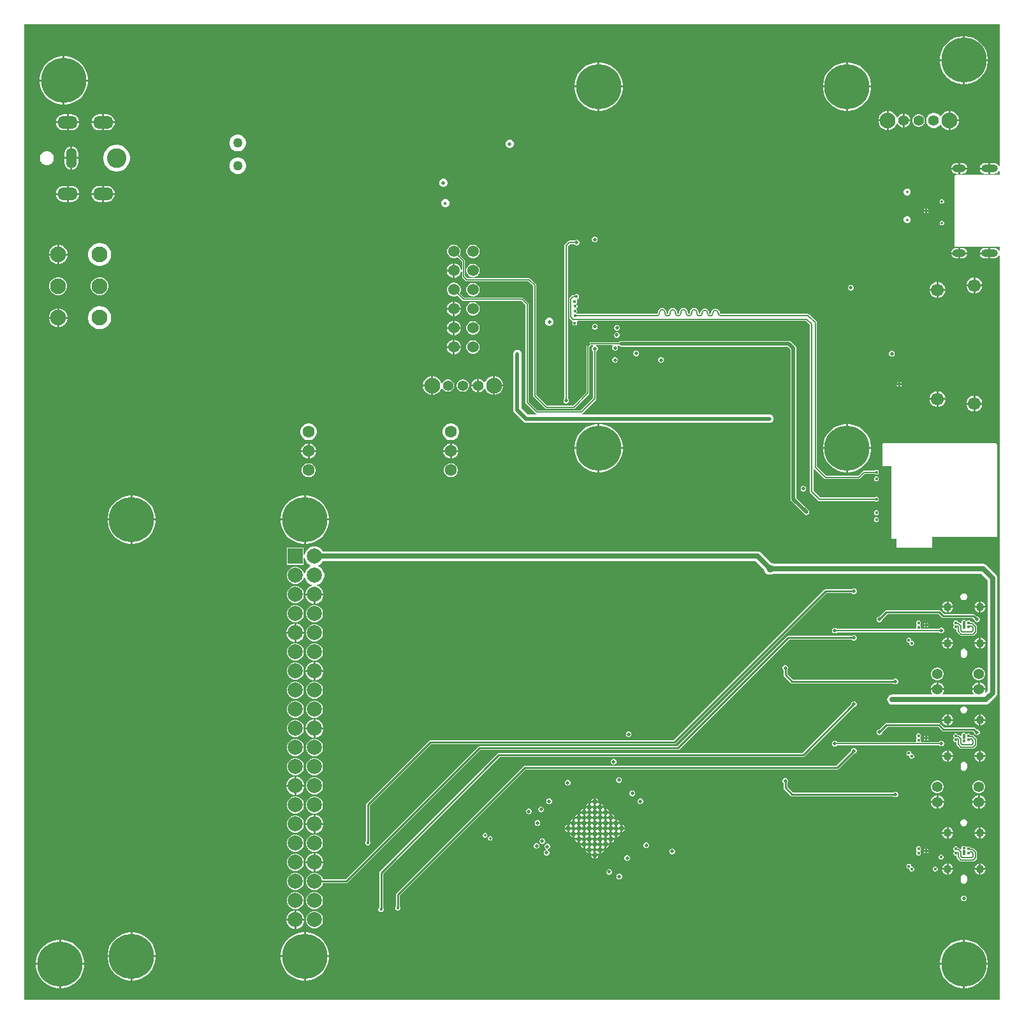
<source format=gbr>
%TF.GenerationSoftware,Altium Limited,Altium Designer,22.4.2 (48)*%
G04 Layer_Physical_Order=6*
G04 Layer_Color=3394611*
%FSLAX26Y26*%
%MOIN*%
%TF.SameCoordinates,0D1A2E3A-66A7-4FCB-BFB3-5B9149DA6B87*%
%TF.FilePolarity,Positive*%
%TF.FileFunction,Copper,L6,Inr,Signal*%
%TF.Part,Single*%
G01*
G75*
%TA.AperFunction,Conductor*%
%ADD11C,0.005000*%
%ADD13C,0.007874*%
%ADD60C,0.019685*%
%ADD65C,0.010000*%
%TA.AperFunction,ComponentPad*%
%ADD69O,0.086614X0.039370*%
%ADD70O,0.070866X0.039370*%
%ADD71C,0.043307*%
%ADD72C,0.082677*%
%ADD73R,0.078740X0.078740*%
%ADD74C,0.078740*%
%ADD75C,0.055118*%
%ADD76O,0.106299X0.066929*%
%ADD77O,0.055118X0.106299*%
%ADD78C,0.102362*%
%ADD79C,0.062992*%
%ADD80C,0.236220*%
%ADD81C,0.066929*%
%ADD82C,0.060000*%
%TA.AperFunction,ViaPad*%
%ADD83C,0.027559*%
%ADD84C,0.019685*%
%ADD85C,0.015748*%
%ADD86C,0.013780*%
%ADD87C,0.017716*%
%ADD88C,0.039370*%
%ADD89C,0.050000*%
%TA.AperFunction,Conductor*%
%ADD90C,0.005906*%
%ADD91C,0.027559*%
%ADD92C,0.006946*%
G36*
X6092167Y5354016D02*
X6087167Y5353021D01*
X6087065Y5353268D01*
X6082648Y5359025D01*
X6076891Y5363443D01*
X6070186Y5366220D01*
X6062992Y5367167D01*
X6044370D01*
Y5339370D01*
Y5311573D01*
X6062992D01*
X6070186Y5312520D01*
X6076891Y5315297D01*
X6082648Y5319715D01*
X6087065Y5325472D01*
X6087167Y5325718D01*
X6092167Y5324724D01*
Y5305327D01*
X5862205D01*
X5861226Y5304921D01*
X5857283D01*
Y5300979D01*
X5856878Y5300000D01*
Y4936221D01*
X5857283Y4935242D01*
Y4931299D01*
X5861226D01*
X5862205Y4930894D01*
X6092167D01*
Y4911496D01*
X6087167Y4910502D01*
X6087065Y4910749D01*
X6082648Y4916506D01*
X6076891Y4920923D01*
X6070186Y4923700D01*
X6062992Y4924647D01*
X6044370D01*
Y4896850D01*
Y4869054D01*
X6062992D01*
X6070186Y4870001D01*
X6076891Y4872778D01*
X6082648Y4877195D01*
X6087065Y4882952D01*
X6087167Y4883199D01*
X6092167Y4882204D01*
Y994447D01*
X994447D01*
Y6092167D01*
X6092167D01*
Y5354016D01*
D02*
G37*
%LPC*%
G36*
X5915427Y6031496D02*
X5910512D01*
Y5910512D01*
X6031496D01*
Y5915427D01*
X6028394Y5935013D01*
X6022266Y5953873D01*
X6013263Y5971542D01*
X6001607Y5987585D01*
X5987585Y6001607D01*
X5971542Y6013263D01*
X5953873Y6022266D01*
X5935013Y6028394D01*
X5915427Y6031496D01*
D02*
G37*
G36*
X5900512D02*
X5895597D01*
X5876010Y6028394D01*
X5857151Y6022266D01*
X5839482Y6013263D01*
X5823439Y6001607D01*
X5809416Y5987585D01*
X5797760Y5971542D01*
X5788758Y5953873D01*
X5782630Y5935013D01*
X5779528Y5915427D01*
Y5910512D01*
X5900512D01*
Y6031496D01*
D02*
G37*
G36*
X1209915Y5925984D02*
X1205000D01*
Y5805000D01*
X1325984D01*
Y5809915D01*
X1322882Y5829501D01*
X1316754Y5848361D01*
X1307751Y5866030D01*
X1296095Y5882073D01*
X1282073Y5896095D01*
X1266030Y5907751D01*
X1248361Y5916754D01*
X1229501Y5922882D01*
X1209915Y5925984D01*
D02*
G37*
G36*
X1195000D02*
X1190085D01*
X1170499Y5922882D01*
X1151639Y5916754D01*
X1133970Y5907751D01*
X1117927Y5896095D01*
X1103905Y5882073D01*
X1092249Y5866030D01*
X1083246Y5848361D01*
X1077118Y5829501D01*
X1074016Y5809915D01*
Y5805000D01*
X1195000D01*
Y5925984D01*
D02*
G37*
G36*
X6031496Y5900512D02*
X5910512D01*
Y5779528D01*
X5915427D01*
X5935013Y5782630D01*
X5953873Y5788758D01*
X5971542Y5797760D01*
X5987585Y5809416D01*
X6001607Y5823439D01*
X6013263Y5839482D01*
X6022266Y5857151D01*
X6028394Y5876010D01*
X6031496Y5895597D01*
Y5900512D01*
D02*
G37*
G36*
X5900512D02*
X5779528D01*
Y5895597D01*
X5782630Y5876010D01*
X5788758Y5857151D01*
X5797760Y5839482D01*
X5809416Y5823439D01*
X5823439Y5809416D01*
X5839482Y5797760D01*
X5857151Y5788758D01*
X5876010Y5782630D01*
X5895597Y5779528D01*
X5900512D01*
Y5900512D01*
D02*
G37*
G36*
X5305191Y5893701D02*
X5300275D01*
Y5772716D01*
X5421260D01*
Y5777632D01*
X5418158Y5797218D01*
X5412030Y5816078D01*
X5403027Y5833747D01*
X5391371Y5849790D01*
X5377349Y5863812D01*
X5361306Y5875468D01*
X5343637Y5884471D01*
X5324777Y5890599D01*
X5305191Y5893701D01*
D02*
G37*
G36*
X5290275D02*
X5285360D01*
X5265774Y5890599D01*
X5246914Y5884471D01*
X5229245Y5875468D01*
X5213202Y5863812D01*
X5199180Y5849790D01*
X5187524Y5833747D01*
X5178521Y5816078D01*
X5172394Y5797218D01*
X5169291Y5777632D01*
Y5772716D01*
X5290275D01*
Y5893701D01*
D02*
G37*
G36*
X4005978D02*
X4001063D01*
Y5772716D01*
X4122047D01*
Y5777632D01*
X4118945Y5797218D01*
X4112817Y5816078D01*
X4103814Y5833747D01*
X4092158Y5849790D01*
X4078136Y5863812D01*
X4062093Y5875468D01*
X4044424Y5884471D01*
X4025564Y5890599D01*
X4005978Y5893701D01*
D02*
G37*
G36*
X3991063D02*
X3986148D01*
X3966562Y5890599D01*
X3947702Y5884471D01*
X3930033Y5875468D01*
X3913990Y5863812D01*
X3899968Y5849790D01*
X3888312Y5833747D01*
X3879309Y5816078D01*
X3873181Y5797218D01*
X3870079Y5777632D01*
Y5772716D01*
X3991063D01*
Y5893701D01*
D02*
G37*
G36*
X1325984Y5795000D02*
X1205000D01*
Y5674016D01*
X1209915D01*
X1229501Y5677118D01*
X1248361Y5683246D01*
X1266030Y5692249D01*
X1282073Y5703905D01*
X1296095Y5717927D01*
X1307751Y5733970D01*
X1316754Y5751639D01*
X1322882Y5770499D01*
X1325984Y5790085D01*
Y5795000D01*
D02*
G37*
G36*
X1195000D02*
X1074016D01*
Y5790085D01*
X1077118Y5770499D01*
X1083246Y5751639D01*
X1092249Y5733970D01*
X1103905Y5717927D01*
X1117927Y5703905D01*
X1133970Y5692249D01*
X1151639Y5683246D01*
X1170499Y5677118D01*
X1190085Y5674016D01*
X1195000D01*
Y5795000D01*
D02*
G37*
G36*
X5421260Y5762716D02*
X5300275D01*
Y5641732D01*
X5305191D01*
X5324777Y5644834D01*
X5343637Y5650962D01*
X5361306Y5659965D01*
X5377349Y5671621D01*
X5391371Y5685643D01*
X5403027Y5701686D01*
X5412030Y5719355D01*
X5418158Y5738215D01*
X5421260Y5757801D01*
Y5762716D01*
D02*
G37*
G36*
X5290275D02*
X5169291D01*
Y5757801D01*
X5172394Y5738215D01*
X5178521Y5719355D01*
X5187524Y5701686D01*
X5199180Y5685643D01*
X5213202Y5671621D01*
X5229245Y5659965D01*
X5246914Y5650962D01*
X5265774Y5644834D01*
X5285360Y5641732D01*
X5290275D01*
Y5762716D01*
D02*
G37*
G36*
X4122047Y5762716D02*
X4001063D01*
Y5641732D01*
X4005978D01*
X4025564Y5644834D01*
X4044424Y5650962D01*
X4062093Y5659965D01*
X4078136Y5671621D01*
X4092158Y5685643D01*
X4103814Y5701686D01*
X4112817Y5719355D01*
X4118945Y5738215D01*
X4122047Y5757801D01*
Y5762716D01*
D02*
G37*
G36*
X3991063D02*
X3870079D01*
Y5757801D01*
X3873181Y5738215D01*
X3879309Y5719355D01*
X3888312Y5701686D01*
X3899968Y5685643D01*
X3913990Y5671621D01*
X3930033Y5659965D01*
X3947702Y5650962D01*
X3966562Y5644834D01*
X3986148Y5641732D01*
X3991063D01*
Y5762716D01*
D02*
G37*
G36*
X5825709Y5639764D02*
X5824230D01*
X5811713Y5636410D01*
X5800491Y5629931D01*
X5791329Y5620769D01*
X5786574Y5612533D01*
X5780801D01*
X5779535Y5614725D01*
X5772205Y5622055D01*
X5763228Y5627238D01*
X5753215Y5629921D01*
X5742848D01*
X5732835Y5627238D01*
X5723858Y5622055D01*
X5716528Y5614725D01*
X5711345Y5605747D01*
X5708662Y5595734D01*
Y5585368D01*
X5711345Y5575355D01*
X5716528Y5566377D01*
X5723858Y5559047D01*
X5732835Y5553864D01*
X5742848Y5551181D01*
X5753215D01*
X5763228Y5553864D01*
X5772205Y5559047D01*
X5779535Y5566377D01*
X5780801Y5568569D01*
X5786574D01*
X5791329Y5560334D01*
X5800491Y5551171D01*
X5811713Y5544692D01*
X5824230Y5541339D01*
X5825709D01*
Y5590551D01*
Y5639764D01*
D02*
G37*
G36*
X5837188D02*
X5835709D01*
Y5595551D01*
X5879921D01*
Y5597030D01*
X5876568Y5609547D01*
X5870088Y5620769D01*
X5860926Y5629931D01*
X5849704Y5636410D01*
X5837188Y5639764D01*
D02*
G37*
G36*
X5595551Y5625894D02*
Y5595551D01*
X5625894D01*
X5623569Y5604228D01*
X5618904Y5612307D01*
X5612307Y5618905D01*
X5604228Y5623569D01*
X5595551Y5625894D01*
D02*
G37*
G36*
X5502874Y5639764D02*
X5501395D01*
X5488879Y5636410D01*
X5477657Y5629931D01*
X5468494Y5620769D01*
X5462015Y5609547D01*
X5458661Y5597030D01*
Y5595551D01*
X5502874D01*
Y5639764D01*
D02*
G37*
G36*
X1425197Y5622404D02*
X1410512D01*
Y5585709D01*
X1466234D01*
X1465471Y5591500D01*
X1461306Y5601556D01*
X1454680Y5610192D01*
X1446044Y5616818D01*
X1435988Y5620983D01*
X1425197Y5622404D01*
D02*
G37*
G36*
X1400512D02*
X1385827D01*
X1375035Y5620983D01*
X1364979Y5616818D01*
X1356344Y5610192D01*
X1349718Y5601556D01*
X1345552Y5591500D01*
X1344790Y5585709D01*
X1400512D01*
Y5622404D01*
D02*
G37*
G36*
X1240158D02*
X1225472D01*
Y5585709D01*
X1281195D01*
X1280432Y5591500D01*
X1276267Y5601556D01*
X1269640Y5610192D01*
X1261005Y5616818D01*
X1250949Y5620983D01*
X1240158Y5622404D01*
D02*
G37*
G36*
X1215472D02*
X1200787D01*
X1189996Y5620983D01*
X1179940Y5616818D01*
X1171304Y5610192D01*
X1164678Y5601556D01*
X1160513Y5591500D01*
X1159750Y5585709D01*
X1215472D01*
Y5622404D01*
D02*
G37*
G36*
X5673567Y5623032D02*
X5665015D01*
X5656754Y5620818D01*
X5649348Y5616542D01*
X5643301Y5610495D01*
X5639025Y5603088D01*
X5636811Y5594827D01*
Y5586275D01*
X5639025Y5578014D01*
X5643301Y5570608D01*
X5649348Y5564560D01*
X5656754Y5560284D01*
X5665015Y5558071D01*
X5673567D01*
X5681828Y5560284D01*
X5689235Y5564560D01*
X5695282Y5570608D01*
X5699558Y5578014D01*
X5701772Y5586275D01*
Y5594827D01*
X5699558Y5603088D01*
X5695282Y5610495D01*
X5689235Y5616542D01*
X5681828Y5620818D01*
X5673567Y5623032D01*
D02*
G37*
G36*
X5625894Y5585551D02*
X5595551D01*
Y5555208D01*
X5604228Y5557533D01*
X5612307Y5562198D01*
X5618904Y5568795D01*
X5623569Y5576875D01*
X5625894Y5585551D01*
D02*
G37*
G36*
X5514353Y5639764D02*
X5512874D01*
Y5590551D01*
Y5541339D01*
X5514353D01*
X5526869Y5544692D01*
X5538091Y5551171D01*
X5547254Y5560334D01*
X5553733Y5571556D01*
X5554081Y5572854D01*
X5559446Y5573560D01*
X5562198Y5568795D01*
X5568795Y5562198D01*
X5576874Y5557533D01*
X5585551Y5555208D01*
Y5590551D01*
Y5625894D01*
X5576874Y5623569D01*
X5568795Y5618905D01*
X5562198Y5612307D01*
X5559446Y5607542D01*
X5554081Y5608249D01*
X5553733Y5609547D01*
X5547254Y5620769D01*
X5538091Y5629931D01*
X5526869Y5636410D01*
X5514353Y5639764D01*
D02*
G37*
G36*
X5879921Y5585551D02*
X5835709D01*
Y5541339D01*
X5837188D01*
X5849704Y5544692D01*
X5860926Y5551171D01*
X5870088Y5560334D01*
X5876568Y5571556D01*
X5879921Y5584072D01*
Y5585551D01*
D02*
G37*
G36*
X5502874D02*
X5458661D01*
Y5584072D01*
X5462015Y5571556D01*
X5468494Y5560334D01*
X5477657Y5551171D01*
X5488879Y5544692D01*
X5501395Y5541339D01*
X5502874D01*
Y5585551D01*
D02*
G37*
G36*
X1466234Y5575709D02*
X1410512D01*
Y5539014D01*
X1425197D01*
X1435988Y5540434D01*
X1446044Y5544600D01*
X1454680Y5551226D01*
X1461306Y5559861D01*
X1465471Y5569917D01*
X1466234Y5575709D01*
D02*
G37*
G36*
X1400512D02*
X1344790D01*
X1345552Y5569917D01*
X1349718Y5559861D01*
X1356344Y5551226D01*
X1364979Y5544600D01*
X1375035Y5540434D01*
X1385827Y5539014D01*
X1400512D01*
Y5575709D01*
D02*
G37*
G36*
X1281195Y5575709D02*
X1225472D01*
Y5539014D01*
X1240158D01*
X1250949Y5540434D01*
X1261005Y5544600D01*
X1269640Y5551226D01*
X1276267Y5559861D01*
X1280432Y5569917D01*
X1281195Y5575709D01*
D02*
G37*
G36*
X1215472D02*
X1159750D01*
X1160513Y5569917D01*
X1164678Y5559861D01*
X1171304Y5551226D01*
X1179940Y5544600D01*
X1189996Y5540434D01*
X1200787Y5539014D01*
X1215472D01*
Y5575709D01*
D02*
G37*
G36*
X3535803Y5490157D02*
X3527189D01*
X3519230Y5486861D01*
X3513139Y5480770D01*
X3509843Y5472811D01*
Y5464197D01*
X3513139Y5456238D01*
X3519230Y5450147D01*
X3527189Y5446850D01*
X3535803D01*
X3543762Y5450147D01*
X3549853Y5456238D01*
X3553150Y5464197D01*
Y5472811D01*
X3549853Y5480770D01*
X3543762Y5486861D01*
X3535803Y5490157D01*
D02*
G37*
G36*
X2115990Y5516142D02*
X2104483D01*
X2093368Y5513164D01*
X2083403Y5507410D01*
X2075267Y5499274D01*
X2069514Y5489309D01*
X2066535Y5478194D01*
Y5466688D01*
X2069514Y5455573D01*
X2075267Y5445608D01*
X2083403Y5437472D01*
X2093368Y5431718D01*
X2104483Y5428740D01*
X2115990D01*
X2127104Y5431718D01*
X2137069Y5437472D01*
X2145206Y5445608D01*
X2150959Y5455573D01*
X2153937Y5466688D01*
Y5478194D01*
X2150959Y5489309D01*
X2145206Y5499274D01*
X2137069Y5507410D01*
X2127104Y5513164D01*
X2115990Y5516142D01*
D02*
G37*
G36*
X1245158Y5454372D02*
Y5398701D01*
X1275896D01*
Y5419291D01*
X1274678Y5428541D01*
X1271108Y5437161D01*
X1265429Y5444562D01*
X1258027Y5450242D01*
X1249407Y5453812D01*
X1245158Y5454372D01*
D02*
G37*
G36*
X1235158D02*
X1230908Y5453812D01*
X1222288Y5450242D01*
X1214886Y5444562D01*
X1209207Y5437161D01*
X1205637Y5428541D01*
X1204419Y5419291D01*
Y5398701D01*
X1235158D01*
Y5454372D01*
D02*
G37*
G36*
X1116999Y5430118D02*
X1107410D01*
X1098148Y5427636D01*
X1089844Y5422842D01*
X1083064Y5416061D01*
X1078269Y5407757D01*
X1075787Y5398495D01*
Y5388906D01*
X1078269Y5379644D01*
X1083064Y5371340D01*
X1089844Y5364560D01*
X1098148Y5359765D01*
X1107410Y5357283D01*
X1116999D01*
X1126261Y5359765D01*
X1134565Y5364560D01*
X1141346Y5371340D01*
X1146140Y5379644D01*
X1148622Y5388906D01*
Y5398495D01*
X1146140Y5407757D01*
X1141346Y5416061D01*
X1134565Y5422842D01*
X1126261Y5427636D01*
X1116999Y5430118D01*
D02*
G37*
G36*
X6034370Y5367167D02*
X6015748D01*
X6008554Y5366220D01*
X6001850Y5363443D01*
X5996093Y5359025D01*
X5991675Y5353268D01*
X5988898Y5346564D01*
X5988609Y5344370D01*
X6034370D01*
Y5367167D01*
D02*
G37*
G36*
X5897638D02*
X5886890D01*
Y5344370D01*
X5924776D01*
X5924487Y5346564D01*
X5921711Y5353268D01*
X5917293Y5359025D01*
X5911536Y5363443D01*
X5904832Y5366220D01*
X5897638Y5367167D01*
D02*
G37*
G36*
X5876890D02*
X5866142D01*
X5858948Y5366220D01*
X5852243Y5363443D01*
X5846486Y5359025D01*
X5842069Y5353268D01*
X5839292Y5346564D01*
X5839003Y5344370D01*
X5876890D01*
Y5367167D01*
D02*
G37*
G36*
X1275896Y5388701D02*
X1245158D01*
Y5333030D01*
X1249407Y5333589D01*
X1258027Y5337160D01*
X1265429Y5342839D01*
X1271108Y5350241D01*
X1274678Y5358860D01*
X1275896Y5368110D01*
Y5388701D01*
D02*
G37*
G36*
X1235158D02*
X1204419D01*
Y5368110D01*
X1205637Y5358860D01*
X1209207Y5350241D01*
X1214886Y5342839D01*
X1222288Y5337160D01*
X1230908Y5333589D01*
X1235158Y5333030D01*
Y5388701D01*
D02*
G37*
G36*
X1483261Y5463583D02*
X1469495D01*
X1455994Y5460897D01*
X1443276Y5455629D01*
X1431831Y5447982D01*
X1422097Y5438248D01*
X1414449Y5426802D01*
X1409181Y5414085D01*
X1406496Y5400584D01*
Y5386818D01*
X1409181Y5373317D01*
X1414449Y5360599D01*
X1422097Y5349154D01*
X1431831Y5339420D01*
X1443276Y5331772D01*
X1455994Y5326504D01*
X1469495Y5323819D01*
X1483261D01*
X1496762Y5326504D01*
X1509479Y5331772D01*
X1520925Y5339420D01*
X1530659Y5349154D01*
X1538306Y5360599D01*
X1543574Y5373317D01*
X1546260Y5386818D01*
Y5400584D01*
X1543574Y5414085D01*
X1538306Y5426802D01*
X1530659Y5438248D01*
X1520925Y5447982D01*
X1509479Y5455629D01*
X1496762Y5460897D01*
X1483261Y5463583D01*
D02*
G37*
G36*
X6034370Y5334370D02*
X5988609D01*
X5988898Y5332176D01*
X5991675Y5325472D01*
X5996093Y5319715D01*
X6001850Y5315297D01*
X6008554Y5312520D01*
X6015748Y5311573D01*
X6034370D01*
Y5334370D01*
D02*
G37*
G36*
X5924776Y5334370D02*
X5886890D01*
Y5311573D01*
X5897638D01*
X5904832Y5312520D01*
X5911536Y5315297D01*
X5917293Y5319715D01*
X5921711Y5325472D01*
X5924487Y5332176D01*
X5924776Y5334370D01*
D02*
G37*
G36*
X5876890D02*
X5839003D01*
X5839292Y5332176D01*
X5842069Y5325472D01*
X5846486Y5319715D01*
X5852243Y5315297D01*
X5858948Y5312520D01*
X5866142Y5311573D01*
X5876890D01*
Y5334370D01*
D02*
G37*
G36*
X2115990Y5398032D02*
X2104483D01*
X2093368Y5395053D01*
X2083403Y5389300D01*
X2075267Y5381164D01*
X2069514Y5371199D01*
X2066535Y5360084D01*
Y5348577D01*
X2069514Y5337463D01*
X2075267Y5327498D01*
X2083403Y5319361D01*
X2093368Y5313608D01*
X2104483Y5310630D01*
X2115990D01*
X2127104Y5313608D01*
X2137069Y5319361D01*
X2145206Y5327498D01*
X2150959Y5337463D01*
X2153937Y5348577D01*
Y5360084D01*
X2150959Y5371199D01*
X2145206Y5381164D01*
X2137069Y5389300D01*
X2127104Y5395053D01*
X2115990Y5398032D01*
D02*
G37*
G36*
X3189347Y5285433D02*
X3180732D01*
X3172774Y5282136D01*
X3166682Y5276045D01*
X3163386Y5268087D01*
Y5259472D01*
X3166682Y5251514D01*
X3172774Y5245423D01*
X3180732Y5242126D01*
X3189347D01*
X3197305Y5245423D01*
X3203396Y5251514D01*
X3206693Y5259472D01*
Y5268087D01*
X3203396Y5276045D01*
X3197305Y5282136D01*
X3189347Y5285433D01*
D02*
G37*
G36*
X1240158Y5248388D02*
X1225472D01*
Y5211693D01*
X1281195D01*
X1280432Y5217484D01*
X1276267Y5227541D01*
X1269640Y5236176D01*
X1261005Y5242802D01*
X1250949Y5246967D01*
X1240158Y5248388D01*
D02*
G37*
G36*
X1215472D02*
X1200787D01*
X1189996Y5246967D01*
X1179940Y5242802D01*
X1171304Y5236176D01*
X1164678Y5227541D01*
X1160513Y5217484D01*
X1159750Y5211693D01*
X1215472D01*
Y5248388D01*
D02*
G37*
G36*
X1425197D02*
X1410512D01*
Y5211693D01*
X1466234D01*
X1465471Y5217484D01*
X1461306Y5227541D01*
X1454680Y5236176D01*
X1446044Y5242802D01*
X1435988Y5246967D01*
X1425197Y5248388D01*
D02*
G37*
G36*
X1400512D02*
X1385827D01*
X1375035Y5246967D01*
X1364979Y5242802D01*
X1356344Y5236176D01*
X1349718Y5227541D01*
X1345552Y5217484D01*
X1344790Y5211693D01*
X1400512D01*
Y5248388D01*
D02*
G37*
G36*
X5612972Y5235236D02*
X5605532D01*
X5598659Y5232389D01*
X5593398Y5227128D01*
X5590551Y5220255D01*
Y5212816D01*
X5593398Y5205942D01*
X5598659Y5200682D01*
X5605532Y5197835D01*
X5612972D01*
X5619845Y5200682D01*
X5625106Y5205942D01*
X5627953Y5212816D01*
Y5220255D01*
X5625106Y5227128D01*
X5619845Y5232389D01*
X5612972Y5235236D01*
D02*
G37*
G36*
X1466234Y5201693D02*
X1410512D01*
Y5164998D01*
X1425197D01*
X1435988Y5166418D01*
X1446044Y5170584D01*
X1454680Y5177210D01*
X1461306Y5185845D01*
X1465471Y5195901D01*
X1466234Y5201693D01*
D02*
G37*
G36*
X1400512D02*
X1344790D01*
X1345552Y5195901D01*
X1349718Y5185845D01*
X1356344Y5177210D01*
X1364979Y5170584D01*
X1375035Y5166418D01*
X1385827Y5164998D01*
X1400512D01*
Y5201693D01*
D02*
G37*
G36*
X1281195Y5201693D02*
X1225472D01*
Y5164998D01*
X1240158D01*
X1250949Y5166418D01*
X1261005Y5170584D01*
X1269640Y5177210D01*
X1276267Y5185845D01*
X1280432Y5195901D01*
X1281195Y5201693D01*
D02*
G37*
G36*
X1215472D02*
X1159750D01*
X1160513Y5195901D01*
X1164678Y5185845D01*
X1171304Y5177210D01*
X1179940Y5170584D01*
X1189996Y5166418D01*
X1200787Y5164998D01*
X1215472D01*
Y5201693D01*
D02*
G37*
G36*
X5793649Y5179134D02*
X5788950D01*
X5784609Y5177336D01*
X5781286Y5174013D01*
X5779488Y5169672D01*
Y5164973D01*
X5781286Y5160632D01*
X5784609Y5157310D01*
X5788950Y5155512D01*
X5793649D01*
X5797990Y5157310D01*
X5801312Y5160632D01*
X5803110Y5164973D01*
Y5169672D01*
X5801312Y5174013D01*
X5797990Y5177336D01*
X5793649Y5179134D01*
D02*
G37*
G36*
X3199111Y5178669D02*
X3190889D01*
X3183292Y5175523D01*
X3177477Y5169708D01*
X3174331Y5162111D01*
Y5153889D01*
X3177477Y5146292D01*
X3183292Y5140477D01*
X3190889Y5137331D01*
X3199111D01*
X3206708Y5140477D01*
X3212523Y5146292D01*
X3215669Y5153889D01*
Y5162111D01*
X3212523Y5169708D01*
X3206708Y5175523D01*
X3199111Y5178669D01*
D02*
G37*
G36*
X5713661Y5129974D02*
Y5123110D01*
X5720525D01*
X5719575Y5125403D01*
X5715954Y5129024D01*
X5713661Y5129974D01*
D02*
G37*
G36*
X5703661D02*
X5701369Y5129024D01*
X5697747Y5125403D01*
X5696798Y5123110D01*
X5703661D01*
Y5129974D01*
D02*
G37*
G36*
X5720525Y5113110D02*
X5713661D01*
Y5106247D01*
X5715954Y5107196D01*
X5719575Y5110818D01*
X5720525Y5113110D01*
D02*
G37*
G36*
X5703661D02*
X5696798D01*
X5697747Y5110818D01*
X5701369Y5107196D01*
X5703661Y5106247D01*
Y5113110D01*
D02*
G37*
G36*
X5612972Y5090551D02*
X5605532D01*
X5598659Y5087704D01*
X5593398Y5082444D01*
X5590551Y5075570D01*
Y5068131D01*
X5593398Y5061257D01*
X5598659Y5055997D01*
X5605532Y5053150D01*
X5612972D01*
X5619845Y5055997D01*
X5625106Y5061257D01*
X5627953Y5068131D01*
Y5075570D01*
X5625106Y5082444D01*
X5619845Y5087704D01*
X5612972Y5090551D01*
D02*
G37*
G36*
X5794226Y5066391D02*
X5789527D01*
X5785186Y5064593D01*
X5781863Y5061271D01*
X5780065Y5056930D01*
Y5052231D01*
X5781863Y5047890D01*
X5785186Y5044568D01*
X5789527Y5042769D01*
X5794226D01*
X5798567Y5044568D01*
X5801889Y5047890D01*
X5803687Y5052231D01*
Y5056930D01*
X5801889Y5061271D01*
X5798567Y5064593D01*
X5794226Y5066391D01*
D02*
G37*
G36*
X3979441Y4983268D02*
X3973567D01*
X3968141Y4981020D01*
X3963988Y4976867D01*
X3961740Y4971441D01*
Y4965567D01*
X3963988Y4960141D01*
X3968141Y4955988D01*
X3973567Y4953740D01*
X3979441D01*
X3984867Y4955988D01*
X3989020Y4960141D01*
X3991268Y4965567D01*
Y4971441D01*
X3989020Y4976867D01*
X3984867Y4981020D01*
X3979441Y4983268D01*
D02*
G37*
G36*
X3884827Y4967520D02*
X3878953D01*
X3873527Y4965272D01*
X3870799Y4962544D01*
X3843276D01*
X3839820Y4961857D01*
X3836890Y4959899D01*
X3820385Y4943394D01*
X3818427Y4940464D01*
X3817740Y4937008D01*
Y4137832D01*
X3814256Y4134347D01*
X3812008Y4128921D01*
Y4123048D01*
X3814256Y4117621D01*
X3818409Y4113468D01*
X3823835Y4111221D01*
X3829708D01*
X3835135Y4113468D01*
X3839288Y4117621D01*
X3841535Y4123048D01*
Y4128921D01*
X3839288Y4134347D01*
X3835803Y4137832D01*
Y4933267D01*
X3847017Y4944481D01*
X3869337D01*
X3869374Y4944393D01*
X3873527Y4940240D01*
X3878953Y4937992D01*
X3884827D01*
X3890253Y4940240D01*
X3894406Y4944393D01*
X3896654Y4949819D01*
Y4955693D01*
X3894406Y4961119D01*
X3890253Y4965272D01*
X3884827Y4967520D01*
D02*
G37*
G36*
X5897638Y4924647D02*
X5886890D01*
Y4901851D01*
X5924776D01*
X5924487Y4904045D01*
X5921711Y4910749D01*
X5917293Y4916506D01*
X5911536Y4920923D01*
X5904832Y4923700D01*
X5897638Y4924647D01*
D02*
G37*
G36*
X5876890D02*
X5866142D01*
X5858948Y4923700D01*
X5852243Y4920923D01*
X5846486Y4916506D01*
X5842069Y4910749D01*
X5839292Y4904045D01*
X5839003Y4901851D01*
X5876890D01*
Y4924647D01*
D02*
G37*
G36*
X6034370D02*
X6015748D01*
X6008554Y4923700D01*
X6001850Y4920923D01*
X5996093Y4916506D01*
X5991675Y4910749D01*
X5988898Y4904045D01*
X5988609Y4901850D01*
X6034370D01*
Y4924647D01*
D02*
G37*
G36*
X1177739Y4938976D02*
X1176260D01*
Y4894764D01*
X1220473D01*
Y4896243D01*
X1217119Y4908759D01*
X1210640Y4919981D01*
X1201477Y4929144D01*
X1190255Y4935623D01*
X1177739Y4938976D01*
D02*
G37*
G36*
X1166260D02*
X1164781D01*
X1152264Y4935623D01*
X1141043Y4929144D01*
X1131880Y4919981D01*
X1125401Y4908759D01*
X1122047Y4896243D01*
Y4894764D01*
X1166260D01*
Y4938976D01*
D02*
G37*
G36*
X3344558Y4941221D02*
X3335363D01*
X3326481Y4938841D01*
X3318518Y4934243D01*
X3312017Y4927741D01*
X3307419Y4919778D01*
X3305039Y4910897D01*
Y4901702D01*
X3307419Y4892820D01*
X3312017Y4884857D01*
X3318518Y4878355D01*
X3326481Y4873758D01*
X3335363Y4871378D01*
X3344558D01*
X3353440Y4873758D01*
X3361403Y4878355D01*
X3367905Y4884857D01*
X3372502Y4892820D01*
X3374882Y4901702D01*
Y4910897D01*
X3372502Y4919778D01*
X3367905Y4927741D01*
X3361403Y4934243D01*
X3353440Y4938841D01*
X3344558Y4941221D01*
D02*
G37*
G36*
X6034370Y4891850D02*
X5988609D01*
X5988898Y4889656D01*
X5991675Y4882952D01*
X5996093Y4877195D01*
X6001850Y4872778D01*
X6008554Y4870001D01*
X6015748Y4869054D01*
X6034370D01*
Y4891850D01*
D02*
G37*
G36*
X5924776Y4891851D02*
X5886890D01*
Y4869054D01*
X5897638D01*
X5904832Y4870001D01*
X5911536Y4872778D01*
X5917293Y4877195D01*
X5921711Y4882952D01*
X5924487Y4889656D01*
X5924776Y4891851D01*
D02*
G37*
G36*
X5876890D02*
X5839003D01*
X5839292Y4889656D01*
X5842069Y4882952D01*
X5846486Y4877195D01*
X5852243Y4872778D01*
X5858948Y4870001D01*
X5866142Y4869054D01*
X5876890D01*
Y4891851D01*
D02*
G37*
G36*
X1220473Y4884764D02*
X1176260D01*
Y4840551D01*
X1177739D01*
X1190255Y4843905D01*
X1201477Y4850384D01*
X1210640Y4859546D01*
X1217119Y4870768D01*
X1220473Y4883285D01*
Y4884764D01*
D02*
G37*
G36*
X1166260D02*
X1122047D01*
Y4883285D01*
X1125401Y4870768D01*
X1131880Y4859546D01*
X1141043Y4850384D01*
X1152264Y4843905D01*
X1164781Y4840551D01*
X1166260D01*
Y4884764D01*
D02*
G37*
G36*
X1393709Y4949803D02*
X1381882D01*
X1370283Y4947496D01*
X1359356Y4942970D01*
X1349522Y4936399D01*
X1341160Y4928037D01*
X1334589Y4918203D01*
X1330063Y4907276D01*
X1327756Y4895677D01*
Y4883850D01*
X1330063Y4872251D01*
X1334589Y4861324D01*
X1341160Y4851491D01*
X1349522Y4843128D01*
X1359356Y4836557D01*
X1370283Y4832032D01*
X1381882Y4829724D01*
X1393709D01*
X1405308Y4832032D01*
X1416235Y4836557D01*
X1426068Y4843128D01*
X1434431Y4851491D01*
X1441002Y4861324D01*
X1445527Y4872251D01*
X1447835Y4883850D01*
Y4895677D01*
X1445527Y4907276D01*
X1441002Y4918203D01*
X1434431Y4928037D01*
X1426068Y4936399D01*
X1416235Y4942970D01*
X1405308Y4947496D01*
X1393709Y4949803D01*
D02*
G37*
G36*
X3234961Y4844169D02*
X3225342Y4841592D01*
X3216705Y4836606D01*
X3209654Y4829554D01*
X3204668Y4820918D01*
X3202090Y4811299D01*
X3234961D01*
Y4844169D01*
D02*
G37*
G36*
X3244558Y4941221D02*
X3235363D01*
X3226481Y4938841D01*
X3218518Y4934243D01*
X3212017Y4927741D01*
X3207419Y4919778D01*
X3205039Y4910897D01*
Y4901702D01*
X3207419Y4892820D01*
X3212017Y4884857D01*
X3218518Y4878355D01*
X3226481Y4873758D01*
X3235363Y4871378D01*
X3244558D01*
X3253440Y4873758D01*
X3258741Y4876818D01*
X3282788Y4852771D01*
Y4811399D01*
X3277835Y4811285D01*
X3275253Y4820918D01*
X3270267Y4829554D01*
X3263216Y4836606D01*
X3254579Y4841592D01*
X3244961Y4844169D01*
Y4806299D01*
Y4768429D01*
X3254579Y4771006D01*
X3263216Y4775993D01*
X3270267Y4783044D01*
X3275253Y4791680D01*
X3277835Y4801313D01*
X3282788Y4801199D01*
Y4773622D01*
X3283364Y4770726D01*
X3285004Y4768272D01*
X3300752Y4752524D01*
X3303207Y4750883D01*
X3306102Y4750307D01*
X3631708D01*
X3654914Y4727102D01*
Y4151496D01*
X3655490Y4148600D01*
X3657130Y4146146D01*
X3717090Y4086185D01*
X3717090Y4086185D01*
X3719545Y4084545D01*
X3722441Y4083969D01*
X3867126D01*
X3870022Y4084545D01*
X3872476Y4086185D01*
X3946295Y4160004D01*
X3946295Y4160004D01*
X3947936Y4162459D01*
X3948512Y4165354D01*
Y4406315D01*
X3957630Y4415433D01*
X3967499D01*
X3968494Y4410433D01*
X3967457Y4410004D01*
X3963028Y4405574D01*
X3960630Y4399786D01*
Y4393521D01*
X3963028Y4387733D01*
X3967457Y4383303D01*
X3967808Y4383158D01*
Y4138928D01*
X3903450Y4074570D01*
X3677550D01*
X3630570Y4121550D01*
Y4629969D01*
X3629918Y4633248D01*
X3628060Y4636029D01*
X3602517Y4661572D01*
X3599736Y4663430D01*
X3596457Y4664082D01*
X3294298D01*
X3270682Y4687698D01*
X3273419Y4692440D01*
X3275866Y4701572D01*
Y4711026D01*
X3273419Y4720158D01*
X3268692Y4728346D01*
X3262007Y4735031D01*
X3253820Y4739758D01*
X3244688Y4742205D01*
X3235234D01*
X3226102Y4739758D01*
X3217914Y4735031D01*
X3211229Y4728346D01*
X3206502Y4720158D01*
X3204055Y4711026D01*
Y4701572D01*
X3206502Y4692440D01*
X3211229Y4684253D01*
X3217914Y4677568D01*
X3226102Y4672841D01*
X3235234Y4670394D01*
X3244688D01*
X3253820Y4672841D01*
X3258561Y4675578D01*
X3284688Y4649452D01*
X3287468Y4647594D01*
X3290748Y4646942D01*
X3592907D01*
X3613430Y4626419D01*
Y4118000D01*
X3614082Y4114720D01*
X3615940Y4111940D01*
X3667940Y4059940D01*
X3669985Y4058574D01*
X3669812Y4055471D01*
X3669153Y4053574D01*
X3627255D01*
X3593928Y4086901D01*
Y4370079D01*
X3593504Y4372211D01*
Y4374386D01*
X3592672Y4376395D01*
X3592247Y4378528D01*
X3591039Y4380336D01*
X3590207Y4382344D01*
X3588670Y4383882D01*
X3587462Y4385690D01*
X3585653Y4386898D01*
X3584116Y4388436D01*
X3582107Y4389268D01*
X3580299Y4390476D01*
X3578166Y4390900D01*
X3576157Y4391732D01*
X3573983D01*
X3571850Y4392156D01*
X3569718Y4391732D01*
X3567543D01*
X3565534Y4390900D01*
X3563402Y4390476D01*
X3561593Y4389268D01*
X3559585Y4388436D01*
X3558047Y4386898D01*
X3556239Y4385690D01*
X3555031Y4383882D01*
X3553494Y4382344D01*
X3552661Y4380336D01*
X3551453Y4378528D01*
X3551029Y4376395D01*
X3550197Y4374386D01*
Y4372211D01*
X3549773Y4370079D01*
Y4077756D01*
X3551453Y4069307D01*
X3556239Y4062145D01*
X3602499Y4015885D01*
X3609661Y4011099D01*
X3618110Y4009418D01*
X4889764D01*
X4891896Y4009843D01*
X4894071D01*
X4896080Y4010675D01*
X4898213Y4011099D01*
X4900021Y4012307D01*
X4902029Y4013139D01*
X4903567Y4014677D01*
X4905375Y4015885D01*
X4906583Y4017693D01*
X4908121Y4019230D01*
X4908953Y4021239D01*
X4910161Y4023047D01*
X4910585Y4025180D01*
X4911417Y4027189D01*
Y4029363D01*
X4911842Y4031496D01*
X4911417Y4033629D01*
Y4035803D01*
X4910585Y4037812D01*
X4910161Y4039945D01*
X4908953Y4041753D01*
X4908121Y4043762D01*
X4906583Y4045299D01*
X4905375Y4047107D01*
X4903567Y4048316D01*
X4902029Y4049853D01*
X4900021Y4050685D01*
X4898213Y4051893D01*
X4896080Y4052317D01*
X4894071Y4053150D01*
X4891896D01*
X4889764Y4053574D01*
X3911847D01*
X3911188Y4055471D01*
X3911015Y4058574D01*
X3913060Y4059940D01*
X3982438Y4129318D01*
X3984296Y4132098D01*
X3984948Y4135378D01*
Y4383158D01*
X3985298Y4383303D01*
X3989729Y4387733D01*
X3992126Y4393521D01*
Y4399786D01*
X3989729Y4405574D01*
X3985298Y4410004D01*
X3984262Y4410433D01*
X3985257Y4415433D01*
X4068586D01*
X4070657Y4410433D01*
X4070161Y4409938D01*
X4067913Y4404511D01*
Y4398638D01*
X4070161Y4393212D01*
X4074314Y4389059D01*
X4079740Y4386811D01*
X4085614D01*
X4091040Y4389059D01*
X4095193Y4393212D01*
X4097441Y4398638D01*
Y4404511D01*
X4095193Y4409938D01*
X4094698Y4410433D01*
X4096708Y4415286D01*
X4101388D01*
X4101657Y4414637D01*
X4102705Y4413589D01*
X4103529Y4412356D01*
X4104762Y4411532D01*
X4105810Y4410484D01*
X4107180Y4409917D01*
X4108413Y4409093D01*
X4109867Y4408803D01*
X4111236Y4408236D01*
X4112719D01*
X4114173Y4407947D01*
X4985135D01*
X4999711Y4393371D01*
Y3611220D01*
X5000857Y3605460D01*
X5004120Y3600576D01*
X5072033Y3532663D01*
X5073266Y3531839D01*
X5074314Y3530791D01*
X5075684Y3530224D01*
X5076917Y3529400D01*
X5078371Y3529111D01*
X5079740Y3528543D01*
X5081223D01*
X5082677Y3528254D01*
X5084132Y3528543D01*
X5085614D01*
X5086984Y3529111D01*
X5088438Y3529400D01*
X5089671Y3530224D01*
X5091040Y3530791D01*
X5092088Y3531839D01*
X5093321Y3532663D01*
X5094145Y3533896D01*
X5095193Y3534944D01*
X5095761Y3536314D01*
X5096584Y3537546D01*
X5096874Y3539001D01*
X5097441Y3540370D01*
Y3541853D01*
X5097730Y3543307D01*
X5097441Y3544762D01*
Y3546244D01*
X5096874Y3547613D01*
X5096584Y3549068D01*
X5095761Y3550301D01*
X5095193Y3551670D01*
X5094145Y3552718D01*
X5093321Y3553951D01*
X5029817Y3617456D01*
Y4399606D01*
X5028671Y4405367D01*
X5025408Y4410250D01*
X5025408Y4410251D01*
X5002014Y4433644D01*
X4997131Y4436907D01*
X4991370Y4438053D01*
X4114173D01*
X4112719Y4437764D01*
X4111236D01*
X4109867Y4437196D01*
X4108413Y4436907D01*
X4107180Y4436083D01*
X4105810Y4435516D01*
X4104762Y4434468D01*
X4103529Y4433644D01*
X4102705Y4432411D01*
X4101657Y4431363D01*
X4101327Y4430567D01*
X3954496D01*
X3951600Y4429991D01*
X3949146Y4428350D01*
X3949145Y4428350D01*
X3935594Y4414799D01*
X3933954Y4412345D01*
X3933378Y4409449D01*
Y4168489D01*
X3863992Y4099102D01*
X3725575D01*
X3670047Y4154630D01*
Y4730236D01*
X3669471Y4733132D01*
X3667831Y4735587D01*
X3640193Y4763225D01*
X3637738Y4764865D01*
X3634843Y4765441D01*
X3309237D01*
X3297921Y4776757D01*
Y4855905D01*
X3297921Y4855905D01*
X3297345Y4858801D01*
X3295705Y4861256D01*
X3295704Y4861256D01*
X3269442Y4887519D01*
X3272502Y4892820D01*
X3274882Y4901702D01*
Y4910897D01*
X3272502Y4919778D01*
X3267905Y4927741D01*
X3261403Y4934243D01*
X3253440Y4938841D01*
X3244558Y4941221D01*
D02*
G37*
G36*
X3344558Y4841221D02*
X3335363D01*
X3326481Y4838841D01*
X3318518Y4834243D01*
X3312017Y4827741D01*
X3307419Y4819778D01*
X3305039Y4810897D01*
Y4801702D01*
X3307419Y4792820D01*
X3312017Y4784857D01*
X3318518Y4778355D01*
X3326481Y4773758D01*
X3335363Y4771378D01*
X3344558D01*
X3353440Y4773758D01*
X3361403Y4778355D01*
X3367905Y4784857D01*
X3372502Y4792820D01*
X3374882Y4801702D01*
Y4810897D01*
X3372502Y4819778D01*
X3367905Y4827741D01*
X3361403Y4834243D01*
X3353440Y4838841D01*
X3344558Y4841221D01*
D02*
G37*
G36*
X3234961Y4801299D02*
X3202090D01*
X3204668Y4791680D01*
X3209654Y4783044D01*
X3216705Y4775993D01*
X3225342Y4771006D01*
X3234961Y4768429D01*
Y4801299D01*
D02*
G37*
G36*
X5966072Y4769685D02*
X5965630D01*
Y4733346D01*
X6001968D01*
Y4733789D01*
X5999151Y4744302D01*
X5993709Y4753729D01*
X5986012Y4761425D01*
X5976586Y4766868D01*
X5966072Y4769685D01*
D02*
G37*
G36*
X5955630D02*
X5955188D01*
X5944674Y4766868D01*
X5935248Y4761425D01*
X5927551Y4753729D01*
X5922109Y4744302D01*
X5919292Y4733789D01*
Y4733346D01*
X5955630D01*
Y4769685D01*
D02*
G37*
G36*
X5773159Y4746063D02*
X5772717D01*
Y4709724D01*
X5809055D01*
Y4710167D01*
X5806238Y4720681D01*
X5800796Y4730107D01*
X5793099Y4737803D01*
X5783673Y4743246D01*
X5773159Y4746063D01*
D02*
G37*
G36*
X5762717D02*
X5762274D01*
X5751761Y4743246D01*
X5742334Y4737803D01*
X5734638Y4730107D01*
X5729195Y4720681D01*
X5726378Y4710167D01*
Y4709724D01*
X5762717D01*
Y4746063D01*
D02*
G37*
G36*
X5317897Y4731299D02*
X5312024D01*
X5306598Y4729051D01*
X5302444Y4724898D01*
X5300197Y4719472D01*
Y4713599D01*
X5302444Y4708172D01*
X5306598Y4704019D01*
X5312024Y4701772D01*
X5317897D01*
X5323324Y4704019D01*
X5327477Y4708172D01*
X5329724Y4713599D01*
Y4719472D01*
X5327477Y4724898D01*
X5323324Y4729051D01*
X5317897Y4731299D01*
D02*
G37*
G36*
X6001968Y4723346D02*
X5965630D01*
Y4687008D01*
X5966072D01*
X5976586Y4689825D01*
X5986012Y4695267D01*
X5993709Y4702964D01*
X5999151Y4712390D01*
X6001968Y4722904D01*
Y4723346D01*
D02*
G37*
G36*
X5955630D02*
X5919292D01*
Y4722904D01*
X5922109Y4712390D01*
X5927551Y4702964D01*
X5935248Y4695267D01*
X5944674Y4689825D01*
X5955188Y4687008D01*
X5955630D01*
Y4723346D01*
D02*
G37*
G36*
X1393886Y4770669D02*
X1381705D01*
X1369940Y4767517D01*
X1359391Y4761427D01*
X1350778Y4752814D01*
X1344688Y4742265D01*
X1341535Y4730500D01*
Y4718319D01*
X1344688Y4706554D01*
X1350778Y4696005D01*
X1359391Y4687392D01*
X1369940Y4681302D01*
X1381705Y4678150D01*
X1393886D01*
X1405651Y4681302D01*
X1416200Y4687392D01*
X1424812Y4696005D01*
X1430903Y4706554D01*
X1434055Y4718319D01*
Y4730500D01*
X1430903Y4742265D01*
X1424812Y4752814D01*
X1416200Y4761427D01*
X1405651Y4767517D01*
X1393886Y4770669D01*
D02*
G37*
G36*
X1177350D02*
X1165170D01*
X1153404Y4767517D01*
X1142856Y4761427D01*
X1134243Y4752814D01*
X1128152Y4742265D01*
X1125000Y4730500D01*
Y4718319D01*
X1128152Y4706554D01*
X1134243Y4696005D01*
X1142856Y4687392D01*
X1153404Y4681302D01*
X1165170Y4678150D01*
X1177350D01*
X1189116Y4681302D01*
X1199664Y4687392D01*
X1208277Y4696005D01*
X1214367Y4706554D01*
X1217520Y4718319D01*
Y4730500D01*
X1214367Y4742265D01*
X1208277Y4752814D01*
X1199664Y4761427D01*
X1189116Y4767517D01*
X1177350Y4770669D01*
D02*
G37*
G36*
X3344558Y4741221D02*
X3335363D01*
X3326481Y4738841D01*
X3318518Y4734243D01*
X3312017Y4727741D01*
X3307419Y4719778D01*
X3305039Y4710897D01*
Y4701702D01*
X3307419Y4692820D01*
X3312017Y4684857D01*
X3318518Y4678355D01*
X3326481Y4673758D01*
X3335363Y4671378D01*
X3344558D01*
X3353440Y4673758D01*
X3361403Y4678355D01*
X3367905Y4684857D01*
X3372502Y4692820D01*
X3374882Y4701702D01*
Y4710897D01*
X3372502Y4719778D01*
X3367905Y4727741D01*
X3361403Y4734243D01*
X3353440Y4738841D01*
X3344558Y4741221D01*
D02*
G37*
G36*
X5809055Y4699724D02*
X5772717D01*
Y4663386D01*
X5773159D01*
X5783673Y4666203D01*
X5793099Y4671645D01*
X5800796Y4679342D01*
X5806238Y4688768D01*
X5809055Y4699282D01*
Y4699724D01*
D02*
G37*
G36*
X5762717D02*
X5726378D01*
Y4699282D01*
X5729195Y4688768D01*
X5734638Y4679342D01*
X5742334Y4671645D01*
X5751761Y4666203D01*
X5762274Y4663386D01*
X5762717D01*
Y4699724D01*
D02*
G37*
G36*
X3244961Y4644169D02*
Y4611299D01*
X3277831D01*
X3275253Y4620918D01*
X3270267Y4629554D01*
X3263216Y4636606D01*
X3254579Y4641592D01*
X3244961Y4644169D01*
D02*
G37*
G36*
X3234961D02*
X3225342Y4641592D01*
X3216705Y4636606D01*
X3209654Y4629554D01*
X3204668Y4620918D01*
X3202090Y4611299D01*
X3234961D01*
Y4644169D01*
D02*
G37*
G36*
X3344558Y4641221D02*
X3335363D01*
X3326481Y4638841D01*
X3318518Y4634243D01*
X3312017Y4627741D01*
X3307419Y4619778D01*
X3305039Y4610897D01*
Y4601702D01*
X3307419Y4592820D01*
X3312017Y4584857D01*
X3318518Y4578355D01*
X3326481Y4573758D01*
X3335363Y4571378D01*
X3344558D01*
X3353440Y4573758D01*
X3361403Y4578355D01*
X3367905Y4584857D01*
X3372502Y4592820D01*
X3374882Y4601702D01*
Y4610897D01*
X3372502Y4619778D01*
X3367905Y4627741D01*
X3361403Y4634243D01*
X3353440Y4638841D01*
X3344558Y4641221D01*
D02*
G37*
G36*
X3277831Y4601299D02*
X3244961D01*
Y4568429D01*
X3254579Y4571006D01*
X3263216Y4575993D01*
X3270267Y4583044D01*
X3275253Y4591680D01*
X3277831Y4601299D01*
D02*
G37*
G36*
X3234961D02*
X3202090D01*
X3204668Y4591680D01*
X3209654Y4583044D01*
X3216705Y4575993D01*
X3225342Y4571006D01*
X3234961Y4568429D01*
Y4601299D01*
D02*
G37*
G36*
X1177739Y4608268D02*
X1176260D01*
Y4564055D01*
X1220473D01*
Y4565534D01*
X1217119Y4578051D01*
X1210640Y4589272D01*
X1201477Y4598435D01*
X1190255Y4604914D01*
X1177739Y4608268D01*
D02*
G37*
G36*
X1166260D02*
X1164781D01*
X1152264Y4604914D01*
X1141043Y4598435D01*
X1131880Y4589272D01*
X1125401Y4578051D01*
X1122047Y4565534D01*
Y4564055D01*
X1166260D01*
Y4608268D01*
D02*
G37*
G36*
X3743480Y4559055D02*
X3734866D01*
X3726907Y4555758D01*
X3720816Y4549667D01*
X3717520Y4541709D01*
Y4533095D01*
X3720816Y4525136D01*
X3726907Y4519045D01*
X3734866Y4515748D01*
X3743480D01*
X3751439Y4519045D01*
X3757530Y4525136D01*
X3760827Y4533095D01*
Y4541709D01*
X3757530Y4549667D01*
X3751439Y4555758D01*
X3743480Y4559055D01*
D02*
G37*
G36*
X3244961Y4544169D02*
Y4511299D01*
X3277831D01*
X3275253Y4520918D01*
X3270267Y4529554D01*
X3263216Y4536606D01*
X3254579Y4541592D01*
X3244961Y4544169D01*
D02*
G37*
G36*
X3234961D02*
X3225342Y4541592D01*
X3216705Y4536606D01*
X3209654Y4529554D01*
X3204668Y4520918D01*
X3202090Y4511299D01*
X3234961D01*
Y4544169D01*
D02*
G37*
G36*
X1220473Y4554055D02*
X1176260D01*
Y4509842D01*
X1177739D01*
X1190255Y4513196D01*
X1201477Y4519675D01*
X1210640Y4528838D01*
X1217119Y4540060D01*
X1220473Y4552576D01*
Y4554055D01*
D02*
G37*
G36*
X1166260D02*
X1122047D01*
Y4552576D01*
X1125401Y4540060D01*
X1131880Y4528838D01*
X1141043Y4519675D01*
X1152264Y4513196D01*
X1164781Y4509842D01*
X1166260D01*
Y4554055D01*
D02*
G37*
G36*
X1393709Y4619095D02*
X1381882D01*
X1370283Y4616787D01*
X1359356Y4612261D01*
X1349522Y4605691D01*
X1341160Y4597328D01*
X1334589Y4587494D01*
X1330063Y4576568D01*
X1327756Y4564968D01*
Y4553142D01*
X1330063Y4541542D01*
X1334589Y4530616D01*
X1341160Y4520782D01*
X1349522Y4512419D01*
X1359356Y4505849D01*
X1370283Y4501323D01*
X1381882Y4499016D01*
X1393709D01*
X1405308Y4501323D01*
X1416235Y4505849D01*
X1426068Y4512419D01*
X1434431Y4520782D01*
X1441002Y4530616D01*
X1445527Y4541542D01*
X1447835Y4553142D01*
Y4564968D01*
X1445527Y4576568D01*
X1441002Y4587494D01*
X1434431Y4597328D01*
X1426068Y4605691D01*
X1416235Y4612261D01*
X1405308Y4616787D01*
X1393709Y4619095D01*
D02*
G37*
G36*
X3979937Y4526764D02*
X3974063D01*
X3968637Y4524516D01*
X3964484Y4520363D01*
X3962236Y4514937D01*
Y4509063D01*
X3964484Y4503637D01*
X3968637Y4499484D01*
X3974063Y4497236D01*
X3979937D01*
X3985363Y4499484D01*
X3989516Y4503637D01*
X3991764Y4509063D01*
Y4514937D01*
X3989516Y4520363D01*
X3985363Y4524516D01*
X3979937Y4526764D01*
D02*
G37*
G36*
X4094993Y4520993D02*
X4089119D01*
X4083693Y4518745D01*
X4079540Y4514592D01*
X4077292Y4509166D01*
Y4503293D01*
X4079540Y4497866D01*
X4083693Y4493713D01*
X4089119Y4491466D01*
X4094993D01*
X4100419Y4493713D01*
X4104572Y4497866D01*
X4106820Y4503293D01*
Y4509166D01*
X4104572Y4514592D01*
X4100419Y4518745D01*
X4094993Y4520993D01*
D02*
G37*
G36*
X3344558Y4541221D02*
X3335363D01*
X3326481Y4538841D01*
X3318518Y4534243D01*
X3312017Y4527741D01*
X3307419Y4519778D01*
X3305039Y4510897D01*
Y4501702D01*
X3307419Y4492820D01*
X3312017Y4484857D01*
X3318518Y4478355D01*
X3326481Y4473758D01*
X3335363Y4471378D01*
X3344558D01*
X3353440Y4473758D01*
X3361403Y4478355D01*
X3367905Y4484857D01*
X3372502Y4492820D01*
X3374882Y4501702D01*
Y4510897D01*
X3372502Y4519778D01*
X3367905Y4527741D01*
X3361403Y4534243D01*
X3353440Y4538841D01*
X3344558Y4541221D01*
D02*
G37*
G36*
X3277831Y4501299D02*
X3244961D01*
Y4468429D01*
X3254579Y4471006D01*
X3263216Y4475993D01*
X3270267Y4483044D01*
X3275253Y4491680D01*
X3277831Y4501299D01*
D02*
G37*
G36*
X3234961D02*
X3202090D01*
X3204668Y4491680D01*
X3209654Y4483044D01*
X3216705Y4475993D01*
X3225342Y4471006D01*
X3234961Y4468429D01*
Y4501299D01*
D02*
G37*
G36*
X4094350Y4484177D02*
X4088477D01*
X4083050Y4481929D01*
X4078897Y4477776D01*
X4076650Y4472350D01*
Y4466477D01*
X4078897Y4461050D01*
X4083050Y4456897D01*
X4088477Y4454650D01*
X4094350D01*
X4099776Y4456897D01*
X4103930Y4461050D01*
X4106177Y4466477D01*
Y4472350D01*
X4103930Y4477776D01*
X4099776Y4481929D01*
X4094350Y4484177D01*
D02*
G37*
G36*
X3244961Y4444169D02*
Y4411299D01*
X3277831D01*
X3275253Y4420918D01*
X3270267Y4429554D01*
X3263216Y4436606D01*
X3254579Y4441592D01*
X3244961Y4444169D01*
D02*
G37*
G36*
X3234961D02*
X3225342Y4441592D01*
X3216705Y4436606D01*
X3209654Y4429554D01*
X3204668Y4420918D01*
X3202090Y4411299D01*
X3234961D01*
Y4444169D01*
D02*
G37*
G36*
X3344558Y4441221D02*
X3335363D01*
X3326481Y4438841D01*
X3318518Y4434243D01*
X3312017Y4427741D01*
X3307419Y4419778D01*
X3305039Y4410897D01*
Y4401702D01*
X3307419Y4392820D01*
X3312017Y4384857D01*
X3318518Y4378355D01*
X3326481Y4373758D01*
X3335363Y4371378D01*
X3344558D01*
X3353440Y4373758D01*
X3361403Y4378355D01*
X3367905Y4384857D01*
X3372502Y4392820D01*
X3374882Y4401702D01*
Y4410897D01*
X3372502Y4419778D01*
X3367905Y4427741D01*
X3361403Y4434243D01*
X3353440Y4438841D01*
X3344558Y4441221D01*
D02*
G37*
G36*
X3277831Y4401299D02*
X3244961D01*
Y4368429D01*
X3254579Y4371006D01*
X3263216Y4375993D01*
X3270267Y4383044D01*
X3275253Y4391680D01*
X3277831Y4401299D01*
D02*
G37*
G36*
X3234961D02*
X3202090D01*
X3204668Y4391680D01*
X3209654Y4383044D01*
X3216705Y4375993D01*
X3225342Y4371006D01*
X3234961Y4368429D01*
Y4401299D01*
D02*
G37*
G36*
X4195850Y4387795D02*
X4189977D01*
X4184550Y4385548D01*
X4180397Y4381395D01*
X4178150Y4375968D01*
Y4370095D01*
X4180397Y4364668D01*
X4184550Y4360515D01*
X4189977Y4358268D01*
X4195850D01*
X4201276Y4360515D01*
X4205430Y4364668D01*
X4207677Y4370095D01*
Y4375968D01*
X4205430Y4381395D01*
X4201276Y4385548D01*
X4195850Y4387795D01*
D02*
G37*
G36*
X5532464Y4385827D02*
X5526591D01*
X5521165Y4383579D01*
X5517011Y4379426D01*
X5514764Y4374000D01*
Y4368126D01*
X5517011Y4362700D01*
X5521165Y4358547D01*
X5526591Y4356299D01*
X5532464D01*
X5537891Y4358547D01*
X5542044Y4362700D01*
X5544291Y4368126D01*
Y4374000D01*
X5542044Y4379426D01*
X5537891Y4383579D01*
X5532464Y4385827D01*
D02*
G37*
G36*
X4325771Y4353346D02*
X4319898D01*
X4314472Y4351099D01*
X4310319Y4346946D01*
X4308071Y4341519D01*
Y4335646D01*
X4310319Y4330220D01*
X4314472Y4326067D01*
X4319898Y4323819D01*
X4325771D01*
X4331198Y4326067D01*
X4335351Y4330220D01*
X4337598Y4335646D01*
Y4341519D01*
X4335351Y4346946D01*
X4331198Y4351099D01*
X4325771Y4353346D01*
D02*
G37*
G36*
X4085614D02*
X4079740D01*
X4074314Y4351099D01*
X4070161Y4346946D01*
X4067913Y4341519D01*
Y4335646D01*
X4070161Y4330220D01*
X4074314Y4326067D01*
X4079740Y4323819D01*
X4085614D01*
X4091040Y4326067D01*
X4095193Y4330220D01*
X4097441Y4335646D01*
Y4341519D01*
X4095193Y4346946D01*
X4091040Y4351099D01*
X4085614Y4353346D01*
D02*
G37*
G36*
X3443819Y4253937D02*
X3442340D01*
X3429823Y4250583D01*
X3418602Y4244104D01*
X3409439Y4234942D01*
X3402960Y4223720D01*
X3402612Y4222422D01*
X3397247Y4221715D01*
X3394495Y4226481D01*
X3387898Y4233078D01*
X3379818Y4237743D01*
X3371142Y4240068D01*
Y4204724D01*
Y4169381D01*
X3379818Y4171706D01*
X3387898Y4176371D01*
X3394495Y4182968D01*
X3397247Y4187733D01*
X3402612Y4187027D01*
X3402960Y4185729D01*
X3409439Y4174507D01*
X3418602Y4165345D01*
X3429823Y4158865D01*
X3442340Y4155512D01*
X3443819D01*
Y4204724D01*
Y4253937D01*
D02*
G37*
G36*
X5573000Y4225929D02*
Y4218000D01*
X5580929D01*
X5579748Y4220850D01*
X5575850Y4224748D01*
X5573000Y4225929D01*
D02*
G37*
G36*
X5563000D02*
X5560150Y4224748D01*
X5556252Y4220850D01*
X5555071Y4218000D01*
X5563000D01*
Y4225929D01*
D02*
G37*
G36*
X3455298Y4253937D02*
X3453819D01*
Y4209724D01*
X3498032D01*
Y4211203D01*
X3494678Y4223720D01*
X3488199Y4234942D01*
X3479036Y4244104D01*
X3467814Y4250583D01*
X3455298Y4253937D01*
D02*
G37*
G36*
X3361142Y4240068D02*
X3352465Y4237743D01*
X3344385Y4233078D01*
X3337788Y4226481D01*
X3333124Y4218401D01*
X3330799Y4209724D01*
X3361142D01*
Y4240068D01*
D02*
G37*
G36*
X3120984Y4253937D02*
X3119505D01*
X3106989Y4250583D01*
X3095767Y4244104D01*
X3086604Y4234942D01*
X3080125Y4223720D01*
X3076772Y4211203D01*
Y4209724D01*
X3120984D01*
Y4253937D01*
D02*
G37*
G36*
X5580929Y4208000D02*
X5573000D01*
Y4200071D01*
X5575850Y4201252D01*
X5579748Y4205150D01*
X5580929Y4208000D01*
D02*
G37*
G36*
X5563000D02*
X5555071D01*
X5556252Y4205150D01*
X5560150Y4201252D01*
X5563000Y4200071D01*
Y4208000D01*
D02*
G37*
G36*
X3291678Y4237205D02*
X3283126D01*
X3274865Y4234991D01*
X3267458Y4230715D01*
X3261411Y4224668D01*
X3257135Y4217261D01*
X3254921Y4209001D01*
Y4200448D01*
X3257135Y4192188D01*
X3261411Y4184781D01*
X3267458Y4178734D01*
X3274865Y4174458D01*
X3283126Y4172244D01*
X3291678D01*
X3299939Y4174458D01*
X3307345Y4178734D01*
X3313392Y4184781D01*
X3317668Y4192188D01*
X3319882Y4200448D01*
Y4209001D01*
X3317668Y4217261D01*
X3313392Y4224668D01*
X3307345Y4230715D01*
X3299939Y4234991D01*
X3291678Y4237205D01*
D02*
G37*
G36*
X3132463Y4253937D02*
X3130984D01*
Y4204724D01*
Y4155512D01*
X3132463D01*
X3144980Y4158865D01*
X3156202Y4165345D01*
X3165364Y4174507D01*
X3171843Y4185729D01*
X3173396Y4191524D01*
X3177124Y4192019D01*
X3178637Y4191767D01*
X3182671Y4184781D01*
X3188718Y4178734D01*
X3196124Y4174458D01*
X3204385Y4172244D01*
X3212938D01*
X3221198Y4174458D01*
X3228605Y4178734D01*
X3234652Y4184781D01*
X3238928Y4192188D01*
X3241142Y4200448D01*
Y4209001D01*
X3238928Y4217261D01*
X3234652Y4224668D01*
X3228605Y4230715D01*
X3221198Y4234991D01*
X3212938Y4237205D01*
X3204385D01*
X3196124Y4234991D01*
X3188718Y4230715D01*
X3182671Y4224668D01*
X3178637Y4217682D01*
X3177124Y4217430D01*
X3173396Y4217925D01*
X3171843Y4223720D01*
X3165364Y4234942D01*
X3156202Y4244104D01*
X3144980Y4250583D01*
X3132463Y4253937D01*
D02*
G37*
G36*
X3361142Y4199724D02*
X3330799D01*
X3333124Y4191048D01*
X3337788Y4182968D01*
X3344385Y4176371D01*
X3352465Y4171706D01*
X3361142Y4169381D01*
Y4199724D01*
D02*
G37*
G36*
X3498032D02*
X3453819D01*
Y4155512D01*
X3455298D01*
X3467814Y4158865D01*
X3479036Y4165345D01*
X3488199Y4174507D01*
X3494678Y4185729D01*
X3498032Y4198245D01*
Y4199724D01*
D02*
G37*
G36*
X3120984D02*
X3076772D01*
Y4198245D01*
X3080125Y4185729D01*
X3086604Y4174507D01*
X3095767Y4165345D01*
X3106989Y4158865D01*
X3119505Y4155512D01*
X3120984D01*
Y4199724D01*
D02*
G37*
G36*
X5773159Y4175197D02*
X5772717D01*
Y4138858D01*
X5809055D01*
Y4139301D01*
X5806238Y4149814D01*
X5800796Y4159241D01*
X5793099Y4166937D01*
X5783673Y4172380D01*
X5773159Y4175197D01*
D02*
G37*
G36*
X5762717D02*
X5762274D01*
X5751761Y4172380D01*
X5742334Y4166937D01*
X5734638Y4159241D01*
X5729195Y4149814D01*
X5726378Y4139301D01*
Y4138858D01*
X5762717D01*
Y4175197D01*
D02*
G37*
G36*
X5966072Y4151575D02*
X5965630D01*
Y4115236D01*
X6001968D01*
Y4115678D01*
X5999151Y4126192D01*
X5993709Y4135619D01*
X5986012Y4143315D01*
X5976586Y4148757D01*
X5966072Y4151575D01*
D02*
G37*
G36*
X5955630D02*
X5955188D01*
X5944674Y4148757D01*
X5935248Y4143315D01*
X5927551Y4135619D01*
X5922109Y4126192D01*
X5919292Y4115678D01*
Y4115236D01*
X5955630D01*
Y4151575D01*
D02*
G37*
G36*
X5809055Y4128858D02*
X5772717D01*
Y4092520D01*
X5773159D01*
X5783673Y4095337D01*
X5793099Y4100779D01*
X5800796Y4108476D01*
X5806238Y4117902D01*
X5809055Y4128416D01*
Y4128858D01*
D02*
G37*
G36*
X5762717D02*
X5726378D01*
Y4128416D01*
X5729195Y4117902D01*
X5734638Y4108476D01*
X5742334Y4100779D01*
X5751761Y4095337D01*
X5762274Y4092520D01*
X5762717D01*
Y4128858D01*
D02*
G37*
G36*
X6001968Y4105236D02*
X5965630D01*
Y4068898D01*
X5966072D01*
X5976586Y4071715D01*
X5986012Y4077157D01*
X5993709Y4084854D01*
X5999151Y4094280D01*
X6001968Y4104794D01*
Y4105236D01*
D02*
G37*
G36*
X5955630D02*
X5919292D01*
Y4104794D01*
X5922109Y4094280D01*
X5927551Y4084854D01*
X5935248Y4077157D01*
X5944674Y4071715D01*
X5955188Y4068898D01*
X5955630D01*
Y4105236D01*
D02*
G37*
G36*
X3230111Y4005512D02*
X3218708D01*
X3207693Y4002560D01*
X3197818Y3996859D01*
X3189755Y3988796D01*
X3184054Y3978921D01*
X3181102Y3967906D01*
Y3956503D01*
X3184054Y3945489D01*
X3189755Y3935614D01*
X3197818Y3927550D01*
X3207693Y3921849D01*
X3218708Y3918898D01*
X3230111D01*
X3241125Y3921849D01*
X3251001Y3927550D01*
X3259064Y3935614D01*
X3264765Y3945489D01*
X3267716Y3956503D01*
Y3967906D01*
X3264765Y3978921D01*
X3259064Y3988796D01*
X3251001Y3996859D01*
X3241125Y4002560D01*
X3230111Y4005512D01*
D02*
G37*
G36*
X2486017D02*
X2474613D01*
X2463599Y4002560D01*
X2453724Y3996859D01*
X2445661Y3988796D01*
X2439959Y3978921D01*
X2437008Y3967906D01*
Y3956503D01*
X2439959Y3945489D01*
X2445661Y3935614D01*
X2453724Y3927550D01*
X2463599Y3921849D01*
X2474613Y3918898D01*
X2486017D01*
X2497031Y3921849D01*
X2506906Y3927550D01*
X2514969Y3935614D01*
X2520671Y3945489D01*
X2523622Y3956503D01*
Y3967906D01*
X2520671Y3978921D01*
X2514969Y3988796D01*
X2506906Y3996859D01*
X2497031Y4002560D01*
X2486017Y4005512D01*
D02*
G37*
G36*
X5305191Y4003937D02*
X5300276D01*
Y3882953D01*
X5421260D01*
Y3887868D01*
X5418158Y3907454D01*
X5412030Y3926314D01*
X5403027Y3943983D01*
X5391371Y3960026D01*
X5377349Y3974048D01*
X5361306Y3985704D01*
X5343637Y3994707D01*
X5324777Y4000835D01*
X5305191Y4003937D01*
D02*
G37*
G36*
X5290276D02*
X5285360D01*
X5265774Y4000835D01*
X5246914Y3994707D01*
X5229245Y3985704D01*
X5213202Y3974048D01*
X5199180Y3960026D01*
X5187524Y3943983D01*
X5178521Y3926314D01*
X5172394Y3907454D01*
X5169291Y3887868D01*
Y3882953D01*
X5290276D01*
Y4003937D01*
D02*
G37*
G36*
X4005978D02*
X4001063D01*
Y3882953D01*
X4122047D01*
Y3887868D01*
X4118945Y3907454D01*
X4112817Y3926314D01*
X4103814Y3943983D01*
X4092158Y3960026D01*
X4078136Y3974048D01*
X4062093Y3985704D01*
X4044424Y3994707D01*
X4025564Y4000835D01*
X4005978Y4003937D01*
D02*
G37*
G36*
X3991063D02*
X3986148D01*
X3966562Y4000835D01*
X3947702Y3994707D01*
X3930033Y3985704D01*
X3913990Y3974048D01*
X3899968Y3960026D01*
X3888312Y3943983D01*
X3879309Y3926314D01*
X3873181Y3907454D01*
X3870079Y3887868D01*
Y3882953D01*
X3991063D01*
Y4003937D01*
D02*
G37*
G36*
X3229593Y3901575D02*
X3229409D01*
Y3867205D01*
X3263779D01*
Y3867388D01*
X3261096Y3877401D01*
X3255913Y3886378D01*
X3248583Y3893709D01*
X3239606Y3898892D01*
X3229593Y3901575D01*
D02*
G37*
G36*
X2485498D02*
X2485315D01*
Y3867205D01*
X2519685D01*
Y3867388D01*
X2517002Y3877401D01*
X2511819Y3886378D01*
X2504489Y3893709D01*
X2495511Y3898892D01*
X2485498Y3901575D01*
D02*
G37*
G36*
X3219409D02*
X3219226D01*
X3209213Y3898892D01*
X3200236Y3893709D01*
X3192906Y3886378D01*
X3187722Y3877401D01*
X3185039Y3867388D01*
Y3867205D01*
X3219409D01*
Y3901575D01*
D02*
G37*
G36*
X2475315D02*
X2475132D01*
X2465119Y3898892D01*
X2456141Y3893709D01*
X2448811Y3886378D01*
X2443628Y3877401D01*
X2440945Y3867388D01*
Y3867205D01*
X2475315D01*
Y3901575D01*
D02*
G37*
G36*
X3263779Y3857205D02*
X3229409D01*
Y3822835D01*
X3229593D01*
X3239606Y3825518D01*
X3248583Y3830701D01*
X3255913Y3838031D01*
X3261096Y3847008D01*
X3263779Y3857021D01*
Y3857205D01*
D02*
G37*
G36*
X3219409D02*
X3185039D01*
Y3857021D01*
X3187722Y3847008D01*
X3192906Y3838031D01*
X3200236Y3830701D01*
X3209213Y3825518D01*
X3219226Y3822835D01*
X3219409D01*
Y3857205D01*
D02*
G37*
G36*
X2519685D02*
X2485315D01*
Y3822835D01*
X2485498D01*
X2495511Y3825518D01*
X2504489Y3830701D01*
X2511819Y3838031D01*
X2517002Y3847008D01*
X2519685Y3857021D01*
Y3857205D01*
D02*
G37*
G36*
X2475315D02*
X2440945D01*
Y3857021D01*
X2443628Y3847008D01*
X2448811Y3838031D01*
X2456141Y3830701D01*
X2465119Y3825518D01*
X2475132Y3822835D01*
X2475315D01*
Y3857205D01*
D02*
G37*
G36*
X5421260Y3872953D02*
X5300276D01*
Y3751969D01*
X5305191D01*
X5324777Y3755071D01*
X5343637Y3761199D01*
X5361306Y3770201D01*
X5377349Y3781857D01*
X5391371Y3795880D01*
X5403027Y3811923D01*
X5412030Y3829592D01*
X5418158Y3848451D01*
X5421260Y3868038D01*
Y3872953D01*
D02*
G37*
G36*
X5290276D02*
X5169291D01*
Y3868038D01*
X5172394Y3848451D01*
X5178521Y3829592D01*
X5187524Y3811923D01*
X5199180Y3795880D01*
X5213202Y3781857D01*
X5229245Y3770201D01*
X5246914Y3761199D01*
X5265774Y3755071D01*
X5285360Y3751969D01*
X5290276D01*
Y3872953D01*
D02*
G37*
G36*
X4122047Y3872953D02*
X4001063D01*
Y3751969D01*
X4005978D01*
X4025564Y3755071D01*
X4044424Y3761199D01*
X4062093Y3770201D01*
X4078136Y3781857D01*
X4092158Y3795880D01*
X4103814Y3811923D01*
X4112817Y3829592D01*
X4118945Y3848451D01*
X4122047Y3868038D01*
Y3872953D01*
D02*
G37*
G36*
X3991063D02*
X3870079D01*
Y3868038D01*
X3873181Y3848451D01*
X3879309Y3829592D01*
X3888312Y3811923D01*
X3899968Y3795880D01*
X3913990Y3781857D01*
X3930033Y3770201D01*
X3947702Y3761199D01*
X3966562Y3755071D01*
X3986148Y3751969D01*
X3991063D01*
Y3872953D01*
D02*
G37*
G36*
X3884435Y4682087D02*
X3879345D01*
X3874642Y4680139D01*
X3872826Y4678323D01*
X3862205D01*
X3858748Y4677636D01*
X3855818Y4675678D01*
X3844992Y4664851D01*
X3843034Y4661921D01*
X3842346Y4658465D01*
Y4562992D01*
X3843034Y4559536D01*
X3844992Y4556606D01*
X3856803Y4544795D01*
X3858348Y4543762D01*
X3859890Y4540484D01*
X3860079Y4537670D01*
X3858663Y4534250D01*
Y4529160D01*
X3860611Y4524457D01*
X3864210Y4520858D01*
X3868913Y4518910D01*
X3874003D01*
X3878706Y4520858D01*
X3882305Y4524457D01*
X3884253Y4529160D01*
Y4534250D01*
X3883053Y4537149D01*
X3885642Y4542149D01*
X5080905D01*
X5101204Y4521850D01*
Y3651575D01*
X5101892Y3648119D01*
X5103850Y3645188D01*
X5145188Y3603850D01*
X5148118Y3601892D01*
X5151575Y3601204D01*
X5439755D01*
X5441571Y3599389D01*
X5446274Y3597441D01*
X5451364D01*
X5456067Y3599389D01*
X5459666Y3602988D01*
X5461614Y3607691D01*
Y3612781D01*
X5459666Y3617484D01*
X5456067Y3621084D01*
X5451364Y3623032D01*
X5446274D01*
X5441571Y3621084D01*
X5439755Y3619268D01*
X5155316D01*
X5119268Y3655316D01*
Y3768369D01*
X5124268Y3770440D01*
X5176094Y3718614D01*
X5179024Y3716656D01*
X5182480Y3715968D01*
X5356890D01*
X5360346Y3716656D01*
X5363276Y3718614D01*
X5387599Y3742937D01*
X5439755D01*
X5441571Y3741121D01*
X5446274Y3739173D01*
X5451364D01*
X5456067Y3741121D01*
X5459666Y3744720D01*
X5461614Y3749423D01*
Y3754514D01*
X5459666Y3759216D01*
X5456067Y3762816D01*
X5451364Y3764764D01*
X5446274D01*
X5441571Y3762816D01*
X5439755Y3761000D01*
X5383858D01*
X5380402Y3760313D01*
X5377472Y3758355D01*
X5353149Y3734032D01*
X5186221D01*
X5137969Y3782284D01*
Y4532480D01*
X5137281Y4535937D01*
X5135324Y4538867D01*
X5097921Y4576270D01*
X5094990Y4578228D01*
X5091534Y4578915D01*
X4635394D01*
X4635311Y4578899D01*
X4633130Y4579802D01*
X4630761Y4583821D01*
D01*
X4628992Y4592716D01*
X4623954Y4600256D01*
X4616414Y4605294D01*
X4607520Y4607063D01*
X4598625Y4605294D01*
X4591085Y4600256D01*
X4586047Y4592716D01*
X4584278Y4583821D01*
X4584278D01*
X4583713Y4581360D01*
X4579697Y4579446D01*
X4575532Y4581543D01*
X4575014Y4584388D01*
X4575014D01*
X4573244Y4593282D01*
X4568206Y4600823D01*
X4560666Y4605861D01*
X4551772Y4607630D01*
X4542877Y4605861D01*
X4535337Y4600823D01*
X4530299Y4593282D01*
X4528530Y4584388D01*
X4528530D01*
X4528006Y4581510D01*
X4523935Y4579379D01*
X4519552Y4581092D01*
X4518976Y4582482D01*
X4518992Y4582565D01*
Y4587355D01*
X4519266D01*
X4517496Y4596249D01*
X4512458Y4603789D01*
X4504918Y4608827D01*
X4496024Y4610597D01*
X4487129Y4608827D01*
X4479589Y4603789D01*
X4474551Y4596249D01*
X4472782Y4587355D01*
X4473055D01*
Y4582565D01*
X4473071Y4582482D01*
X4472545Y4581211D01*
X4468150Y4579391D01*
X4463754Y4581211D01*
X4463228Y4582482D01*
X4463244Y4582565D01*
Y4587355D01*
X4463517D01*
X4461748Y4596249D01*
X4456710Y4603789D01*
X4449170Y4608827D01*
X4440276Y4610597D01*
X4431381Y4608827D01*
X4423841Y4603789D01*
X4418803Y4596249D01*
X4417034Y4587355D01*
X4417307D01*
Y4582565D01*
X4417323Y4582482D01*
X4416797Y4581211D01*
X4412402Y4579391D01*
X4408006Y4581211D01*
X4407480Y4582482D01*
X4407496Y4582565D01*
Y4587355D01*
X4407770D01*
X4406000Y4596249D01*
X4400962Y4603789D01*
X4393422Y4608827D01*
X4384528Y4610597D01*
X4375633Y4608827D01*
X4368093Y4603789D01*
X4363055Y4596249D01*
X4361286Y4587355D01*
X4361559D01*
Y4582565D01*
X4361575Y4582482D01*
X4361049Y4581211D01*
X4356654Y4579391D01*
X4352258Y4581211D01*
X4351732Y4582482D01*
X4351748Y4582565D01*
Y4587355D01*
X4352021D01*
X4350252Y4596249D01*
X4345214Y4603789D01*
X4337674Y4608827D01*
X4328780Y4610597D01*
X4319885Y4608827D01*
X4312345Y4603789D01*
X4307307Y4596249D01*
X4305538Y4587355D01*
X4305538D01*
X4305296Y4582455D01*
X4304410Y4580316D01*
X4300988Y4578899D01*
X4300906Y4578915D01*
X3884987D01*
X3881213Y4583295D01*
X3881533Y4585879D01*
X3882895Y4587240D01*
X3884843Y4591943D01*
Y4597033D01*
X3882895Y4601736D01*
X3881409Y4603222D01*
X3880431Y4607378D01*
X3881630Y4609534D01*
X3883847Y4611752D01*
X3885795Y4616455D01*
Y4621545D01*
X3883847Y4626248D01*
X3881057Y4629038D01*
X3880312Y4630811D01*
X3880600Y4635114D01*
X3882724Y4637238D01*
X3884672Y4641941D01*
Y4647031D01*
X3882724Y4651734D01*
X3883379Y4653557D01*
X3884858Y4656671D01*
X3889138Y4658444D01*
X3892737Y4662043D01*
X3894685Y4666746D01*
Y4671836D01*
X3892737Y4676539D01*
X3889138Y4680139D01*
X3884435Y4682087D01*
D02*
G37*
G36*
X3229204Y3798622D02*
X3219615D01*
X3210353Y3796140D01*
X3202049Y3791346D01*
X3195268Y3784565D01*
X3190474Y3776261D01*
X3187992Y3766999D01*
Y3757410D01*
X3190474Y3748148D01*
X3195268Y3739844D01*
X3202049Y3733064D01*
X3210353Y3728269D01*
X3219615Y3725787D01*
X3229204D01*
X3238466Y3728269D01*
X3246770Y3733064D01*
X3253550Y3739844D01*
X3258345Y3748148D01*
X3260827Y3757410D01*
Y3766999D01*
X3258345Y3776261D01*
X3253550Y3784565D01*
X3246770Y3791346D01*
X3238466Y3796140D01*
X3229204Y3798622D01*
D02*
G37*
G36*
X2485109D02*
X2475521D01*
X2466258Y3796140D01*
X2457954Y3791346D01*
X2451174Y3784565D01*
X2446380Y3776261D01*
X2443898Y3766999D01*
Y3757410D01*
X2446380Y3748148D01*
X2451174Y3739844D01*
X2457954Y3733064D01*
X2466258Y3728269D01*
X2475521Y3725787D01*
X2485109D01*
X2494372Y3728269D01*
X2502676Y3733064D01*
X2509456Y3739844D01*
X2514251Y3748148D01*
X2516732Y3757410D01*
Y3766999D01*
X2514251Y3776261D01*
X2509456Y3784565D01*
X2502676Y3791346D01*
X2494372Y3796140D01*
X2485109Y3798622D01*
D02*
G37*
G36*
X5451364Y3729331D02*
X5446274D01*
X5441571Y3727383D01*
X5437971Y3723783D01*
X5436024Y3719081D01*
Y3713990D01*
X5437971Y3709287D01*
X5441571Y3705688D01*
X5446274Y3703740D01*
X5451364D01*
X5456067Y3705688D01*
X5459666Y3709287D01*
X5461614Y3713990D01*
Y3719081D01*
X5459666Y3723783D01*
X5456067Y3727383D01*
X5451364Y3729331D01*
D02*
G37*
G36*
X5069866Y3680118D02*
X5063992D01*
X5058566Y3677870D01*
X5054413Y3673717D01*
X5052165Y3668291D01*
Y3662418D01*
X5054413Y3656991D01*
X5058566Y3652838D01*
X5063992Y3650590D01*
X5069866D01*
X5075292Y3652838D01*
X5079445Y3656991D01*
X5081693Y3662418D01*
Y3668291D01*
X5079445Y3673717D01*
X5075292Y3677870D01*
X5069866Y3680118D01*
D02*
G37*
G36*
X5451364Y3552165D02*
X5446274D01*
X5441571Y3550218D01*
X5437971Y3546618D01*
X5436024Y3541915D01*
Y3536825D01*
X5437971Y3532122D01*
X5441571Y3528523D01*
X5446274Y3526575D01*
X5451364D01*
X5456067Y3528523D01*
X5459666Y3532122D01*
X5461614Y3536825D01*
Y3541915D01*
X5459666Y3546618D01*
X5456067Y3550218D01*
X5451364Y3552165D01*
D02*
G37*
G36*
X1565033Y3629921D02*
X1560118D01*
Y3508937D01*
X1681102D01*
Y3513852D01*
X1678000Y3533438D01*
X1671872Y3552298D01*
X1662870Y3569967D01*
X1651214Y3586010D01*
X1637191Y3600032D01*
X1621148Y3611688D01*
X1603479Y3620691D01*
X1584620Y3626819D01*
X1565033Y3629921D01*
D02*
G37*
G36*
X1550118D02*
X1545203D01*
X1525617Y3626819D01*
X1506757Y3620691D01*
X1489088Y3611688D01*
X1473045Y3600032D01*
X1459023Y3586010D01*
X1447367Y3569967D01*
X1438364Y3552298D01*
X1432236Y3533438D01*
X1429134Y3513852D01*
Y3508937D01*
X1550118D01*
Y3629921D01*
D02*
G37*
G36*
X2470545D02*
X2465630D01*
Y3508937D01*
X2586614D01*
Y3513852D01*
X2583512Y3533438D01*
X2577384Y3552298D01*
X2568381Y3569967D01*
X2556725Y3586010D01*
X2542703Y3600032D01*
X2526660Y3611688D01*
X2508991Y3620691D01*
X2490131Y3626819D01*
X2470545Y3629921D01*
D02*
G37*
G36*
X2455630D02*
X2450715D01*
X2431128Y3626819D01*
X2412269Y3620691D01*
X2394600Y3611688D01*
X2378557Y3600032D01*
X2364535Y3586010D01*
X2352878Y3569967D01*
X2343876Y3552298D01*
X2337748Y3533438D01*
X2334646Y3513852D01*
Y3508937D01*
X2455630D01*
Y3629921D01*
D02*
G37*
G36*
X5451364Y3516732D02*
X5446274D01*
X5441571Y3514784D01*
X5437971Y3511185D01*
X5436024Y3506482D01*
Y3501392D01*
X5437971Y3496689D01*
X5441571Y3493090D01*
X5446274Y3491142D01*
X5451364D01*
X5456067Y3493090D01*
X5459666Y3496689D01*
X5461614Y3501392D01*
Y3506482D01*
X5459666Y3511185D01*
X5456067Y3514784D01*
X5451364Y3516732D01*
D02*
G37*
G36*
X2586614Y3498937D02*
X2465630D01*
Y3377953D01*
X2470545D01*
X2490131Y3381055D01*
X2508991Y3387183D01*
X2526660Y3396186D01*
X2542703Y3407842D01*
X2556725Y3421864D01*
X2568381Y3437907D01*
X2577384Y3455576D01*
X2583512Y3474436D01*
X2586614Y3494022D01*
Y3498937D01*
D02*
G37*
G36*
X2455630D02*
X2334646D01*
Y3494022D01*
X2337748Y3474436D01*
X2343876Y3455576D01*
X2352878Y3437907D01*
X2364535Y3421864D01*
X2378557Y3407842D01*
X2394600Y3396186D01*
X2412269Y3387183D01*
X2431128Y3381055D01*
X2450715Y3377953D01*
X2455630D01*
Y3498937D01*
D02*
G37*
G36*
X1681102Y3498937D02*
X1560118D01*
Y3377953D01*
X1565033D01*
X1584620Y3381055D01*
X1603479Y3387183D01*
X1621148Y3396186D01*
X1637191Y3407842D01*
X1651214Y3421864D01*
X1662870Y3437907D01*
X1671872Y3455576D01*
X1678000Y3474436D01*
X1681102Y3494022D01*
Y3498937D01*
D02*
G37*
G36*
X1550118D02*
X1429134D01*
Y3494022D01*
X1432236Y3474436D01*
X1438364Y3455576D01*
X1447367Y3437907D01*
X1459023Y3421864D01*
X1473045Y3407842D01*
X1489088Y3396186D01*
X1506757Y3387183D01*
X1525617Y3381055D01*
X1545203Y3377953D01*
X1550118D01*
Y3498937D01*
D02*
G37*
G36*
X6074803Y3902965D02*
X5484252D01*
X5480485Y3901404D01*
X5478925Y3897638D01*
Y3787402D01*
X5480485Y3783635D01*
X5484252Y3782075D01*
X5526169D01*
Y3409449D01*
X5527729Y3405682D01*
X5531496Y3404122D01*
X5553728D01*
Y3362205D01*
X5555288Y3358438D01*
X5559055Y3356878D01*
X5736220D01*
X5739987Y3358438D01*
X5741547Y3362205D01*
Y3411996D01*
X6074803D01*
X6078570Y3413556D01*
X6080130Y3417323D01*
Y3897638D01*
X6078570Y3901404D01*
X6074803Y3902965D01*
D02*
G37*
G36*
X2517604Y3363386D02*
X2504128D01*
X2491111Y3359898D01*
X2479440Y3353160D01*
X2469911Y3343631D01*
X2463173Y3331960D01*
X2460157Y3320706D01*
X2455157Y3321365D01*
Y3356496D01*
X2366575D01*
Y3267913D01*
X2455157D01*
Y3303045D01*
X2460157Y3303703D01*
X2463173Y3292450D01*
X2469911Y3280779D01*
X2479440Y3271250D01*
X2490445Y3264896D01*
X2490804Y3262205D01*
X2490445Y3259514D01*
X2479440Y3253160D01*
X2469911Y3243631D01*
X2463173Y3231960D01*
X2461128Y3224329D01*
X2455172Y3221420D01*
X2454133Y3221860D01*
X2452139Y3229300D01*
X2446308Y3239400D01*
X2438062Y3247647D01*
X2427962Y3253478D01*
X2416697Y3256496D01*
X2405035D01*
X2393770Y3253478D01*
X2383671Y3247647D01*
X2375424Y3239400D01*
X2369593Y3229300D01*
X2366575Y3218036D01*
Y3206374D01*
X2369593Y3195109D01*
X2375424Y3185009D01*
X2383671Y3176763D01*
X2393770Y3170932D01*
X2405035Y3167913D01*
X2416697D01*
X2427962Y3170932D01*
X2438062Y3176763D01*
X2446308Y3185009D01*
X2452139Y3195109D01*
X2454133Y3202549D01*
X2455172Y3202989D01*
X2461128Y3200080D01*
X2463173Y3192450D01*
X2469911Y3180779D01*
X2479440Y3171250D01*
X2491111Y3164512D01*
X2497666Y3162755D01*
Y3157579D01*
X2492631Y3156229D01*
X2481858Y3150009D01*
X2473061Y3141213D01*
X2466842Y3130440D01*
X2463622Y3118425D01*
Y3117205D01*
X2510866D01*
X2558110D01*
Y3118425D01*
X2554891Y3130440D01*
X2548671Y3141213D01*
X2539875Y3150009D01*
X2529102Y3156229D01*
X2524066Y3157579D01*
Y3162755D01*
X2530621Y3164512D01*
X2542292Y3171250D01*
X2551821Y3180779D01*
X2558559Y3192450D01*
X2562047Y3205467D01*
Y3218943D01*
X2558559Y3231960D01*
X2551821Y3243631D01*
X2542292Y3253160D01*
X2531287Y3259514D01*
X2530929Y3262205D01*
X2531287Y3264896D01*
X2542292Y3271250D01*
X2551821Y3280779D01*
X2555063Y3286393D01*
X4817104D01*
X4861819Y3241678D01*
X4863650Y3234843D01*
X4867797Y3227661D01*
X4873661Y3221797D01*
X4880843Y3217650D01*
X4888854Y3215504D01*
X4897146D01*
X4905157Y3217650D01*
X4911286Y3221189D01*
X5996309D01*
X6030189Y3187309D01*
Y2609014D01*
X6019541Y2598366D01*
X6015540Y2601436D01*
X6017270Y2604434D01*
X6019595Y2613110D01*
X5984252D01*
Y2618110D01*
D01*
Y2613110D01*
X5948909D01*
X5951234Y2604434D01*
X5955899Y2596354D01*
X5958441Y2593811D01*
X5956370Y2588811D01*
X5795598D01*
X5793527Y2593811D01*
X5796070Y2596354D01*
X5800735Y2604434D01*
X5803060Y2613110D01*
X5767716D01*
X5732373D01*
X5734698Y2604434D01*
X5739363Y2596354D01*
X5741906Y2593811D01*
X5739835Y2588811D01*
X5531000D01*
X5524319Y2587932D01*
X5518094Y2585353D01*
X5512749Y2581251D01*
X5508647Y2575906D01*
X5506068Y2569680D01*
X5505189Y2563000D01*
X5506068Y2556320D01*
X5508647Y2550094D01*
X5512749Y2544749D01*
X5518094Y2540647D01*
X5524319Y2538068D01*
X5531000Y2537189D01*
X6020677D01*
X6027358Y2538068D01*
X6033583Y2540647D01*
X6038928Y2544749D01*
X6074251Y2580072D01*
X6078353Y2585417D01*
X6079421Y2587996D01*
X6080932Y2591642D01*
X6081811Y2598323D01*
Y3198000D01*
X6080932Y3204680D01*
X6078353Y3210906D01*
X6074251Y3216251D01*
X6025251Y3265251D01*
X6019906Y3269353D01*
X6013681Y3271932D01*
X6007000Y3272811D01*
X4911286D01*
X4905157Y3276350D01*
X4898322Y3278181D01*
X4846047Y3330456D01*
X4840701Y3334558D01*
X4834476Y3337137D01*
X4827795Y3338016D01*
X2555063D01*
X2551821Y3343631D01*
X2542292Y3353160D01*
X2530621Y3359898D01*
X2517604Y3363386D01*
D02*
G37*
G36*
X5333645Y3144685D02*
X5327772D01*
X5322346Y3142437D01*
X5319945Y3140037D01*
X5182921D01*
X5179050Y3139267D01*
X5175768Y3137074D01*
X4388377Y2349683D01*
X3116567D01*
X3112696Y2348913D01*
X3109414Y2346720D01*
X2782847Y2020153D01*
X2780654Y2016871D01*
X2779884Y2013000D01*
Y1824371D01*
X2778318Y1822805D01*
X2776220Y1817741D01*
Y1812259D01*
X2778318Y1807195D01*
X2782195Y1803318D01*
X2787259Y1801220D01*
X2792741D01*
X2797805Y1803318D01*
X2801682Y1807195D01*
X2803780Y1812259D01*
Y1817741D01*
X2801682Y1822805D01*
X2800116Y1824371D01*
Y2008810D01*
X3120757Y2329451D01*
X4392567D01*
X4396438Y2330221D01*
X4399720Y2332414D01*
X5187111Y3119806D01*
X5319945D01*
X5322346Y3117405D01*
X5327772Y3115157D01*
X5333645D01*
X5339072Y3117405D01*
X5343225Y3121558D01*
X5345472Y3126985D01*
Y3132858D01*
X5343225Y3138284D01*
X5339072Y3142437D01*
X5333645Y3144685D01*
D02*
G37*
G36*
X5909075Y3118307D02*
X5901949D01*
X5895365Y3115580D01*
X5890326Y3110541D01*
X5887598Y3103957D01*
Y3096831D01*
X5890326Y3090247D01*
X5895365Y3085207D01*
X5901949Y3082480D01*
X5909075D01*
X5915659Y3085207D01*
X5920698Y3090247D01*
X5923425Y3096831D01*
Y3103957D01*
X5920698Y3110541D01*
X5915659Y3115580D01*
X5909075Y3118307D01*
D02*
G37*
G36*
X2416697Y3156496D02*
X2405035D01*
X2393770Y3153478D01*
X2383671Y3147647D01*
X2375424Y3139400D01*
X2369593Y3129300D01*
X2366575Y3118036D01*
Y3106374D01*
X2369593Y3095109D01*
X2375424Y3085009D01*
X2383671Y3076763D01*
X2393770Y3070932D01*
X2405035Y3067913D01*
X2416697D01*
X2427962Y3070932D01*
X2438062Y3076763D01*
X2446308Y3085009D01*
X2452139Y3095109D01*
X2455157Y3106374D01*
Y3118036D01*
X2452139Y3129300D01*
X2446308Y3139400D01*
X2438062Y3147647D01*
X2427962Y3153478D01*
X2416697Y3156496D01*
D02*
G37*
G36*
X2558110Y3107205D02*
X2515866D01*
Y3064961D01*
X2517086D01*
X2529102Y3068180D01*
X2539875Y3074400D01*
X2548671Y3083196D01*
X2554891Y3093969D01*
X2558110Y3105985D01*
Y3107205D01*
D02*
G37*
G36*
X2505866D02*
X2463622D01*
Y3105985D01*
X2466842Y3093969D01*
X2473061Y3083196D01*
X2481858Y3074400D01*
X2492631Y3068180D01*
X2504646Y3064961D01*
X2505866D01*
Y3107205D01*
D02*
G37*
G36*
X5825866Y3076474D02*
Y3052244D01*
X5850096D01*
X5848381Y3058641D01*
X5844494Y3065374D01*
X5838996Y3070872D01*
X5832263Y3074759D01*
X5825866Y3076474D01*
D02*
G37*
G36*
X5815866Y3076473D02*
X5809469Y3074759D01*
X5802736Y3070872D01*
X5797238Y3065374D01*
X5793351Y3058641D01*
X5791637Y3052244D01*
X5815866D01*
Y3076473D01*
D02*
G37*
G36*
X5995158Y3076474D02*
Y3052244D01*
X6019387D01*
X6017673Y3058641D01*
X6013785Y3065374D01*
X6008288Y3070872D01*
X6001555Y3074759D01*
X5995158Y3076474D01*
D02*
G37*
G36*
X5985158D02*
X5978760Y3074759D01*
X5972027Y3070872D01*
X5966530Y3065374D01*
X5962642Y3058641D01*
X5960928Y3052244D01*
X5985158D01*
Y3076474D01*
D02*
G37*
G36*
X5815866Y3042244D02*
X5791637D01*
X5793351Y3035847D01*
X5797238Y3029114D01*
X5802736Y3023616D01*
X5809469Y3019729D01*
X5815866Y3018015D01*
Y3042244D01*
D02*
G37*
G36*
X6019387Y3042244D02*
X5995158D01*
Y3018015D01*
X6001555Y3019729D01*
X6008288Y3023616D01*
X6013785Y3029114D01*
X6017673Y3035847D01*
X6019387Y3042244D01*
D02*
G37*
G36*
X5985158D02*
X5960928D01*
X5962642Y3035847D01*
X5966530Y3029114D01*
X5972027Y3023616D01*
X5978760Y3019729D01*
X5985158Y3018015D01*
Y3042244D01*
D02*
G37*
G36*
X5850096Y3042244D02*
X5825866D01*
Y3018015D01*
X5832263Y3019729D01*
X5838996Y3023616D01*
X5844494Y3029114D01*
X5848381Y3035847D01*
X5850096Y3042244D01*
D02*
G37*
G36*
X2516697Y3056496D02*
X2505035D01*
X2493770Y3053478D01*
X2483671Y3047647D01*
X2475424Y3039400D01*
X2469593Y3029300D01*
X2466575Y3018036D01*
Y3006374D01*
X2469593Y2995109D01*
X2475424Y2985009D01*
X2483671Y2976763D01*
X2493770Y2970932D01*
X2505035Y2967913D01*
X2516697D01*
X2527962Y2970932D01*
X2538062Y2976763D01*
X2546308Y2985009D01*
X2552139Y2995109D01*
X2555157Y3006374D01*
Y3018036D01*
X2552139Y3029300D01*
X2546308Y3039400D01*
X2538062Y3047647D01*
X2527962Y3053478D01*
X2516697Y3056496D01*
D02*
G37*
G36*
X2416697D02*
X2405035D01*
X2393770Y3053478D01*
X2383671Y3047647D01*
X2375424Y3039400D01*
X2369593Y3029300D01*
X2366575Y3018036D01*
Y3006374D01*
X2369593Y2995109D01*
X2375424Y2985009D01*
X2383671Y2976763D01*
X2393770Y2970932D01*
X2405035Y2967913D01*
X2416697D01*
X2427962Y2970932D01*
X2438062Y2976763D01*
X2446308Y2985009D01*
X2452139Y2995109D01*
X2455157Y3006374D01*
Y3018036D01*
X2452139Y3029300D01*
X2446308Y3039400D01*
X2438062Y3047647D01*
X2427962Y3053478D01*
X2416697Y3056496D01*
D02*
G37*
G36*
X5777000Y3030116D02*
X5501449D01*
X5497578Y3029346D01*
X5494296Y3027153D01*
X5464458Y2997315D01*
X5461063D01*
X5455637Y2995067D01*
X5451484Y2990914D01*
X5449236Y2985488D01*
Y2979615D01*
X5451484Y2974188D01*
X5455637Y2970035D01*
X5461063Y2967787D01*
X5466937D01*
X5472363Y2970035D01*
X5476516Y2974188D01*
X5478764Y2979615D01*
Y2983009D01*
X5505639Y3009884D01*
X5772810D01*
X5790831Y2991863D01*
X5794113Y2989670D01*
X5797984Y2988900D01*
X5951276D01*
X5960236Y2979940D01*
Y2979166D01*
X5962484Y2973739D01*
X5966637Y2969586D01*
X5972063Y2967339D01*
X5977937D01*
X5983363Y2969586D01*
X5987516Y2973739D01*
X5989764Y2979166D01*
Y2985039D01*
X5987516Y2990465D01*
X5983363Y2994619D01*
X5977937Y2996866D01*
X5972063D01*
X5971963Y2996825D01*
X5962619Y3006169D01*
X5959337Y3008361D01*
X5955466Y3009131D01*
X5802174D01*
X5784153Y3027153D01*
X5780871Y3029346D01*
X5777000Y3030116D01*
D02*
G37*
G36*
X5908057Y2979331D02*
X5902967D01*
X5898264Y2977383D01*
X5894664Y2973783D01*
X5892717Y2969081D01*
Y2963990D01*
X5892841Y2963691D01*
X5888602Y2960859D01*
X5883055Y2966405D01*
X5880450Y2968146D01*
X5877378Y2968757D01*
X5875082D01*
X5873847Y2971736D01*
X5870248Y2975336D01*
X5865545Y2977284D01*
X5860455D01*
X5855752Y2975336D01*
X5852153Y2971736D01*
X5850205Y2967033D01*
Y2961943D01*
X5852153Y2957240D01*
X5855259Y2954134D01*
X5852153Y2951028D01*
X5850205Y2946325D01*
Y2941234D01*
X5852153Y2936532D01*
X5855752Y2932932D01*
X5860455Y2930984D01*
X5865545D01*
X5868546Y2928979D01*
Y2919773D01*
X5869158Y2916701D01*
X5870898Y2914096D01*
X5885860Y2899134D01*
X5888465Y2897394D01*
X5891537Y2896783D01*
X5891538Y2896783D01*
X5953463D01*
X5956535Y2897394D01*
X5959140Y2899134D01*
X5972866Y2912860D01*
X5974606Y2915465D01*
X5975217Y2918537D01*
X5975217Y2918537D01*
Y2944463D01*
X5974606Y2947535D01*
X5972866Y2950140D01*
X5972866Y2950140D01*
X5956600Y2966405D01*
X5953996Y2968146D01*
X5950924Y2968757D01*
X5942082D01*
X5940847Y2971736D01*
X5937248Y2975336D01*
X5932545Y2977284D01*
X5927455D01*
X5922752Y2975336D01*
X5921604Y2974187D01*
X5916558Y2973799D01*
X5915513Y2974630D01*
X5912760Y2977383D01*
X5908057Y2979331D01*
D02*
G37*
G36*
X5713661Y2964619D02*
Y2957756D01*
X5720525D01*
X5719575Y2960048D01*
X5715954Y2963670D01*
X5713661Y2964619D01*
D02*
G37*
G36*
X5703661D02*
X5701369Y2963670D01*
X5697747Y2960048D01*
X5696798Y2957756D01*
X5703661D01*
Y2964619D01*
D02*
G37*
G36*
X5720525Y2947756D02*
X5713661D01*
Y2940892D01*
X5715954Y2941842D01*
X5719575Y2945463D01*
X5720525Y2947756D01*
D02*
G37*
G36*
X5703661D02*
X5696798D01*
X5697747Y2945463D01*
X5701369Y2941842D01*
X5703661Y2940892D01*
Y2947756D01*
D02*
G37*
G36*
X5671223Y2976575D02*
X5666133D01*
X5661430Y2974627D01*
X5657831Y2971028D01*
X5655883Y2966325D01*
Y2961235D01*
X5657831Y2956532D01*
X5658340Y2956022D01*
X5661272Y2952756D01*
X5658340Y2949490D01*
X5657831Y2948980D01*
X5655883Y2944277D01*
Y2939187D01*
X5656629Y2937386D01*
X5653396Y2932386D01*
X5243044D01*
X5239363Y2936067D01*
X5233937Y2938315D01*
X5228063D01*
X5222637Y2936067D01*
X5218484Y2931914D01*
X5216236Y2926488D01*
Y2920615D01*
X5218484Y2915188D01*
X5222637Y2911035D01*
X5228063Y2908787D01*
X5233937D01*
X5239363Y2911035D01*
X5243516Y2915188D01*
X5243549Y2915268D01*
X5775956D01*
X5779637Y2911586D01*
X5785063Y2909339D01*
X5790937D01*
X5796363Y2911586D01*
X5800516Y2915739D01*
X5802764Y2921166D01*
Y2927039D01*
X5800516Y2932465D01*
X5796363Y2936619D01*
X5790937Y2938866D01*
X5785063D01*
X5779637Y2936619D01*
X5775484Y2932465D01*
X5775451Y2932386D01*
X5683960D01*
X5680727Y2937386D01*
X5681473Y2939187D01*
Y2944277D01*
X5679525Y2948980D01*
X5679016Y2949490D01*
X5676084Y2952756D01*
X5679016Y2956022D01*
X5679525Y2956532D01*
X5681473Y2961235D01*
Y2966325D01*
X5679525Y2971028D01*
X5675926Y2974627D01*
X5671223Y2976575D01*
D02*
G37*
G36*
X2417086Y2959449D02*
X2415866D01*
Y2917205D01*
X2458110D01*
Y2918425D01*
X2454891Y2930440D01*
X2448671Y2941213D01*
X2439875Y2950009D01*
X2429102Y2956229D01*
X2417086Y2959449D01*
D02*
G37*
G36*
X2405866D02*
X2404646D01*
X2392631Y2956229D01*
X2381858Y2950009D01*
X2373061Y2941213D01*
X2366842Y2930440D01*
X2363622Y2918425D01*
Y2917205D01*
X2405866D01*
Y2959449D01*
D02*
G37*
G36*
X5333645Y2900591D02*
X5327772D01*
X5322346Y2898343D01*
X5319945Y2895943D01*
X4987874D01*
X4984003Y2895173D01*
X4980721Y2892980D01*
X4406857Y2319116D01*
X3373001D01*
X3373000Y2319116D01*
X3369129Y2318346D01*
X3365847Y2316153D01*
X2672015Y1622320D01*
X2554009D01*
X2552139Y1629301D01*
X2546308Y1639400D01*
X2538062Y1647647D01*
X2527962Y1653478D01*
X2516697Y1656496D01*
X2505035D01*
X2493770Y1653478D01*
X2483671Y1647647D01*
X2475424Y1639400D01*
X2469593Y1629301D01*
X2466575Y1618036D01*
Y1606374D01*
X2469593Y1595109D01*
X2475424Y1585009D01*
X2483671Y1576763D01*
X2493770Y1570932D01*
X2505035Y1567913D01*
X2516697D01*
X2527962Y1570932D01*
X2538062Y1576763D01*
X2546308Y1585009D01*
X2552139Y1595109D01*
X2554009Y1602089D01*
X2676205D01*
X2680076Y1602859D01*
X2683358Y1605052D01*
X3377190Y2298884D01*
X4411047D01*
X4414918Y2299654D01*
X4418200Y2301847D01*
X4992064Y2875711D01*
X5319945D01*
X5322346Y2873311D01*
X5327772Y2871063D01*
X5333645D01*
X5339072Y2873311D01*
X5343225Y2877464D01*
X5345472Y2882890D01*
Y2888764D01*
X5343225Y2894190D01*
X5339072Y2898343D01*
X5333645Y2900591D01*
D02*
G37*
G36*
X2516697Y2956496D02*
X2505035D01*
X2493770Y2953478D01*
X2483671Y2947647D01*
X2475424Y2939400D01*
X2469593Y2929300D01*
X2466575Y2918036D01*
Y2906374D01*
X2469593Y2895109D01*
X2475424Y2885009D01*
X2483671Y2876763D01*
X2493770Y2870932D01*
X2505035Y2867913D01*
X2516697D01*
X2527962Y2870932D01*
X2538062Y2876763D01*
X2546308Y2885009D01*
X2552139Y2895109D01*
X2555157Y2906374D01*
Y2918036D01*
X2552139Y2929300D01*
X2546308Y2939400D01*
X2538062Y2947647D01*
X2527962Y2953478D01*
X2516697Y2956496D01*
D02*
G37*
G36*
X2458110Y2907205D02*
X2415866D01*
Y2864961D01*
X2417086D01*
X2429102Y2868180D01*
X2439875Y2874400D01*
X2448671Y2883196D01*
X2454891Y2893969D01*
X2458110Y2905985D01*
Y2907205D01*
D02*
G37*
G36*
X2405866D02*
X2363622D01*
Y2905985D01*
X2366842Y2893969D01*
X2373061Y2883196D01*
X2381858Y2874400D01*
X2392631Y2868180D01*
X2404646Y2864961D01*
X2405866D01*
Y2907205D01*
D02*
G37*
G36*
X5825866Y2887497D02*
Y2863268D01*
X5850096D01*
X5848381Y2869665D01*
X5844494Y2876398D01*
X5838996Y2881896D01*
X5832263Y2885783D01*
X5825866Y2887497D01*
D02*
G37*
G36*
X5815866Y2887497D02*
X5809469Y2885783D01*
X5802736Y2881896D01*
X5797238Y2876398D01*
X5793351Y2869665D01*
X5791637Y2863268D01*
X5815866D01*
Y2887497D01*
D02*
G37*
G36*
X5995158Y2887497D02*
Y2863267D01*
X6019387D01*
X6017673Y2869665D01*
X6013785Y2876398D01*
X6008288Y2881896D01*
X6001555Y2885783D01*
X5995158Y2887497D01*
D02*
G37*
G36*
X5985158D02*
X5978760Y2885783D01*
X5972027Y2881896D01*
X5966530Y2876398D01*
X5962642Y2869665D01*
X5960928Y2863267D01*
X5985158D01*
Y2887497D01*
D02*
G37*
G36*
X5620655Y2885827D02*
X5615565D01*
X5610862Y2883879D01*
X5607263Y2880280D01*
X5605315Y2875577D01*
Y2870486D01*
X5607263Y2865784D01*
X5610862Y2862184D01*
X5615565Y2860236D01*
X5619921D01*
Y2855329D01*
X5621869Y2850626D01*
X5625468Y2847027D01*
X5630171Y2845079D01*
X5635262D01*
X5639965Y2847027D01*
X5643564Y2850626D01*
X5645512Y2855329D01*
Y2860419D01*
X5643564Y2865122D01*
X5639965Y2868722D01*
X5635262Y2870669D01*
X5630905D01*
Y2875577D01*
X5628958Y2880280D01*
X5625358Y2883879D01*
X5620655Y2885827D01*
D02*
G37*
G36*
X5815866Y2853268D02*
X5791637D01*
X5793351Y2846870D01*
X5797238Y2840137D01*
X5802736Y2834640D01*
X5809469Y2830752D01*
X5815866Y2829038D01*
Y2853268D01*
D02*
G37*
G36*
X6019387Y2853267D02*
X5995158D01*
Y2829038D01*
X6001555Y2830752D01*
X6008288Y2834640D01*
X6013785Y2840137D01*
X6017673Y2846870D01*
X6019387Y2853267D01*
D02*
G37*
G36*
X5985158D02*
X5960928D01*
X5962642Y2846870D01*
X5966530Y2840137D01*
X5972027Y2834640D01*
X5978760Y2830752D01*
X5985158Y2829038D01*
Y2853267D01*
D02*
G37*
G36*
X5850096Y2853268D02*
X5825866D01*
Y2829038D01*
X5832263Y2830752D01*
X5838996Y2834640D01*
X5844494Y2840137D01*
X5848381Y2846870D01*
X5850096Y2853268D01*
D02*
G37*
G36*
X5905512Y2830044D02*
X5899137Y2828776D01*
X5893732Y2825165D01*
X5890121Y2819761D01*
X5888853Y2813386D01*
Y2796850D01*
X5890121Y2790475D01*
X5893732Y2785071D01*
X5899137Y2781460D01*
X5905512Y2780192D01*
X5911887Y2781460D01*
X5917291Y2785071D01*
X5920902Y2790475D01*
X5922171Y2796850D01*
Y2813386D01*
X5920902Y2819761D01*
X5917291Y2825165D01*
X5911887Y2828776D01*
X5905512Y2830044D01*
D02*
G37*
G36*
X2516697Y2856496D02*
X2505035D01*
X2493770Y2853478D01*
X2483671Y2847647D01*
X2475424Y2839400D01*
X2469593Y2829300D01*
X2466575Y2818036D01*
Y2806374D01*
X2469593Y2795109D01*
X2475424Y2785009D01*
X2483671Y2776763D01*
X2493770Y2770932D01*
X2505035Y2767913D01*
X2516697D01*
X2527962Y2770932D01*
X2538062Y2776763D01*
X2546308Y2785009D01*
X2552139Y2795109D01*
X2555157Y2806374D01*
Y2818036D01*
X2552139Y2829300D01*
X2546308Y2839400D01*
X2538062Y2847647D01*
X2527962Y2853478D01*
X2516697Y2856496D01*
D02*
G37*
G36*
X2416697D02*
X2405035D01*
X2393770Y2853478D01*
X2383671Y2847647D01*
X2375424Y2839400D01*
X2369593Y2829300D01*
X2366575Y2818036D01*
Y2806374D01*
X2369593Y2795109D01*
X2375424Y2785009D01*
X2383671Y2776763D01*
X2393770Y2770932D01*
X2405035Y2767913D01*
X2416697D01*
X2427962Y2770932D01*
X2438062Y2776763D01*
X2446308Y2785009D01*
X2452139Y2795109D01*
X2455157Y2806374D01*
Y2818036D01*
X2452139Y2829300D01*
X2446308Y2839400D01*
X2438062Y2847647D01*
X2427962Y2853478D01*
X2416697Y2856496D01*
D02*
G37*
G36*
X2517086Y2759449D02*
X2515866D01*
Y2717205D01*
X2558110D01*
Y2718425D01*
X2554891Y2730440D01*
X2548671Y2741213D01*
X2539875Y2750009D01*
X2529102Y2756229D01*
X2517086Y2759449D01*
D02*
G37*
G36*
X2505866D02*
X2504646D01*
X2492631Y2756229D01*
X2481858Y2750009D01*
X2473061Y2741213D01*
X2466842Y2730440D01*
X2463622Y2718425D01*
Y2717205D01*
X2505866D01*
Y2759449D01*
D02*
G37*
G36*
X2416697Y2756496D02*
X2405035D01*
X2393770Y2753478D01*
X2383671Y2747647D01*
X2375424Y2739400D01*
X2369593Y2729300D01*
X2366575Y2718036D01*
Y2706374D01*
X2369593Y2695109D01*
X2375424Y2685009D01*
X2383671Y2676763D01*
X2393770Y2670932D01*
X2405035Y2667913D01*
X2416697D01*
X2427962Y2670932D01*
X2438062Y2676763D01*
X2446308Y2685009D01*
X2452139Y2695109D01*
X2455157Y2706374D01*
Y2718036D01*
X2452139Y2729300D01*
X2446308Y2739400D01*
X2438062Y2747647D01*
X2427962Y2753478D01*
X2416697Y2756496D01*
D02*
G37*
G36*
X2558110Y2707205D02*
X2515866D01*
Y2664961D01*
X2517086D01*
X2529102Y2668180D01*
X2539875Y2674400D01*
X2548671Y2683196D01*
X2554891Y2693969D01*
X2558110Y2705985D01*
Y2707205D01*
D02*
G37*
G36*
X2505866D02*
X2463622D01*
Y2705985D01*
X2466842Y2693969D01*
X2473061Y2683196D01*
X2481858Y2674400D01*
X2492631Y2668180D01*
X2504646Y2664961D01*
X2505866D01*
Y2707205D01*
D02*
G37*
G36*
X5988528Y2729331D02*
X5979976D01*
X5971715Y2727117D01*
X5964309Y2722841D01*
X5958261Y2716794D01*
X5953985Y2709387D01*
X5951772Y2701126D01*
Y2692574D01*
X5953985Y2684314D01*
X5958261Y2676907D01*
X5964309Y2670860D01*
X5971715Y2666584D01*
X5979976Y2664370D01*
X5988528D01*
X5996789Y2666584D01*
X6004195Y2670860D01*
X6010243Y2676907D01*
X6014519Y2684314D01*
X6016732Y2692574D01*
Y2701126D01*
X6014519Y2709387D01*
X6010243Y2716794D01*
X6004195Y2722841D01*
X5996789Y2727117D01*
X5988528Y2729331D01*
D02*
G37*
G36*
X5771993D02*
X5763440D01*
X5755180Y2727117D01*
X5747773Y2722841D01*
X5741726Y2716794D01*
X5737450Y2709387D01*
X5735236Y2701126D01*
Y2692574D01*
X5737450Y2684314D01*
X5741726Y2676907D01*
X5747773Y2670860D01*
X5755180Y2666584D01*
X5763440Y2664370D01*
X5771993D01*
X5780253Y2666584D01*
X5787660Y2670860D01*
X5793707Y2676907D01*
X5797983Y2684314D01*
X5800197Y2692574D01*
Y2701126D01*
X5797983Y2709387D01*
X5793707Y2716794D01*
X5787660Y2722841D01*
X5780253Y2727117D01*
X5771993Y2729331D01*
D02*
G37*
G36*
X4975378Y2743110D02*
X4969504D01*
X4964078Y2740863D01*
X4959925Y2736709D01*
X4957677Y2731283D01*
Y2725410D01*
X4959925Y2719983D01*
X4962325Y2717583D01*
Y2692914D01*
X4963095Y2689042D01*
X4965288Y2685761D01*
X5000721Y2650327D01*
X5004003Y2648135D01*
X5007874Y2647365D01*
X5536481D01*
X5538881Y2644964D01*
X5544307Y2642716D01*
X5550181D01*
X5555607Y2644964D01*
X5559760Y2649117D01*
X5562008Y2654544D01*
Y2660417D01*
X5559760Y2665843D01*
X5555607Y2669996D01*
X5550181Y2672244D01*
X5544307D01*
X5538881Y2669996D01*
X5536481Y2667596D01*
X5012064D01*
X4982557Y2697104D01*
Y2717583D01*
X4984957Y2719983D01*
X4987205Y2725410D01*
Y2731283D01*
X4984957Y2736709D01*
X4980804Y2740863D01*
X4975378Y2743110D01*
D02*
G37*
G36*
X5989252Y2653453D02*
Y2623110D01*
X6019595D01*
X6017270Y2631787D01*
X6012605Y2639867D01*
X6006008Y2646464D01*
X5997929Y2651128D01*
X5989252Y2653453D01*
D02*
G37*
G36*
X5979252D02*
X5970575Y2651128D01*
X5962496Y2646464D01*
X5955899Y2639867D01*
X5951234Y2631787D01*
X5948909Y2623110D01*
X5979252D01*
Y2653453D01*
D02*
G37*
G36*
X5772716D02*
Y2623110D01*
X5803060D01*
X5800735Y2631787D01*
X5796070Y2639867D01*
X5789473Y2646464D01*
X5781393Y2651128D01*
X5772716Y2653453D01*
D02*
G37*
G36*
X5762716D02*
X5754040Y2651128D01*
X5745960Y2646464D01*
X5739363Y2639867D01*
X5734698Y2631787D01*
X5732373Y2623110D01*
X5762716D01*
Y2653453D01*
D02*
G37*
G36*
X2516697Y2656496D02*
X2505035D01*
X2493770Y2653478D01*
X2483671Y2647647D01*
X2475424Y2639400D01*
X2469593Y2629300D01*
X2466575Y2618036D01*
Y2606374D01*
X2469593Y2595109D01*
X2475424Y2585009D01*
X2483671Y2576763D01*
X2493770Y2570932D01*
X2505035Y2567913D01*
X2516697D01*
X2527962Y2570932D01*
X2538062Y2576763D01*
X2546308Y2585009D01*
X2552139Y2595109D01*
X2555157Y2606374D01*
Y2618036D01*
X2552139Y2629300D01*
X2546308Y2639400D01*
X2538062Y2647647D01*
X2527962Y2653478D01*
X2516697Y2656496D01*
D02*
G37*
G36*
X2416697D02*
X2405035D01*
X2393770Y2653478D01*
X2383671Y2647647D01*
X2375424Y2639400D01*
X2369593Y2629300D01*
X2366575Y2618036D01*
Y2606374D01*
X2369593Y2595109D01*
X2375424Y2585009D01*
X2383671Y2576763D01*
X2393770Y2570932D01*
X2405035Y2567913D01*
X2416697D01*
X2427962Y2570932D01*
X2438062Y2576763D01*
X2446308Y2585009D01*
X2452139Y2595109D01*
X2455157Y2606374D01*
Y2618036D01*
X2452139Y2629300D01*
X2446308Y2639400D01*
X2438062Y2647647D01*
X2427962Y2653478D01*
X2416697Y2656496D01*
D02*
G37*
G36*
X5909075Y2527756D02*
X5901949D01*
X5895365Y2525029D01*
X5890326Y2519990D01*
X5887598Y2513406D01*
Y2506279D01*
X5890326Y2499695D01*
X5895365Y2494656D01*
X5901949Y2491929D01*
X5909075D01*
X5915659Y2494656D01*
X5920698Y2499695D01*
X5923425Y2506279D01*
Y2513406D01*
X5920698Y2519990D01*
X5915659Y2525029D01*
X5909075Y2527756D01*
D02*
G37*
G36*
X2516697Y2556496D02*
X2505035D01*
X2493770Y2553478D01*
X2483671Y2547647D01*
X2475424Y2539400D01*
X2469593Y2529300D01*
X2466575Y2518036D01*
Y2506374D01*
X2469593Y2495109D01*
X2475424Y2485009D01*
X2483671Y2476763D01*
X2493770Y2470932D01*
X2505035Y2467913D01*
X2516697D01*
X2527962Y2470932D01*
X2538062Y2476763D01*
X2546308Y2485009D01*
X2552139Y2495109D01*
X2555157Y2506374D01*
Y2518036D01*
X2552139Y2529300D01*
X2546308Y2539400D01*
X2538062Y2547647D01*
X2527962Y2553478D01*
X2516697Y2556496D01*
D02*
G37*
G36*
X2416697D02*
X2405035D01*
X2393770Y2553478D01*
X2383671Y2547647D01*
X2375424Y2539400D01*
X2369593Y2529300D01*
X2366575Y2518036D01*
Y2506374D01*
X2369593Y2495109D01*
X2375424Y2485009D01*
X2383671Y2476763D01*
X2393770Y2470932D01*
X2405035Y2467913D01*
X2416697D01*
X2427962Y2470932D01*
X2438062Y2476763D01*
X2446308Y2485009D01*
X2452139Y2495109D01*
X2455157Y2506374D01*
Y2518036D01*
X2452139Y2529300D01*
X2446308Y2539400D01*
X2438062Y2547647D01*
X2427962Y2553478D01*
X2416697Y2556496D01*
D02*
G37*
G36*
X5825866Y2485922D02*
Y2461693D01*
X5850096D01*
X5848381Y2468090D01*
X5844494Y2474823D01*
X5838996Y2480321D01*
X5832263Y2484208D01*
X5825866Y2485922D01*
D02*
G37*
G36*
X5815866Y2485922D02*
X5809469Y2484208D01*
X5802736Y2480321D01*
X5797238Y2474823D01*
X5793351Y2468090D01*
X5791637Y2461693D01*
X5815866D01*
Y2485922D01*
D02*
G37*
G36*
X5995158Y2485922D02*
Y2461693D01*
X6019387D01*
X6017673Y2468090D01*
X6013785Y2474823D01*
X6008288Y2480321D01*
X6001555Y2484208D01*
X5995158Y2485922D01*
D02*
G37*
G36*
X5985158D02*
X5978760Y2484208D01*
X5972027Y2480321D01*
X5966530Y2474823D01*
X5962642Y2468090D01*
X5960928Y2461693D01*
X5985158D01*
Y2485922D01*
D02*
G37*
G36*
X5815866Y2451693D02*
X5791637D01*
X5793351Y2445296D01*
X5797238Y2438563D01*
X5802736Y2433065D01*
X5809469Y2429178D01*
X5815866Y2427464D01*
Y2451693D01*
D02*
G37*
G36*
X6019387Y2451693D02*
X5995158D01*
Y2427463D01*
X6001555Y2429178D01*
X6008288Y2433065D01*
X6013785Y2438563D01*
X6017673Y2445296D01*
X6019387Y2451693D01*
D02*
G37*
G36*
X5985158D02*
X5960928D01*
X5962642Y2445296D01*
X5966530Y2438563D01*
X5972027Y2433065D01*
X5978760Y2429178D01*
X5985158Y2427463D01*
Y2451693D01*
D02*
G37*
G36*
X5850096Y2451693D02*
X5825866D01*
Y2427463D01*
X5832263Y2429178D01*
X5838996Y2433065D01*
X5844494Y2438563D01*
X5848381Y2445296D01*
X5850096Y2451693D01*
D02*
G37*
G36*
X2517086Y2459449D02*
X2515866D01*
Y2417205D01*
X2558110D01*
Y2418425D01*
X2554891Y2430440D01*
X2548671Y2441213D01*
X2539875Y2450009D01*
X2529102Y2456229D01*
X2517086Y2459449D01*
D02*
G37*
G36*
X2505866D02*
X2504646D01*
X2492631Y2456229D01*
X2481858Y2450009D01*
X2473061Y2441213D01*
X2466842Y2430440D01*
X2463622Y2418425D01*
Y2417205D01*
X2505866D01*
Y2459449D01*
D02*
G37*
G36*
X5777000Y2439564D02*
X5501449D01*
X5497578Y2438794D01*
X5494296Y2436602D01*
X5464458Y2406764D01*
X5461063D01*
X5455637Y2404516D01*
X5451484Y2400363D01*
X5449236Y2394937D01*
Y2389063D01*
X5451484Y2383637D01*
X5455637Y2379484D01*
X5461063Y2377236D01*
X5466937D01*
X5472363Y2379484D01*
X5476516Y2383637D01*
X5478764Y2389063D01*
Y2392458D01*
X5505639Y2419333D01*
X5772810D01*
X5790831Y2401312D01*
X5794113Y2399119D01*
X5797984Y2398349D01*
X5951276D01*
X5960236Y2389389D01*
Y2388615D01*
X5962484Y2383188D01*
X5966637Y2379035D01*
X5972063Y2376787D01*
X5977937D01*
X5983363Y2379035D01*
X5987516Y2383188D01*
X5989764Y2388615D01*
Y2394488D01*
X5987516Y2399914D01*
X5983363Y2404067D01*
X5977937Y2406315D01*
X5972063D01*
X5971963Y2406273D01*
X5962619Y2415617D01*
X5959337Y2417810D01*
X5955466Y2418580D01*
X5802174D01*
X5784153Y2436602D01*
X5780871Y2438794D01*
X5777000Y2439564D01*
D02*
G37*
G36*
X5908057Y2388780D02*
X5902967D01*
X5898264Y2386832D01*
X5894664Y2383232D01*
X5892717Y2378529D01*
Y2373439D01*
X5892841Y2373140D01*
X5888602Y2370307D01*
X5883055Y2375854D01*
X5880450Y2377594D01*
X5877378Y2378206D01*
X5874706D01*
X5873847Y2380280D01*
X5870248Y2383879D01*
X5865545Y2385827D01*
X5860455D01*
X5855752Y2383879D01*
X5852153Y2380280D01*
X5850205Y2375577D01*
Y2370486D01*
X5852153Y2365784D01*
X5855338Y2362598D01*
X5852153Y2359413D01*
X5850205Y2354711D01*
Y2349620D01*
X5852153Y2344917D01*
X5855752Y2341318D01*
X5860455Y2339370D01*
X5865545D01*
X5868546Y2337365D01*
Y2329222D01*
X5869158Y2326150D01*
X5870898Y2323545D01*
X5885860Y2308583D01*
X5888465Y2306843D01*
X5891537Y2306231D01*
X5891538Y2306231D01*
X5953463D01*
X5956535Y2306843D01*
X5959140Y2308583D01*
X5972866Y2322309D01*
X5974606Y2324914D01*
X5975217Y2327986D01*
X5975217Y2327986D01*
Y2353912D01*
X5974606Y2356984D01*
X5972866Y2359589D01*
X5972866Y2359589D01*
X5956600Y2375854D01*
X5953996Y2377594D01*
X5950924Y2378206D01*
X5941706D01*
X5940847Y2380280D01*
X5937248Y2383879D01*
X5932545Y2385827D01*
X5927455D01*
X5922752Y2383879D01*
X5921869Y2382996D01*
X5916359Y2383232D01*
X5912760Y2386832D01*
X5908057Y2388780D01*
D02*
G37*
G36*
X2416697Y2456496D02*
X2405035D01*
X2393770Y2453478D01*
X2383671Y2447647D01*
X2375424Y2439400D01*
X2369593Y2429300D01*
X2366575Y2418036D01*
Y2406374D01*
X2369593Y2395109D01*
X2375424Y2385009D01*
X2383671Y2376763D01*
X2393770Y2370932D01*
X2405035Y2367913D01*
X2416697D01*
X2427962Y2370932D01*
X2438062Y2376763D01*
X2446308Y2385009D01*
X2452139Y2395109D01*
X2455157Y2406374D01*
Y2418036D01*
X2452139Y2429300D01*
X2446308Y2439400D01*
X2438062Y2447647D01*
X2427962Y2453478D01*
X2416697Y2456496D01*
D02*
G37*
G36*
X5713661Y2374068D02*
Y2367205D01*
X5720525D01*
X5719575Y2369497D01*
X5715954Y2373119D01*
X5713661Y2374068D01*
D02*
G37*
G36*
X5703661D02*
X5701369Y2373119D01*
X5697747Y2369497D01*
X5696798Y2367205D01*
X5703661D01*
Y2374068D01*
D02*
G37*
G36*
X4156480Y2396654D02*
X4150607D01*
X4145180Y2394406D01*
X4141027Y2390253D01*
X4138779Y2384827D01*
Y2378953D01*
X4141027Y2373527D01*
X4145180Y2369374D01*
X4150607Y2367126D01*
X4156480D01*
X4161906Y2369374D01*
X4166059Y2373527D01*
X4168307Y2378953D01*
Y2384827D01*
X4166059Y2390253D01*
X4161906Y2394406D01*
X4156480Y2396654D01*
D02*
G37*
G36*
X2558110Y2407205D02*
X2515866D01*
Y2364961D01*
X2517086D01*
X2529102Y2368180D01*
X2539875Y2374400D01*
X2548671Y2383196D01*
X2554891Y2393969D01*
X2558110Y2405985D01*
Y2407205D01*
D02*
G37*
G36*
X2505866D02*
X2463622D01*
Y2405985D01*
X2466842Y2393969D01*
X2473061Y2383196D01*
X2481858Y2374400D01*
X2492631Y2368180D01*
X2504646Y2364961D01*
X2505866D01*
Y2407205D01*
D02*
G37*
G36*
X5720525Y2357205D02*
X5713661D01*
Y2350341D01*
X5715954Y2351291D01*
X5719575Y2354912D01*
X5720525Y2357205D01*
D02*
G37*
G36*
X5703661D02*
X5696798D01*
X5697747Y2354912D01*
X5701369Y2351291D01*
X5703661Y2350341D01*
Y2357205D01*
D02*
G37*
G36*
X5671223Y2386024D02*
X5666133D01*
X5661430Y2384076D01*
X5657831Y2380476D01*
X5655883Y2375773D01*
Y2370683D01*
X5657831Y2365980D01*
X5658340Y2365471D01*
X5661272Y2362205D01*
X5658340Y2358938D01*
X5657831Y2358429D01*
X5655883Y2353726D01*
Y2348636D01*
X5656629Y2346835D01*
X5653396Y2341835D01*
X5243044D01*
X5239363Y2345516D01*
X5233937Y2347764D01*
X5228063D01*
X5222637Y2345516D01*
X5218484Y2341363D01*
X5216236Y2335937D01*
Y2330063D01*
X5218484Y2324637D01*
X5222637Y2320484D01*
X5228063Y2318236D01*
X5233937D01*
X5239363Y2320484D01*
X5243516Y2324637D01*
X5243549Y2324717D01*
X5775956D01*
X5779637Y2321035D01*
X5785063Y2318787D01*
X5790937D01*
X5796363Y2321035D01*
X5800516Y2325188D01*
X5802764Y2330615D01*
Y2336488D01*
X5800516Y2341914D01*
X5796363Y2346067D01*
X5790937Y2348315D01*
X5785063D01*
X5779637Y2346067D01*
X5775484Y2341914D01*
X5775451Y2341835D01*
X5683960D01*
X5680727Y2346835D01*
X5681473Y2348636D01*
Y2353726D01*
X5679525Y2358429D01*
X5679016Y2358938D01*
X5676084Y2362205D01*
X5679016Y2365471D01*
X5679525Y2365980D01*
X5681473Y2370683D01*
Y2375773D01*
X5679525Y2380476D01*
X5675926Y2384076D01*
X5671223Y2386024D01*
D02*
G37*
G36*
X5333645Y2554134D02*
X5327772D01*
X5322346Y2551886D01*
X5318193Y2547733D01*
X5315945Y2542307D01*
Y2538912D01*
X5061149Y2284116D01*
X3475001D01*
X3475000Y2284116D01*
X3471129Y2283346D01*
X3467847Y2281153D01*
X3467847Y2281153D01*
X2851847Y1665153D01*
X2849654Y1661871D01*
X2848884Y1658000D01*
Y1475371D01*
X2847318Y1473805D01*
X2845220Y1468741D01*
Y1463259D01*
X2847318Y1458195D01*
X2851195Y1454318D01*
X2856259Y1452220D01*
X2861741D01*
X2866805Y1454318D01*
X2870682Y1458195D01*
X2872780Y1463259D01*
Y1468741D01*
X2870682Y1473805D01*
X2869116Y1475371D01*
Y1653810D01*
X3479190Y2263884D01*
X5065339D01*
X5069210Y2264654D01*
X5072492Y2266847D01*
X5330251Y2524606D01*
X5333645D01*
X5339072Y2526854D01*
X5343225Y2531007D01*
X5345472Y2536433D01*
Y2542307D01*
X5343225Y2547733D01*
X5339072Y2551886D01*
X5333645Y2554134D01*
D02*
G37*
G36*
X5825866Y2296946D02*
Y2272716D01*
X5850096D01*
X5848381Y2279114D01*
X5844494Y2285847D01*
X5838996Y2291344D01*
X5832263Y2295232D01*
X5825866Y2296946D01*
D02*
G37*
G36*
X5815866Y2296946D02*
X5809469Y2295232D01*
X5802736Y2291344D01*
X5797238Y2285847D01*
X5793351Y2279114D01*
X5791637Y2272716D01*
X5815866D01*
Y2296946D01*
D02*
G37*
G36*
X5995158Y2296946D02*
Y2272716D01*
X6019387D01*
X6017673Y2279114D01*
X6013785Y2285847D01*
X6008288Y2291344D01*
X6001555Y2295232D01*
X5995158Y2296946D01*
D02*
G37*
G36*
X5985158D02*
X5978760Y2295232D01*
X5972027Y2291344D01*
X5966530Y2285847D01*
X5962642Y2279114D01*
X5960928Y2272716D01*
X5985158D01*
Y2296946D01*
D02*
G37*
G36*
X2516697Y2356496D02*
X2505035D01*
X2493770Y2353478D01*
X2483671Y2347647D01*
X2475424Y2339400D01*
X2469593Y2329300D01*
X2466575Y2318036D01*
Y2306374D01*
X2469593Y2295109D01*
X2475424Y2285009D01*
X2483671Y2276763D01*
X2493770Y2270932D01*
X2505035Y2267913D01*
X2516697D01*
X2527962Y2270932D01*
X2538062Y2276763D01*
X2546308Y2285009D01*
X2552139Y2295109D01*
X2555157Y2306374D01*
Y2318036D01*
X2552139Y2329300D01*
X2546308Y2339400D01*
X2538062Y2347647D01*
X2527962Y2353478D01*
X2516697Y2356496D01*
D02*
G37*
G36*
X2416697D02*
X2405035D01*
X2393770Y2353478D01*
X2383671Y2347647D01*
X2375424Y2339400D01*
X2369593Y2329300D01*
X2366575Y2318036D01*
Y2306374D01*
X2369593Y2295109D01*
X2375424Y2285009D01*
X2383671Y2276763D01*
X2393770Y2270932D01*
X2405035Y2267913D01*
X2416697D01*
X2427962Y2270932D01*
X2438062Y2276763D01*
X2446308Y2285009D01*
X2452139Y2295109D01*
X2455157Y2306374D01*
Y2318036D01*
X2452139Y2329300D01*
X2446308Y2339400D01*
X2438062Y2347647D01*
X2427962Y2353478D01*
X2416697Y2356496D01*
D02*
G37*
G36*
X5620655Y2295276D02*
X5615565D01*
X5610862Y2293328D01*
X5607263Y2289728D01*
X5605315Y2285025D01*
Y2279935D01*
X5607263Y2275232D01*
X5610862Y2271633D01*
X5615565Y2269685D01*
X5619921D01*
Y2264778D01*
X5621869Y2260075D01*
X5625468Y2256476D01*
X5630171Y2254528D01*
X5635262D01*
X5639965Y2256476D01*
X5643564Y2260075D01*
X5645512Y2264778D01*
Y2269868D01*
X5643564Y2274571D01*
X5639965Y2278170D01*
X5635262Y2280118D01*
X5630905D01*
Y2285025D01*
X5628958Y2289728D01*
X5625358Y2293328D01*
X5620655Y2295276D01*
D02*
G37*
G36*
X5815866Y2262716D02*
X5791637D01*
X5793351Y2256319D01*
X5797238Y2249586D01*
X5802736Y2244089D01*
X5809469Y2240201D01*
X5815866Y2238487D01*
Y2262716D01*
D02*
G37*
G36*
X6019387Y2262716D02*
X5995158D01*
Y2238487D01*
X6001555Y2240201D01*
X6008288Y2244089D01*
X6013785Y2249586D01*
X6017673Y2256319D01*
X6019387Y2262716D01*
D02*
G37*
G36*
X5985158D02*
X5960928D01*
X5962642Y2256319D01*
X5966530Y2249586D01*
X5972027Y2244089D01*
X5978760Y2240201D01*
X5985158Y2238487D01*
Y2262716D01*
D02*
G37*
G36*
X5850096Y2262716D02*
X5825866D01*
Y2238487D01*
X5832263Y2240201D01*
X5838996Y2244089D01*
X5844494Y2249586D01*
X5848381Y2256319D01*
X5850096Y2262716D01*
D02*
G37*
G36*
X4077756Y2252953D02*
X4071883D01*
X4066456Y2250705D01*
X4062303Y2246552D01*
X4060055Y2241126D01*
Y2235252D01*
X4062303Y2229826D01*
X4066456Y2225673D01*
X4071883Y2223425D01*
X4077756D01*
X4083182Y2225673D01*
X4087335Y2229826D01*
X4089583Y2235252D01*
Y2241126D01*
X4087335Y2246552D01*
X4083182Y2250705D01*
X4077756Y2252953D01*
D02*
G37*
G36*
X5905512Y2239493D02*
X5899137Y2238225D01*
X5893732Y2234614D01*
X5890121Y2229210D01*
X5888853Y2222835D01*
Y2206299D01*
X5890121Y2199924D01*
X5893732Y2194520D01*
X5899137Y2190909D01*
X5905512Y2189640D01*
X5911887Y2190909D01*
X5917291Y2194520D01*
X5920902Y2199924D01*
X5922171Y2206299D01*
Y2222835D01*
X5920902Y2229210D01*
X5917291Y2234614D01*
X5911887Y2238225D01*
X5905512Y2239493D01*
D02*
G37*
G36*
X2516697Y2256496D02*
X2505035D01*
X2493770Y2253478D01*
X2483671Y2247647D01*
X2475424Y2239400D01*
X2469593Y2229300D01*
X2466575Y2218036D01*
Y2206374D01*
X2469593Y2195109D01*
X2475424Y2185009D01*
X2483671Y2176763D01*
X2493770Y2170932D01*
X2505035Y2167913D01*
X2516697D01*
X2527962Y2170932D01*
X2538062Y2176763D01*
X2546308Y2185009D01*
X2552139Y2195109D01*
X2555157Y2206374D01*
Y2218036D01*
X2552139Y2229300D01*
X2546308Y2239400D01*
X2538062Y2247647D01*
X2527962Y2253478D01*
X2516697Y2256496D01*
D02*
G37*
G36*
X2416697D02*
X2405035D01*
X2393770Y2253478D01*
X2383671Y2247647D01*
X2375424Y2239400D01*
X2369593Y2229300D01*
X2366575Y2218036D01*
Y2206374D01*
X2369593Y2195109D01*
X2375424Y2185009D01*
X2383671Y2176763D01*
X2393770Y2170932D01*
X2405035Y2167913D01*
X2416697D01*
X2427962Y2170932D01*
X2438062Y2176763D01*
X2446308Y2185009D01*
X2452139Y2195109D01*
X2455157Y2206374D01*
Y2218036D01*
X2452139Y2229300D01*
X2446308Y2239400D01*
X2438062Y2247647D01*
X2427962Y2253478D01*
X2416697Y2256496D01*
D02*
G37*
G36*
X4106340Y2157361D02*
X4100466D01*
X4095040Y2155113D01*
X4090887Y2150960D01*
X4088639Y2145534D01*
Y2139660D01*
X4090887Y2134234D01*
X4095040Y2130081D01*
X4100466Y2127833D01*
X4106340D01*
X4111766Y2130081D01*
X4115919Y2134234D01*
X4118167Y2139660D01*
Y2145534D01*
X4115919Y2150960D01*
X4111766Y2155113D01*
X4106340Y2157361D01*
D02*
G37*
G36*
X2417086Y2159449D02*
X2415866D01*
Y2117205D01*
X2458110D01*
Y2118425D01*
X2454891Y2130440D01*
X2448671Y2141213D01*
X2439875Y2150009D01*
X2429102Y2156229D01*
X2417086Y2159449D01*
D02*
G37*
G36*
X2405866D02*
X2404646D01*
X2392631Y2156229D01*
X2381858Y2150009D01*
X2373061Y2141213D01*
X2366842Y2130440D01*
X2363622Y2118425D01*
Y2117205D01*
X2405866D01*
Y2159449D01*
D02*
G37*
G36*
X3837837Y2142908D02*
X3831963D01*
X3826537Y2140660D01*
X3822384Y2136507D01*
X3820136Y2131081D01*
Y2125207D01*
X3822384Y2119781D01*
X3826537Y2115628D01*
X3831963Y2113380D01*
X3837837D01*
X3843263Y2115628D01*
X3847416Y2119781D01*
X3849664Y2125207D01*
Y2131081D01*
X3847416Y2136507D01*
X3843263Y2140660D01*
X3837837Y2142908D01*
D02*
G37*
G36*
X5988528Y2138780D02*
X5979976D01*
X5971715Y2136566D01*
X5964309Y2132290D01*
X5958261Y2126243D01*
X5953985Y2118836D01*
X5951772Y2110575D01*
Y2102023D01*
X5953985Y2093762D01*
X5958261Y2086356D01*
X5964309Y2080309D01*
X5971715Y2076032D01*
X5979976Y2073819D01*
X5988528D01*
X5996789Y2076032D01*
X6004195Y2080309D01*
X6010243Y2086356D01*
X6014519Y2093762D01*
X6016732Y2102023D01*
Y2110575D01*
X6014519Y2118836D01*
X6010243Y2126243D01*
X6004195Y2132290D01*
X5996789Y2136566D01*
X5988528Y2138780D01*
D02*
G37*
G36*
X5771993D02*
X5763440D01*
X5755180Y2136566D01*
X5747773Y2132290D01*
X5741726Y2126243D01*
X5737450Y2118836D01*
X5735236Y2110575D01*
Y2102023D01*
X5737450Y2093762D01*
X5741726Y2086356D01*
X5747773Y2080309D01*
X5755180Y2076032D01*
X5763440Y2073819D01*
X5771993D01*
X5780253Y2076032D01*
X5787660Y2080309D01*
X5793707Y2086356D01*
X5797983Y2093762D01*
X5800197Y2102023D01*
Y2110575D01*
X5797983Y2118836D01*
X5793707Y2126243D01*
X5787660Y2132290D01*
X5780253Y2136566D01*
X5771993Y2138780D01*
D02*
G37*
G36*
X2516697Y2156496D02*
X2505035D01*
X2493770Y2153478D01*
X2483671Y2147647D01*
X2475424Y2139400D01*
X2469593Y2129300D01*
X2466575Y2118036D01*
Y2106374D01*
X2469593Y2095109D01*
X2475424Y2085009D01*
X2483671Y2076763D01*
X2493770Y2070932D01*
X2505035Y2067913D01*
X2516697D01*
X2527962Y2070932D01*
X2538062Y2076763D01*
X2546308Y2085009D01*
X2552139Y2095109D01*
X2555157Y2106374D01*
Y2118036D01*
X2552139Y2129300D01*
X2546308Y2139400D01*
X2538062Y2147647D01*
X2527962Y2153478D01*
X2516697Y2156496D01*
D02*
G37*
G36*
X2458110Y2107205D02*
X2415866D01*
Y2064961D01*
X2417086D01*
X2429102Y2068180D01*
X2439875Y2074400D01*
X2448671Y2083196D01*
X2454891Y2093969D01*
X2458110Y2105985D01*
Y2107205D01*
D02*
G37*
G36*
X2405866D02*
X2363622D01*
Y2105985D01*
X2366842Y2093969D01*
X2373061Y2083196D01*
X2381858Y2074400D01*
X2392631Y2068180D01*
X2404646Y2064961D01*
X2405866D01*
Y2107205D01*
D02*
G37*
G36*
X4175937Y2087764D02*
X4170063D01*
X4164637Y2085516D01*
X4160484Y2081363D01*
X4158236Y2075937D01*
Y2070063D01*
X4160484Y2064637D01*
X4164637Y2060484D01*
X4170063Y2058236D01*
X4175937D01*
X4181363Y2060484D01*
X4185516Y2064637D01*
X4187764Y2070063D01*
Y2075937D01*
X4185516Y2081363D01*
X4181363Y2085516D01*
X4175937Y2087764D01*
D02*
G37*
G36*
X4975378Y2152559D02*
X4969504D01*
X4964078Y2150311D01*
X4959925Y2146158D01*
X4957677Y2140732D01*
Y2134859D01*
X4959925Y2129432D01*
X4962325Y2127032D01*
Y2102362D01*
X4963095Y2098491D01*
X4965288Y2095209D01*
X5000721Y2059776D01*
X5004003Y2057583D01*
X5007874Y2056813D01*
X5536481D01*
X5538881Y2054413D01*
X5544307Y2052165D01*
X5550181D01*
X5555607Y2054413D01*
X5559760Y2058566D01*
X5562008Y2063992D01*
Y2069866D01*
X5559760Y2075292D01*
X5555607Y2079445D01*
X5550181Y2081693D01*
X5544307D01*
X5538881Y2079445D01*
X5536481Y2077045D01*
X5012064D01*
X4982557Y2106552D01*
Y2127032D01*
X4984957Y2129432D01*
X4987205Y2134859D01*
Y2140732D01*
X4984957Y2146158D01*
X4980804Y2150311D01*
X4975378Y2152559D01*
D02*
G37*
G36*
X3981378Y2047214D02*
Y2033958D01*
X3994634D01*
X3992298Y2039596D01*
X3987016Y2044879D01*
X3981378Y2047214D01*
D02*
G37*
G36*
X3971378D02*
X3965740Y2044879D01*
X3960457Y2039596D01*
X3958122Y2033958D01*
X3971378D01*
Y2047214D01*
D02*
G37*
G36*
X5989252Y2062902D02*
Y2032559D01*
X6019595D01*
X6017270Y2041236D01*
X6012605Y2049315D01*
X6006008Y2055912D01*
X5997929Y2060577D01*
X5989252Y2062902D01*
D02*
G37*
G36*
X5979252D02*
X5970575Y2060577D01*
X5962496Y2055912D01*
X5955899Y2049315D01*
X5951234Y2041236D01*
X5948909Y2032559D01*
X5979252D01*
Y2062902D01*
D02*
G37*
G36*
X5772716D02*
Y2032559D01*
X5803060D01*
X5800735Y2041236D01*
X5796070Y2049315D01*
X5789473Y2055912D01*
X5781393Y2060577D01*
X5772716Y2062902D01*
D02*
G37*
G36*
X5762716D02*
X5754040Y2060577D01*
X5745960Y2055912D01*
X5739363Y2049315D01*
X5734698Y2041236D01*
X5732373Y2032559D01*
X5762716D01*
Y2062902D01*
D02*
G37*
G36*
X3971378Y2023958D02*
X3958122D01*
X3958657Y2022667D01*
X3954830Y2018840D01*
X3953539Y2019375D01*
Y2006119D01*
X3966795D01*
X3966260Y2007410D01*
X3970087Y2011237D01*
X3971378Y2010702D01*
Y2023958D01*
D02*
G37*
G36*
X4217695Y2046005D02*
X4211822D01*
X4206395Y2043758D01*
X4202242Y2039605D01*
X4199994Y2034178D01*
Y2028305D01*
X4202242Y2022879D01*
X4206395Y2018726D01*
X4211822Y2016478D01*
X4217695D01*
X4223121Y2018726D01*
X4227274Y2022879D01*
X4229522Y2028305D01*
Y2034178D01*
X4227274Y2039605D01*
X4223121Y2043758D01*
X4217695Y2046005D01*
D02*
G37*
G36*
X3740401Y2045472D02*
X3734527D01*
X3729101Y2043224D01*
X3724948Y2039071D01*
X3722700Y2033645D01*
Y2027771D01*
X3724948Y2022345D01*
X3729101Y2018192D01*
X3734527Y2015944D01*
X3740401D01*
X3745827Y2018192D01*
X3749980Y2022345D01*
X3752228Y2027771D01*
Y2033645D01*
X3749980Y2039071D01*
X3745827Y2043224D01*
X3740401Y2045472D01*
D02*
G37*
G36*
X4009217Y2019375D02*
Y2006119D01*
X4022473D01*
X4020137Y2011757D01*
X4014855Y2017040D01*
X4009217Y2019375D01*
D02*
G37*
G36*
X3994634Y2023958D02*
X3981378D01*
Y2010702D01*
X3982669Y2011237D01*
X3986496Y2007410D01*
X3985961Y2006119D01*
X3999217D01*
Y2019375D01*
X3997926Y2018840D01*
X3994099Y2022667D01*
X3994634Y2023958D01*
D02*
G37*
G36*
X3943539Y2019375D02*
X3937901Y2017040D01*
X3932619Y2011757D01*
X3930283Y2006119D01*
X3943539D01*
Y2019375D01*
D02*
G37*
G36*
X5762716Y2022559D02*
X5732373D01*
X5734698Y2013882D01*
X5739363Y2005803D01*
X5745960Y1999206D01*
X5754040Y1994541D01*
X5762716Y1992216D01*
Y2022559D01*
D02*
G37*
G36*
X6019595Y2022559D02*
X5989252D01*
Y1992216D01*
X5997929Y1994541D01*
X6006008Y1999206D01*
X6012605Y2005803D01*
X6017270Y2013882D01*
X6019595Y2022559D01*
D02*
G37*
G36*
X5979252D02*
X5948909D01*
X5951234Y2013882D01*
X5955899Y2005803D01*
X5962496Y1999206D01*
X5970575Y1994541D01*
X5979252Y1992216D01*
Y2022559D01*
D02*
G37*
G36*
X5803060Y2022559D02*
X5772716D01*
Y1992216D01*
X5781393Y1994541D01*
X5789473Y1999206D01*
X5796070Y2005803D01*
X5800735Y2013882D01*
X5803060Y2022559D01*
D02*
G37*
G36*
X3943539Y1996119D02*
X3930283D01*
X3930818Y1994828D01*
X3926991Y1991001D01*
X3925700Y1991536D01*
Y1978280D01*
X3938956D01*
X3938421Y1979571D01*
X3942248Y1983398D01*
X3943539Y1982863D01*
Y1996119D01*
D02*
G37*
G36*
X3999217D02*
X3985961D01*
X3986496Y1994828D01*
X3982669Y1991001D01*
X3981378Y1991536D01*
Y1978280D01*
X3994634D01*
X3994099Y1979571D01*
X3997926Y1983398D01*
X3999217Y1982863D01*
Y1996119D01*
D02*
G37*
G36*
X4037056Y1991536D02*
Y1978280D01*
X4050311D01*
X4047976Y1983918D01*
X4042693Y1989201D01*
X4037056Y1991536D01*
D02*
G37*
G36*
X4022473Y1996119D02*
X4009217D01*
Y1982863D01*
X4010508Y1983398D01*
X4014335Y1979571D01*
X4013800Y1978280D01*
X4027056D01*
Y1991536D01*
X4025765Y1991001D01*
X4021938Y1994828D01*
X4022473Y1996119D01*
D02*
G37*
G36*
X3966795D02*
X3953539D01*
Y1982863D01*
X3954830Y1983398D01*
X3958657Y1979571D01*
X3958122Y1978280D01*
X3971378D01*
Y1991536D01*
X3970087Y1991001D01*
X3966260Y1994828D01*
X3966795Y1996119D01*
D02*
G37*
G36*
X3915700Y1991536D02*
X3910063Y1989201D01*
X3904780Y1983918D01*
X3902445Y1978280D01*
X3915700D01*
Y1991536D01*
D02*
G37*
G36*
X3698642Y2003714D02*
X3692769D01*
X3687343Y2001466D01*
X3683190Y1997313D01*
X3680942Y1991887D01*
Y1986013D01*
X3683190Y1980587D01*
X3687343Y1976434D01*
X3692769Y1974186D01*
X3698642D01*
X3704069Y1976434D01*
X3708222Y1980587D01*
X3710470Y1986013D01*
Y1991887D01*
X3708222Y1997313D01*
X3704069Y2001466D01*
X3698642Y2003714D01*
D02*
G37*
G36*
X2516697Y2056496D02*
X2505035D01*
X2493770Y2053478D01*
X2483671Y2047647D01*
X2475424Y2039400D01*
X2469593Y2029301D01*
X2466575Y2018036D01*
Y2006374D01*
X2469593Y1995109D01*
X2475424Y1985009D01*
X2483671Y1976763D01*
X2493770Y1970932D01*
X2505035Y1967913D01*
X2516697D01*
X2527962Y1970932D01*
X2538062Y1976763D01*
X2546308Y1985009D01*
X2552139Y1995109D01*
X2555157Y2006374D01*
Y2018036D01*
X2552139Y2029301D01*
X2546308Y2039400D01*
X2538062Y2047647D01*
X2527962Y2053478D01*
X2516697Y2056496D01*
D02*
G37*
G36*
X2416697D02*
X2405035D01*
X2393770Y2053478D01*
X2383671Y2047647D01*
X2375424Y2039400D01*
X2369593Y2029301D01*
X2366575Y2018036D01*
Y2006374D01*
X2369593Y1995109D01*
X2375424Y1985009D01*
X2383671Y1976763D01*
X2393770Y1970932D01*
X2405035Y1967913D01*
X2416697D01*
X2427962Y1970932D01*
X2438062Y1976763D01*
X2446308Y1985009D01*
X2452139Y1995109D01*
X2455157Y2006374D01*
Y2018036D01*
X2452139Y2029301D01*
X2446308Y2039400D01*
X2438062Y2047647D01*
X2427962Y2053478D01*
X2416697Y2056496D01*
D02*
G37*
G36*
X3634827Y1993110D02*
X3628953D01*
X3623527Y1990863D01*
X3619374Y1986709D01*
X3617126Y1981283D01*
Y1975410D01*
X3619374Y1969984D01*
X3623527Y1965830D01*
X3628953Y1963583D01*
X3634827D01*
X3640253Y1965830D01*
X3644406Y1969984D01*
X3646654Y1975410D01*
Y1981283D01*
X3644406Y1986709D01*
X3640253Y1990863D01*
X3634827Y1993110D01*
D02*
G37*
G36*
X4027056Y1968280D02*
X4013800D01*
X4014335Y1966989D01*
X4010508Y1963162D01*
X4009217Y1963697D01*
Y1950441D01*
X4022473D01*
X4021938Y1951732D01*
X4025765Y1955559D01*
X4027056Y1955025D01*
Y1968280D01*
D02*
G37*
G36*
X3915700D02*
X3902445D01*
X3902979Y1966989D01*
X3899152Y1963162D01*
X3897861Y1963697D01*
Y1950441D01*
X3911117D01*
X3910582Y1951732D01*
X3914409Y1955559D01*
X3915700Y1955025D01*
Y1968280D01*
D02*
G37*
G36*
X3971378D02*
X3958122D01*
X3958657Y1966989D01*
X3954830Y1963162D01*
X3953539Y1963697D01*
Y1950441D01*
X3966795D01*
X3966260Y1951733D01*
X3970087Y1955559D01*
X3971378Y1955025D01*
Y1968280D01*
D02*
G37*
G36*
X4064894Y1963697D02*
Y1950441D01*
X4078150D01*
X4075815Y1956079D01*
X4070532Y1961362D01*
X4064894Y1963697D01*
D02*
G37*
G36*
X4050311Y1968280D02*
X4037056D01*
Y1955025D01*
X4038347Y1955559D01*
X4042173Y1951732D01*
X4041639Y1950441D01*
X4054894D01*
Y1963697D01*
X4053604Y1963162D01*
X4049777Y1966989D01*
X4050311Y1968280D01*
D02*
G37*
G36*
X3994634D02*
X3981378D01*
Y1955025D01*
X3982669Y1955559D01*
X3986496Y1951733D01*
X3985961Y1950441D01*
X3999217D01*
Y1963697D01*
X3997926Y1963162D01*
X3994099Y1966989D01*
X3994634Y1968280D01*
D02*
G37*
G36*
X3938956D02*
X3925700D01*
Y1955025D01*
X3926991Y1955559D01*
X3930818Y1951732D01*
X3930283Y1950441D01*
X3943539D01*
Y1963697D01*
X3942248Y1963162D01*
X3938421Y1966989D01*
X3938956Y1968280D01*
D02*
G37*
G36*
X3887861Y1963697D02*
X3882224Y1961362D01*
X3876941Y1956079D01*
X3874606Y1950441D01*
X3887861D01*
Y1963697D01*
D02*
G37*
G36*
X4054894Y1940441D02*
X4041639D01*
X4042173Y1939151D01*
X4038347Y1935324D01*
X4037056Y1935858D01*
Y1922603D01*
X4050311D01*
X4049777Y1923894D01*
X4053604Y1927720D01*
X4054894Y1927186D01*
Y1940441D01*
D02*
G37*
G36*
X3943539D02*
X3930283D01*
X3930818Y1939151D01*
X3926991Y1935324D01*
X3925700Y1935858D01*
Y1922603D01*
X3938956D01*
X3938421Y1923894D01*
X3942248Y1927720D01*
X3943539Y1927186D01*
Y1940441D01*
D02*
G37*
G36*
X3887861D02*
X3874606D01*
X3875140Y1939150D01*
X3871314Y1935324D01*
X3870023Y1935858D01*
Y1922603D01*
X3883278D01*
X3882744Y1923894D01*
X3886570Y1927721D01*
X3887861Y1927186D01*
Y1940441D01*
D02*
G37*
G36*
X3999217D02*
X3985961D01*
X3986496Y1939150D01*
X3982669Y1935323D01*
X3981378Y1935858D01*
Y1922603D01*
X3994634D01*
X3994099Y1923894D01*
X3997926Y1927721D01*
X3999217Y1927186D01*
Y1940441D01*
D02*
G37*
G36*
X4092733Y1935858D02*
Y1922603D01*
X4105989D01*
X4103654Y1928240D01*
X4098371Y1933523D01*
X4092733Y1935858D01*
D02*
G37*
G36*
X4078150Y1940441D02*
X4064894D01*
Y1927186D01*
X4066186Y1927721D01*
X4070012Y1923894D01*
X4069478Y1922603D01*
X4082733D01*
Y1935858D01*
X4081442Y1935324D01*
X4077615Y1939150D01*
X4078150Y1940441D01*
D02*
G37*
G36*
X4022473D02*
X4009217D01*
Y1927186D01*
X4010508Y1927720D01*
X4014335Y1923894D01*
X4013800Y1922603D01*
X4027056D01*
Y1935858D01*
X4025765Y1935324D01*
X4021938Y1939151D01*
X4022473Y1940441D01*
D02*
G37*
G36*
X3911117D02*
X3897861D01*
Y1927186D01*
X3899152Y1927720D01*
X3902979Y1923894D01*
X3902445Y1922603D01*
X3915700D01*
Y1935858D01*
X3914409Y1935324D01*
X3910582Y1939151D01*
X3911117Y1940441D01*
D02*
G37*
G36*
X3860023Y1935858D02*
X3854385Y1933523D01*
X3849102Y1928240D01*
X3846767Y1922603D01*
X3860023D01*
Y1935858D01*
D02*
G37*
G36*
X3966795Y1940441D02*
X3953539D01*
Y1927186D01*
X3954830Y1927721D01*
X3958657Y1923894D01*
X3958122Y1922603D01*
X3971378D01*
Y1935858D01*
X3970087Y1935323D01*
X3966260Y1939150D01*
X3966795Y1940441D01*
D02*
G37*
G36*
X2517086Y1959449D02*
X2515866D01*
Y1917205D01*
X2558110D01*
Y1918425D01*
X2554891Y1930440D01*
X2548671Y1941213D01*
X2539875Y1950009D01*
X2529102Y1956229D01*
X2517086Y1959449D01*
D02*
G37*
G36*
X2505866D02*
X2504646D01*
X2492631Y1956229D01*
X2481858Y1950009D01*
X2473061Y1941213D01*
X2466842Y1930440D01*
X2463622Y1918425D01*
Y1917205D01*
X2505866D01*
Y1959449D01*
D02*
G37*
G36*
X3971378Y1912603D02*
X3958122D01*
X3958657Y1911312D01*
X3954830Y1907485D01*
X3953539Y1908020D01*
Y1894764D01*
X3966795D01*
X3966260Y1896055D01*
X3970087Y1899882D01*
X3971378Y1899347D01*
Y1912603D01*
D02*
G37*
G36*
X3915700Y1912603D02*
X3902445D01*
X3902979Y1911312D01*
X3899153Y1907485D01*
X3897861Y1908020D01*
Y1894764D01*
X3911117D01*
X3910582Y1896055D01*
X3914409Y1899882D01*
X3915700Y1899347D01*
Y1912603D01*
D02*
G37*
G36*
X4082733D02*
X4069478D01*
X4070012Y1911312D01*
X4066186Y1907485D01*
X4064894Y1908020D01*
Y1894764D01*
X4078150D01*
X4077615Y1896055D01*
X4081442Y1899882D01*
X4082733Y1899347D01*
Y1912603D01*
D02*
G37*
G36*
X4027056D02*
X4013800D01*
X4014335Y1911312D01*
X4010508Y1907485D01*
X4009217Y1908020D01*
Y1894764D01*
X4022472D01*
X4021938Y1896055D01*
X4025765Y1899882D01*
X4027056Y1899347D01*
Y1912603D01*
D02*
G37*
G36*
X3860023D02*
X3846767D01*
X3847302Y1911312D01*
X3843475Y1907485D01*
X3842184Y1908020D01*
Y1894764D01*
X3855439D01*
X3854905Y1896055D01*
X3858731Y1899882D01*
X3860023Y1899347D01*
Y1912603D01*
D02*
G37*
G36*
X3680102Y1932087D02*
X3674229D01*
X3668802Y1929839D01*
X3664649Y1925686D01*
X3662402Y1920259D01*
Y1914386D01*
X3664649Y1908960D01*
X3668802Y1904807D01*
X3674229Y1902559D01*
X3680102D01*
X3685528Y1904807D01*
X3689682Y1908960D01*
X3691929Y1914386D01*
Y1920259D01*
X3689682Y1925686D01*
X3685528Y1929839D01*
X3680102Y1932087D01*
D02*
G37*
G36*
X5909075Y1937205D02*
X5901949D01*
X5895365Y1934477D01*
X5890326Y1929438D01*
X5887598Y1922854D01*
Y1915728D01*
X5890326Y1909144D01*
X5895365Y1904105D01*
X5901949Y1901378D01*
X5909075D01*
X5915659Y1904105D01*
X5920698Y1909144D01*
X5923425Y1915728D01*
Y1922854D01*
X5920698Y1929438D01*
X5915659Y1934477D01*
X5909075Y1937205D01*
D02*
G37*
G36*
X4120572Y1908020D02*
Y1894764D01*
X4133828D01*
X4131493Y1900401D01*
X4126210Y1905684D01*
X4120572Y1908020D01*
D02*
G37*
G36*
X4105989Y1912603D02*
X4092733D01*
Y1899347D01*
X4094024Y1899882D01*
X4097851Y1896055D01*
X4097317Y1894764D01*
X4110572D01*
Y1908020D01*
X4109281Y1907485D01*
X4105454Y1911312D01*
X4105989Y1912603D01*
D02*
G37*
G36*
X4050311D02*
X4037056D01*
Y1899347D01*
X4038347Y1899882D01*
X4042174Y1896055D01*
X4041639Y1894764D01*
X4054894D01*
Y1908020D01*
X4053604Y1907485D01*
X4049777Y1911312D01*
X4050311Y1912603D01*
D02*
G37*
G36*
X3994634Y1912603D02*
X3981378D01*
Y1899347D01*
X3982669Y1899882D01*
X3986496Y1896055D01*
X3985961Y1894764D01*
X3999217D01*
Y1908020D01*
X3997926Y1907485D01*
X3994099Y1911312D01*
X3994634Y1912603D01*
D02*
G37*
G36*
X3938956Y1912603D02*
X3925700D01*
Y1899347D01*
X3926991Y1899882D01*
X3930818Y1896055D01*
X3930284Y1894764D01*
X3943539D01*
Y1908020D01*
X3942248Y1907485D01*
X3938421Y1911312D01*
X3938956Y1912603D01*
D02*
G37*
G36*
X3883278D02*
X3870023D01*
Y1899347D01*
X3871314Y1899882D01*
X3875141Y1896055D01*
X3874606Y1894764D01*
X3887861D01*
Y1908020D01*
X3886570Y1907485D01*
X3882744Y1911312D01*
X3883278Y1912603D01*
D02*
G37*
G36*
X3832184Y1908020D02*
X3826546Y1905684D01*
X3821263Y1900401D01*
X3818928Y1894764D01*
X3832184D01*
Y1908020D01*
D02*
G37*
G36*
X3999217Y1884764D02*
X3985961D01*
X3986496Y1883473D01*
X3982669Y1879646D01*
X3981378Y1880181D01*
Y1866925D01*
X3994634D01*
X3994099Y1868216D01*
X3997926Y1872043D01*
X3999217Y1871508D01*
Y1884764D01*
D02*
G37*
G36*
X4054894D02*
X4041639D01*
X4042174Y1883473D01*
X4038347Y1879646D01*
X4037056Y1880181D01*
Y1866925D01*
X4050311D01*
X4049777Y1868216D01*
X4053604Y1872043D01*
X4054894Y1871508D01*
Y1884764D01*
D02*
G37*
G36*
X4110572D02*
X4097317D01*
X4097851Y1883473D01*
X4094024Y1879646D01*
X4092733Y1880181D01*
Y1866925D01*
X4105989D01*
X4105454Y1868216D01*
X4109281Y1872043D01*
X4110572Y1871508D01*
Y1884764D01*
D02*
G37*
G36*
X3943539D02*
X3930284D01*
X3930818Y1883473D01*
X3926991Y1879646D01*
X3925700Y1880181D01*
Y1866925D01*
X3938956D01*
X3938421Y1868216D01*
X3942248Y1872043D01*
X3943539Y1871508D01*
Y1884764D01*
D02*
G37*
G36*
X3887861D02*
X3874606D01*
X3875141Y1883473D01*
X3871314Y1879646D01*
X3870023Y1880181D01*
Y1866925D01*
X3883278D01*
X3882744Y1868216D01*
X3886570Y1872043D01*
X3887861Y1871508D01*
Y1884764D01*
D02*
G37*
G36*
X4133828D02*
X4120572D01*
Y1871508D01*
X4126210Y1873843D01*
X4131493Y1879126D01*
X4133828Y1884764D01*
D02*
G37*
G36*
X3832184D02*
X3818928D01*
X3821263Y1879126D01*
X3826546Y1873843D01*
X3832184Y1871508D01*
Y1884764D01*
D02*
G37*
G36*
X5825866Y1895371D02*
Y1871142D01*
X5850096D01*
X5848381Y1877539D01*
X5844494Y1884272D01*
X5838996Y1889770D01*
X5832263Y1893657D01*
X5825866Y1895371D01*
D02*
G37*
G36*
X5815866Y1895371D02*
X5809469Y1893657D01*
X5802736Y1889770D01*
X5797238Y1884272D01*
X5793351Y1877539D01*
X5791637Y1871142D01*
X5815866D01*
Y1895371D01*
D02*
G37*
G36*
X5995158Y1895371D02*
Y1871141D01*
X6019387D01*
X6017673Y1877539D01*
X6013785Y1884272D01*
X6008288Y1889770D01*
X6001555Y1893657D01*
X5995158Y1895371D01*
D02*
G37*
G36*
X5985158D02*
X5978760Y1893657D01*
X5972027Y1889770D01*
X5966530Y1884272D01*
X5962642Y1877539D01*
X5960928Y1871141D01*
X5985158D01*
Y1895371D01*
D02*
G37*
G36*
X2416697Y1956496D02*
X2405035D01*
X2393770Y1953478D01*
X2383671Y1947647D01*
X2375424Y1939400D01*
X2369593Y1929301D01*
X2366575Y1918036D01*
Y1906374D01*
X2369593Y1895109D01*
X2375424Y1885009D01*
X2383671Y1876763D01*
X2393770Y1870932D01*
X2405035Y1867913D01*
X2416697D01*
X2427962Y1870932D01*
X2438062Y1876763D01*
X2446308Y1885009D01*
X2452139Y1895109D01*
X2455157Y1906374D01*
Y1918036D01*
X2452139Y1929301D01*
X2446308Y1939400D01*
X2438062Y1947647D01*
X2427962Y1953478D01*
X2416697Y1956496D01*
D02*
G37*
G36*
X3966795Y1884764D02*
X3953539D01*
Y1871508D01*
X3954830Y1872043D01*
X3958657Y1868216D01*
X3958122Y1866925D01*
X3971378D01*
Y1880181D01*
X3970087Y1879646D01*
X3966260Y1883473D01*
X3966795Y1884764D01*
D02*
G37*
G36*
X4078150D02*
X4064894D01*
Y1871508D01*
X4066186Y1872043D01*
X4070012Y1868216D01*
X4069478Y1866925D01*
X4082733D01*
Y1880181D01*
X4081442Y1879646D01*
X4077615Y1883473D01*
X4078150Y1884764D01*
D02*
G37*
G36*
X4022472D02*
X4009217D01*
Y1871508D01*
X4010508Y1872043D01*
X4014335Y1868216D01*
X4013800Y1866925D01*
X4027056D01*
Y1880181D01*
X4025765Y1879646D01*
X4021938Y1883473D01*
X4022472Y1884764D01*
D02*
G37*
G36*
X3911117D02*
X3897861D01*
Y1871508D01*
X3899153Y1872043D01*
X3902979Y1868216D01*
X3902445Y1866925D01*
X3915700D01*
Y1880181D01*
X3914409Y1879646D01*
X3910582Y1883473D01*
X3911117Y1884764D01*
D02*
G37*
G36*
X3855439D02*
X3842184D01*
Y1871508D01*
X3843475Y1872043D01*
X3847302Y1868216D01*
X3846767Y1866925D01*
X3860023D01*
Y1880181D01*
X3858731Y1879646D01*
X3854905Y1883473D01*
X3855439Y1884764D01*
D02*
G37*
G36*
X2558110Y1907205D02*
X2515866D01*
Y1864961D01*
X2517086D01*
X2529102Y1868180D01*
X2539875Y1874400D01*
X2548671Y1883196D01*
X2554891Y1893969D01*
X2558110Y1905985D01*
Y1907205D01*
D02*
G37*
G36*
X2505866D02*
X2463622D01*
Y1905985D01*
X2466842Y1893969D01*
X2473061Y1883196D01*
X2481858Y1874400D01*
X2492631Y1868180D01*
X2504646Y1864961D01*
X2505866D01*
Y1907205D01*
D02*
G37*
G36*
X4027056Y1856925D02*
X4013800D01*
X4014335Y1855634D01*
X4010508Y1851807D01*
X4009217Y1852342D01*
Y1839086D01*
X4022473D01*
X4021938Y1840377D01*
X4025765Y1844204D01*
X4027056Y1843669D01*
Y1856925D01*
D02*
G37*
G36*
X3915700D02*
X3902445D01*
X3902979Y1855634D01*
X3899152Y1851807D01*
X3897861Y1852342D01*
Y1839086D01*
X3911117D01*
X3910582Y1840377D01*
X3914409Y1844204D01*
X3915700Y1843669D01*
Y1856925D01*
D02*
G37*
G36*
X4082733D02*
X4069478D01*
X4070012Y1855634D01*
X4066186Y1851807D01*
X4064894Y1852342D01*
Y1839086D01*
X4078150D01*
X4077615Y1840377D01*
X4081442Y1844204D01*
X4082733Y1843669D01*
Y1856925D01*
D02*
G37*
G36*
X3971378Y1856925D02*
X3958122D01*
X3958657Y1855634D01*
X3954830Y1851807D01*
X3953539Y1852342D01*
Y1839086D01*
X3966795D01*
X3966260Y1840377D01*
X3970087Y1844204D01*
X3971378Y1843669D01*
Y1856925D01*
D02*
G37*
G36*
X4105989Y1856925D02*
X4092733D01*
Y1843669D01*
X4098371Y1846004D01*
X4103654Y1851287D01*
X4105989Y1856925D01*
D02*
G37*
G36*
X3860023D02*
X3846767D01*
X3849102Y1851287D01*
X3854385Y1846004D01*
X3860023Y1843669D01*
Y1856925D01*
D02*
G37*
G36*
X3404909Y1865507D02*
X3400210D01*
X3395869Y1863709D01*
X3392546Y1860386D01*
X3390748Y1856045D01*
Y1851346D01*
X3392546Y1847005D01*
X3395869Y1843683D01*
X3400210Y1841885D01*
X3404909D01*
X3409249Y1843683D01*
X3412572Y1847005D01*
X3414370Y1851346D01*
Y1856045D01*
X3412572Y1860386D01*
X3409249Y1863709D01*
X3404909Y1865507D01*
D02*
G37*
G36*
X4050311Y1856925D02*
X4037056D01*
Y1843669D01*
X4038347Y1844204D01*
X4042173Y1840377D01*
X4041639Y1839086D01*
X4054894D01*
Y1852342D01*
X4053604Y1851807D01*
X4049777Y1855634D01*
X4050311Y1856925D01*
D02*
G37*
G36*
X3994634Y1856925D02*
X3981378D01*
Y1843669D01*
X3982669Y1844204D01*
X3986496Y1840377D01*
X3985961Y1839086D01*
X3999217D01*
Y1852342D01*
X3997926Y1851807D01*
X3994099Y1855634D01*
X3994634Y1856925D01*
D02*
G37*
G36*
X3938956Y1856925D02*
X3925700D01*
Y1843669D01*
X3926991Y1844204D01*
X3930818Y1840377D01*
X3930283Y1839086D01*
X3943539D01*
Y1852342D01*
X3942248Y1851807D01*
X3938421Y1855634D01*
X3938956Y1856925D01*
D02*
G37*
G36*
X3883278D02*
X3870023D01*
Y1843669D01*
X3871314Y1844204D01*
X3875140Y1840377D01*
X3874606Y1839086D01*
X3887861D01*
Y1852342D01*
X3886570Y1851807D01*
X3882744Y1855634D01*
X3883278Y1856925D01*
D02*
G37*
G36*
X5815866Y1861142D02*
X5791637D01*
X5793351Y1854745D01*
X5797238Y1848011D01*
X5802736Y1842514D01*
X5809469Y1838626D01*
X5815866Y1836912D01*
Y1861142D01*
D02*
G37*
G36*
X6019387Y1861141D02*
X5995158D01*
Y1836912D01*
X6001555Y1838626D01*
X6008288Y1842514D01*
X6013785Y1848011D01*
X6017673Y1854745D01*
X6019387Y1861141D01*
D02*
G37*
G36*
X5985158D02*
X5960928D01*
X5962642Y1854745D01*
X5966530Y1848011D01*
X5972027Y1842514D01*
X5978760Y1838626D01*
X5985158Y1836912D01*
Y1861141D01*
D02*
G37*
G36*
X5850096Y1861142D02*
X5825866D01*
Y1836912D01*
X5832263Y1838626D01*
X5838996Y1842514D01*
X5844494Y1848011D01*
X5848381Y1854745D01*
X5850096Y1861142D01*
D02*
G37*
G36*
X3431637Y1849910D02*
X3426938D01*
X3422597Y1848112D01*
X3419274Y1844790D01*
X3417476Y1840449D01*
Y1835750D01*
X3419274Y1831409D01*
X3422597Y1828086D01*
X3426938Y1826288D01*
X3431637D01*
X3435978Y1828086D01*
X3439300Y1831409D01*
X3441098Y1835750D01*
Y1840449D01*
X3439300Y1844790D01*
X3435978Y1848112D01*
X3431637Y1849910D01*
D02*
G37*
G36*
X4054894Y1829086D02*
X4041639D01*
X4042173Y1827795D01*
X4038347Y1823968D01*
X4037056Y1824503D01*
Y1811247D01*
X4050311D01*
X4049777Y1812538D01*
X4053604Y1816365D01*
X4054894Y1815830D01*
Y1829086D01*
D02*
G37*
G36*
X3943539D02*
X3930283D01*
X3930818Y1827795D01*
X3926991Y1823968D01*
X3925700Y1824503D01*
Y1811247D01*
X3938956D01*
X3938421Y1812538D01*
X3942248Y1816365D01*
X3943539Y1815830D01*
Y1829086D01*
D02*
G37*
G36*
X3999217D02*
X3985961D01*
X3986496Y1827795D01*
X3982669Y1823968D01*
X3981378Y1824503D01*
Y1811247D01*
X3994634D01*
X3994099Y1812538D01*
X3997926Y1816365D01*
X3999217Y1815830D01*
Y1829086D01*
D02*
G37*
G36*
X4078150D02*
X4064894D01*
Y1815830D01*
X4070532Y1818166D01*
X4075815Y1823448D01*
X4078150Y1829086D01*
D02*
G37*
G36*
X3887861D02*
X3874606D01*
X3876941Y1823448D01*
X3882224Y1818166D01*
X3887861Y1815830D01*
Y1829086D01*
D02*
G37*
G36*
X4022473D02*
X4009217D01*
Y1815830D01*
X4010508Y1816365D01*
X4014335Y1812538D01*
X4013800Y1811247D01*
X4027056D01*
Y1824503D01*
X4025765Y1823968D01*
X4021938Y1827795D01*
X4022473Y1829086D01*
D02*
G37*
G36*
X3966795D02*
X3953539D01*
Y1815830D01*
X3954830Y1816365D01*
X3958657Y1812538D01*
X3958122Y1811247D01*
X3971378D01*
Y1824503D01*
X3970087Y1823968D01*
X3966260Y1827795D01*
X3966795Y1829086D01*
D02*
G37*
G36*
X3911117D02*
X3897861D01*
Y1815830D01*
X3899152Y1816365D01*
X3902979Y1812538D01*
X3902445Y1811247D01*
X3915700D01*
Y1824503D01*
X3914409Y1823968D01*
X3910582Y1827795D01*
X3911117Y1829086D01*
D02*
G37*
G36*
X3704708Y1837598D02*
X3698835D01*
X3693409Y1835351D01*
X3689256Y1831198D01*
X3687008Y1825771D01*
Y1819898D01*
X3689256Y1814472D01*
X3693409Y1810319D01*
X3698835Y1808071D01*
X3704708D01*
X3710135Y1810319D01*
X3714288Y1814472D01*
X3716535Y1819898D01*
Y1825771D01*
X3714288Y1831198D01*
X3710135Y1835351D01*
X3704708Y1837598D01*
D02*
G37*
G36*
X4027056Y1801247D02*
X4013800D01*
X4014335Y1799956D01*
X4010508Y1796129D01*
X4009217Y1796664D01*
Y1783408D01*
X4022473D01*
X4021938Y1784699D01*
X4025765Y1788526D01*
X4027056Y1787992D01*
Y1801247D01*
D02*
G37*
G36*
X3971378D02*
X3958122D01*
X3958657Y1799956D01*
X3954830Y1796129D01*
X3953539Y1796664D01*
Y1783408D01*
X3966795D01*
X3966260Y1784699D01*
X3970087Y1788526D01*
X3971378Y1787992D01*
Y1801247D01*
D02*
G37*
G36*
X4050311D02*
X4037056D01*
Y1787992D01*
X4042693Y1790327D01*
X4047976Y1795610D01*
X4050311Y1801247D01*
D02*
G37*
G36*
X3915700D02*
X3902445D01*
X3904780Y1795610D01*
X3910063Y1790327D01*
X3915700Y1787992D01*
Y1801247D01*
D02*
G37*
G36*
X4248937Y1815764D02*
X4243063D01*
X4237637Y1813516D01*
X4233484Y1809363D01*
X4231236Y1803937D01*
Y1798063D01*
X4233484Y1792637D01*
X4237637Y1788484D01*
X4243063Y1786236D01*
X4248937D01*
X4254363Y1788484D01*
X4258516Y1792637D01*
X4260764Y1798063D01*
Y1803937D01*
X4258516Y1809363D01*
X4254363Y1813516D01*
X4248937Y1815764D01*
D02*
G37*
G36*
X3994634Y1801247D02*
X3981378D01*
Y1787992D01*
X3982669Y1788526D01*
X3986496Y1784699D01*
X3985961Y1783408D01*
X3999217D01*
Y1796664D01*
X3997926Y1796129D01*
X3994099Y1799956D01*
X3994634Y1801247D01*
D02*
G37*
G36*
X3938956D02*
X3925700D01*
Y1787992D01*
X3926991Y1788526D01*
X3930818Y1784699D01*
X3930283Y1783408D01*
X3943539D01*
Y1796664D01*
X3942248Y1796129D01*
X3938421Y1799956D01*
X3938956Y1801247D01*
D02*
G37*
G36*
X3674937Y1812764D02*
X3669063D01*
X3663637Y1810516D01*
X3659484Y1806363D01*
X3657236Y1800937D01*
Y1795063D01*
X3659484Y1789637D01*
X3663637Y1785484D01*
X3669063Y1783236D01*
X3674937D01*
X3680363Y1785484D01*
X3684516Y1789637D01*
X3686764Y1795063D01*
Y1800937D01*
X3684516Y1806363D01*
X3680363Y1810516D01*
X3674937Y1812764D01*
D02*
G37*
G36*
X5908057Y1798228D02*
X5902967D01*
X5898264Y1796281D01*
X5894664Y1792681D01*
X5892717Y1787978D01*
Y1782888D01*
X5892841Y1782589D01*
X5888602Y1779756D01*
X5883055Y1785303D01*
X5880450Y1787043D01*
X5877378Y1787654D01*
X5874762D01*
X5873847Y1789862D01*
X5870248Y1793462D01*
X5865545Y1795409D01*
X5860455D01*
X5855752Y1793462D01*
X5852153Y1789862D01*
X5850205Y1785159D01*
Y1780069D01*
X5852153Y1775366D01*
X5855700Y1771819D01*
X5852153Y1768272D01*
X5850205Y1763569D01*
Y1758478D01*
X5852153Y1753776D01*
X5855752Y1750176D01*
X5860455Y1748228D01*
X5865545D01*
X5868546Y1746223D01*
Y1738671D01*
X5869158Y1735599D01*
X5870898Y1732994D01*
X5885860Y1718032D01*
X5888465Y1716291D01*
X5891537Y1715680D01*
X5891538Y1715680D01*
X5953463D01*
X5956535Y1716291D01*
X5959140Y1718032D01*
X5972866Y1731758D01*
X5974606Y1734362D01*
X5975217Y1737435D01*
X5975217Y1737435D01*
Y1763361D01*
X5974606Y1766433D01*
X5972866Y1769037D01*
X5972866Y1769038D01*
X5956600Y1785303D01*
X5953996Y1787043D01*
X5950924Y1787654D01*
X5941706D01*
X5940847Y1789728D01*
X5937248Y1793328D01*
X5932545Y1795276D01*
X5927455D01*
X5922752Y1793328D01*
X5921869Y1792445D01*
X5916359Y1792681D01*
X5912760Y1796281D01*
X5908057Y1798228D01*
D02*
G37*
G36*
X5713661Y1783517D02*
Y1776653D01*
X5720525D01*
X5719575Y1778946D01*
X5715954Y1782568D01*
X5713661Y1783517D01*
D02*
G37*
G36*
X5703661D02*
X5701369Y1782568D01*
X5697747Y1778946D01*
X5696798Y1776653D01*
X5703661D01*
Y1783517D01*
D02*
G37*
G36*
X3999217Y1773408D02*
X3985961D01*
X3986496Y1772117D01*
X3982669Y1768290D01*
X3981378Y1768825D01*
Y1755570D01*
X3994634D01*
X3994099Y1756861D01*
X3997926Y1760688D01*
X3999217Y1760153D01*
Y1773408D01*
D02*
G37*
G36*
X2516697Y1856496D02*
X2505035D01*
X2493770Y1853478D01*
X2483671Y1847647D01*
X2475424Y1839400D01*
X2469593Y1829301D01*
X2466575Y1818036D01*
Y1806374D01*
X2469593Y1795109D01*
X2475424Y1785009D01*
X2483671Y1776763D01*
X2493770Y1770932D01*
X2505035Y1767913D01*
X2516697D01*
X2527962Y1770932D01*
X2538062Y1776763D01*
X2546308Y1785009D01*
X2552139Y1795109D01*
X2555157Y1806374D01*
Y1818036D01*
X2552139Y1829301D01*
X2546308Y1839400D01*
X2538062Y1847647D01*
X2527962Y1853478D01*
X2516697Y1856496D01*
D02*
G37*
G36*
X2416697D02*
X2405035D01*
X2393770Y1853478D01*
X2383671Y1847647D01*
X2375424Y1839400D01*
X2369593Y1829301D01*
X2366575Y1818036D01*
Y1806374D01*
X2369593Y1795109D01*
X2375424Y1785009D01*
X2383671Y1776763D01*
X2393770Y1770932D01*
X2405035Y1767913D01*
X2416697D01*
X2427962Y1770932D01*
X2438062Y1776763D01*
X2446308Y1785009D01*
X2452139Y1795109D01*
X2455157Y1806374D01*
Y1818036D01*
X2452139Y1829301D01*
X2446308Y1839400D01*
X2438062Y1847647D01*
X2427962Y1853478D01*
X2416697Y1856496D01*
D02*
G37*
G36*
X4022473Y1773408D02*
X4009217D01*
Y1760153D01*
X4014855Y1762488D01*
X4020137Y1767771D01*
X4022473Y1773408D01*
D02*
G37*
G36*
X3943539D02*
X3930283D01*
X3932619Y1767771D01*
X3937901Y1762488D01*
X3943539Y1760153D01*
Y1773408D01*
D02*
G37*
G36*
X5720525Y1766653D02*
X5713661D01*
Y1759790D01*
X5715954Y1760739D01*
X5719575Y1764361D01*
X5720525Y1766653D01*
D02*
G37*
G36*
X5703661D02*
X5696798D01*
X5697747Y1764361D01*
X5701369Y1760739D01*
X5703661Y1759790D01*
Y1766653D01*
D02*
G37*
G36*
X3966795Y1773408D02*
X3953539D01*
Y1760153D01*
X3954830Y1760688D01*
X3958657Y1756861D01*
X3958122Y1755570D01*
X3971378D01*
Y1768825D01*
X3970087Y1768290D01*
X3966260Y1772117D01*
X3966795Y1773408D01*
D02*
G37*
G36*
X4383842Y1783465D02*
X4377969D01*
X4372542Y1781217D01*
X4368389Y1777064D01*
X4366142Y1771638D01*
Y1765764D01*
X4368389Y1760338D01*
X4372542Y1756185D01*
X4377969Y1753937D01*
X4383842D01*
X4389269Y1756185D01*
X4393422Y1760338D01*
X4395669Y1765764D01*
Y1771638D01*
X4393422Y1777064D01*
X4389269Y1781217D01*
X4383842Y1783465D01*
D02*
G37*
G36*
X5671223Y1795473D02*
X5666133D01*
X5661430Y1793525D01*
X5657831Y1789925D01*
X5655883Y1785222D01*
Y1780132D01*
X5657831Y1775429D01*
X5658340Y1774920D01*
X5661272Y1771653D01*
X5658340Y1768387D01*
X5657831Y1767878D01*
X5655883Y1763175D01*
Y1758085D01*
X5657831Y1753382D01*
X5661430Y1749783D01*
X5666133Y1747835D01*
X5671223D01*
X5675926Y1749783D01*
X5679525Y1753382D01*
X5681473Y1758085D01*
Y1763175D01*
X5679525Y1767878D01*
X5679016Y1768387D01*
X5676084Y1771654D01*
X5679016Y1774920D01*
X5679525Y1775429D01*
X5681473Y1780132D01*
Y1785222D01*
X5679525Y1789925D01*
X5675926Y1793525D01*
X5671223Y1795473D01*
D02*
G37*
G36*
X3731283Y1810039D02*
X3725410D01*
X3719983Y1807792D01*
X3715830Y1803639D01*
X3713583Y1798212D01*
Y1792339D01*
X3715830Y1786913D01*
X3719983Y1782759D01*
X3721892Y1781969D01*
X3721208Y1777409D01*
X3721019Y1776918D01*
X3715715Y1774721D01*
X3711562Y1770568D01*
X3709314Y1765142D01*
Y1759269D01*
X3711562Y1753842D01*
X3715715Y1749689D01*
X3721142Y1747441D01*
X3727015D01*
X3732441Y1749689D01*
X3736594Y1753842D01*
X3738842Y1759269D01*
Y1765142D01*
X3736594Y1770568D01*
X3732441Y1774721D01*
X3730533Y1775512D01*
X3731217Y1780072D01*
X3731405Y1780562D01*
X3736709Y1782759D01*
X3740863Y1786913D01*
X3743110Y1792339D01*
Y1798212D01*
X3740863Y1803639D01*
X3736709Y1807792D01*
X3731283Y1810039D01*
D02*
G37*
G36*
X3994634Y1745570D02*
X3981378D01*
Y1732314D01*
X3987016Y1734649D01*
X3992298Y1739932D01*
X3994634Y1745570D01*
D02*
G37*
G36*
X3971378D02*
X3958122D01*
X3960457Y1739932D01*
X3965740Y1734649D01*
X3971378Y1732314D01*
Y1745570D01*
D02*
G37*
G36*
X5789947Y1752953D02*
X5784856D01*
X5780154Y1751005D01*
X5776554Y1747406D01*
X5774606Y1742703D01*
Y1737612D01*
X5776554Y1732909D01*
X5780154Y1729310D01*
X5784856Y1727362D01*
X5789947D01*
X5794650Y1729310D01*
X5798249Y1732909D01*
X5800197Y1737612D01*
Y1742703D01*
X5798249Y1747406D01*
X5794650Y1751005D01*
X5789947Y1752953D01*
D02*
G37*
G36*
X4148937Y1748764D02*
X4143063D01*
X4137637Y1746516D01*
X4133484Y1742363D01*
X4131236Y1736937D01*
Y1731063D01*
X4133484Y1725637D01*
X4137637Y1721484D01*
X4143063Y1719236D01*
X4148937D01*
X4154363Y1721484D01*
X4158516Y1725637D01*
X4160764Y1731063D01*
Y1736937D01*
X4158516Y1742363D01*
X4154363Y1746516D01*
X4148937Y1748764D01*
D02*
G37*
G36*
X2517086Y1759449D02*
X2515866D01*
Y1717205D01*
X2558110D01*
Y1718425D01*
X2554891Y1730440D01*
X2548671Y1741213D01*
X2539875Y1750009D01*
X2529102Y1756229D01*
X2517086Y1759449D01*
D02*
G37*
G36*
X2505866D02*
X2504646D01*
X2492631Y1756229D01*
X2481858Y1750009D01*
X2473061Y1741213D01*
X2466842Y1730440D01*
X2463622Y1718425D01*
Y1717205D01*
X2505866D01*
Y1759449D01*
D02*
G37*
G36*
X5825866Y1706395D02*
Y1682165D01*
X5850096D01*
X5848381Y1688562D01*
X5844494Y1695296D01*
X5838996Y1700793D01*
X5832263Y1704681D01*
X5825866Y1706395D01*
D02*
G37*
G36*
X5815866D02*
X5809469Y1704681D01*
X5802736Y1700793D01*
X5797238Y1695296D01*
X5793351Y1688562D01*
X5791637Y1682165D01*
X5815866D01*
Y1706395D01*
D02*
G37*
G36*
X5995158D02*
Y1682165D01*
X6019387D01*
X6017673Y1688562D01*
X6013785Y1695296D01*
X6008288Y1700793D01*
X6001555Y1704681D01*
X5995158Y1706395D01*
D02*
G37*
G36*
X5985158D02*
X5978760Y1704681D01*
X5972027Y1700793D01*
X5966530Y1695296D01*
X5962642Y1688562D01*
X5960928Y1682165D01*
X5985158D01*
Y1706395D01*
D02*
G37*
G36*
X2416697Y1756496D02*
X2405035D01*
X2393770Y1753478D01*
X2383671Y1747647D01*
X2375424Y1739400D01*
X2369593Y1729301D01*
X2366575Y1718036D01*
Y1706374D01*
X2369593Y1695109D01*
X2375424Y1685009D01*
X2383671Y1676763D01*
X2393770Y1670932D01*
X2405035Y1667913D01*
X2416697D01*
X2427962Y1670932D01*
X2438062Y1676763D01*
X2446308Y1685009D01*
X2452139Y1695109D01*
X2455157Y1706374D01*
Y1718036D01*
X2452139Y1729301D01*
X2446308Y1739400D01*
X2438062Y1747647D01*
X2427962Y1753478D01*
X2416697Y1756496D01*
D02*
G37*
G36*
X2558110Y1707205D02*
X2515866D01*
Y1664961D01*
X2517086D01*
X2529102Y1668180D01*
X2539875Y1674400D01*
X2548671Y1683196D01*
X2554891Y1693969D01*
X2558110Y1705985D01*
Y1707205D01*
D02*
G37*
G36*
X2505866D02*
X2463622D01*
Y1705985D01*
X2466842Y1693969D01*
X2473061Y1683196D01*
X2481858Y1674400D01*
X2492631Y1668180D01*
X2504646Y1664961D01*
X2505866D01*
Y1707205D01*
D02*
G37*
G36*
X5758451Y1689961D02*
X5753360D01*
X5748658Y1688013D01*
X5745058Y1684413D01*
X5743110Y1679710D01*
Y1674620D01*
X5745058Y1669917D01*
X5748658Y1666318D01*
X5753360Y1664370D01*
X5758451D01*
X5763154Y1666318D01*
X5766753Y1669917D01*
X5768701Y1674620D01*
Y1679710D01*
X5766753Y1684413D01*
X5763154Y1688013D01*
X5758451Y1689961D01*
D02*
G37*
G36*
X5620655Y1704724D02*
X5615565D01*
X5610862Y1702776D01*
X5607263Y1699177D01*
X5605315Y1694474D01*
Y1689384D01*
X5607263Y1684681D01*
X5610862Y1681082D01*
X5615565Y1679134D01*
X5619921D01*
Y1674227D01*
X5621869Y1669524D01*
X5625468Y1665924D01*
X5630171Y1663976D01*
X5635262D01*
X5639965Y1665924D01*
X5643564Y1669524D01*
X5645512Y1674227D01*
Y1679317D01*
X5643564Y1684020D01*
X5639965Y1687619D01*
X5635262Y1689567D01*
X5630905D01*
Y1694474D01*
X5628958Y1699177D01*
X5625358Y1702776D01*
X5620655Y1704724D01*
D02*
G37*
G36*
X6019387Y1672165D02*
X5995158D01*
Y1647936D01*
X6001555Y1649650D01*
X6008288Y1653537D01*
X6013785Y1659035D01*
X6017673Y1665768D01*
X6019387Y1672165D01*
D02*
G37*
G36*
X5815866Y1672165D02*
X5791637D01*
X5793351Y1665768D01*
X5797238Y1659035D01*
X5802736Y1653537D01*
X5809469Y1649650D01*
X5815866Y1647936D01*
Y1672165D01*
D02*
G37*
G36*
X5850096D02*
X5825866D01*
Y1647936D01*
X5832263Y1649650D01*
X5838996Y1653537D01*
X5844494Y1659035D01*
X5848381Y1665768D01*
X5850096Y1672165D01*
D02*
G37*
G36*
X5985158Y1672165D02*
X5960928D01*
X5962642Y1665768D01*
X5966530Y1659035D01*
X5972027Y1653537D01*
X5978760Y1649650D01*
X5985158Y1647936D01*
Y1672165D01*
D02*
G37*
G36*
X4054118Y1677165D02*
X4048244D01*
X4042818Y1674918D01*
X4038665Y1670765D01*
X4036417Y1665338D01*
Y1659465D01*
X4038665Y1654039D01*
X4042818Y1649886D01*
X4048244Y1647638D01*
X4054118D01*
X4059544Y1649886D01*
X4063697Y1654039D01*
X4065945Y1659465D01*
Y1665338D01*
X4063697Y1670765D01*
X4059544Y1674918D01*
X4054118Y1677165D01*
D02*
G37*
G36*
X4106873Y1652228D02*
X4101000D01*
X4095573Y1649980D01*
X4091420Y1645827D01*
X4089173Y1640401D01*
Y1634527D01*
X4091420Y1629101D01*
X4095573Y1624948D01*
X4101000Y1622700D01*
X4106873D01*
X4112300Y1624948D01*
X4116453Y1629101D01*
X4118700Y1634527D01*
Y1640401D01*
X4116453Y1645827D01*
X4112300Y1649980D01*
X4106873Y1652228D01*
D02*
G37*
G36*
X5905512Y1648942D02*
X5899137Y1647674D01*
X5893732Y1644063D01*
X5890121Y1638658D01*
X5888853Y1632283D01*
Y1615748D01*
X5890121Y1609373D01*
X5893732Y1603968D01*
X5899137Y1600357D01*
X5905512Y1599089D01*
X5911887Y1600357D01*
X5917291Y1603968D01*
X5920902Y1609373D01*
X5922171Y1615748D01*
Y1632283D01*
X5920902Y1638658D01*
X5917291Y1644063D01*
X5911887Y1647674D01*
X5905512Y1648942D01*
D02*
G37*
G36*
X2416697Y1656496D02*
X2405035D01*
X2393770Y1653478D01*
X2383671Y1647647D01*
X2375424Y1639400D01*
X2369593Y1629301D01*
X2366575Y1618036D01*
Y1606374D01*
X2369593Y1595109D01*
X2375424Y1585009D01*
X2383671Y1576763D01*
X2393770Y1570932D01*
X2405035Y1567913D01*
X2416697D01*
X2427962Y1570932D01*
X2438062Y1576763D01*
X2446308Y1585009D01*
X2452139Y1595109D01*
X2455157Y1606374D01*
Y1618036D01*
X2452139Y1629301D01*
X2446308Y1639400D01*
X2438062Y1647647D01*
X2427962Y1653478D01*
X2416697Y1656496D01*
D02*
G37*
G36*
X5908449Y1538386D02*
X5902575D01*
X5897149Y1536138D01*
X5892996Y1531985D01*
X5890748Y1526559D01*
Y1520685D01*
X5892996Y1515259D01*
X5897149Y1511106D01*
X5902575Y1508858D01*
X5908449D01*
X5913875Y1511106D01*
X5918028Y1515259D01*
X5920276Y1520685D01*
Y1526559D01*
X5918028Y1531985D01*
X5913875Y1536138D01*
X5908449Y1538386D01*
D02*
G37*
G36*
X2516697Y1556496D02*
X2505035D01*
X2493770Y1553478D01*
X2483671Y1547647D01*
X2475424Y1539400D01*
X2469593Y1529301D01*
X2466575Y1518036D01*
Y1506374D01*
X2469593Y1495109D01*
X2475424Y1485009D01*
X2483671Y1476763D01*
X2493770Y1470932D01*
X2505035Y1467913D01*
X2516697D01*
X2527962Y1470932D01*
X2538062Y1476763D01*
X2546308Y1485009D01*
X2552139Y1495109D01*
X2555157Y1506374D01*
Y1518036D01*
X2552139Y1529301D01*
X2546308Y1539400D01*
X2538062Y1547647D01*
X2527962Y1553478D01*
X2516697Y1556496D01*
D02*
G37*
G36*
X2416697D02*
X2405035D01*
X2393770Y1553478D01*
X2383671Y1547647D01*
X2375424Y1539400D01*
X2369593Y1529301D01*
X2366575Y1518036D01*
Y1506374D01*
X2369593Y1495109D01*
X2375424Y1485009D01*
X2383671Y1476763D01*
X2393770Y1470932D01*
X2405035Y1467913D01*
X2416697D01*
X2427962Y1470932D01*
X2438062Y1476763D01*
X2446308Y1485009D01*
X2452139Y1495109D01*
X2455157Y1506374D01*
Y1518036D01*
X2452139Y1529301D01*
X2446308Y1539400D01*
X2438062Y1547647D01*
X2427962Y1553478D01*
X2416697Y1556496D01*
D02*
G37*
G36*
X5333645Y2310039D02*
X5327772D01*
X5322346Y2307792D01*
X5318193Y2303639D01*
X5315945Y2298212D01*
Y2294818D01*
X5237936Y2216809D01*
X3610693D01*
X3606822Y2216039D01*
X3603540Y2213846D01*
X2938847Y1549153D01*
X2936654Y1545871D01*
X2935884Y1542000D01*
Y1483371D01*
X2934318Y1481805D01*
X2932220Y1476741D01*
Y1471259D01*
X2934318Y1466195D01*
X2938195Y1462318D01*
X2943259Y1460220D01*
X2948741D01*
X2953805Y1462318D01*
X2957682Y1466195D01*
X2959780Y1471259D01*
Y1476741D01*
X2957682Y1481805D01*
X2956116Y1483371D01*
Y1537810D01*
X3614883Y2196577D01*
X5242126D01*
X5245997Y2197347D01*
X5249279Y2199540D01*
X5330251Y2280512D01*
X5333645D01*
X5339072Y2282760D01*
X5343225Y2286913D01*
X5345472Y2292339D01*
Y2298212D01*
X5343225Y2303639D01*
X5339072Y2307792D01*
X5333645Y2310039D01*
D02*
G37*
G36*
X2417086Y1459449D02*
X2415866D01*
Y1417205D01*
X2458110D01*
Y1418425D01*
X2454891Y1430440D01*
X2448671Y1441213D01*
X2439875Y1450009D01*
X2429102Y1456229D01*
X2417086Y1459449D01*
D02*
G37*
G36*
X2405866D02*
X2404646D01*
X2392631Y1456229D01*
X2381858Y1450009D01*
X2373061Y1441213D01*
X2366842Y1430440D01*
X2363622Y1418425D01*
Y1417205D01*
X2405866D01*
Y1459449D01*
D02*
G37*
G36*
X2516697Y1456496D02*
X2505035D01*
X2493770Y1453478D01*
X2483671Y1447647D01*
X2475424Y1439400D01*
X2469593Y1429301D01*
X2466575Y1418036D01*
Y1406374D01*
X2469593Y1395109D01*
X2475424Y1385009D01*
X2483671Y1376763D01*
X2493770Y1370932D01*
X2505035Y1367913D01*
X2516697D01*
X2527962Y1370932D01*
X2538062Y1376763D01*
X2546308Y1385009D01*
X2552139Y1395109D01*
X2555157Y1406374D01*
Y1418036D01*
X2552139Y1429301D01*
X2546308Y1439400D01*
X2538062Y1447647D01*
X2527962Y1453478D01*
X2516697Y1456496D01*
D02*
G37*
G36*
X2458110Y1407205D02*
X2415866D01*
Y1364961D01*
X2417086D01*
X2429102Y1368180D01*
X2439875Y1374400D01*
X2448671Y1383196D01*
X2454891Y1393969D01*
X2458110Y1405985D01*
Y1407205D01*
D02*
G37*
G36*
X2405866D02*
X2363622D01*
Y1405985D01*
X2366842Y1393969D01*
X2373061Y1383196D01*
X2381858Y1374400D01*
X2392631Y1368180D01*
X2404646Y1364961D01*
X2405866D01*
Y1407205D01*
D02*
G37*
G36*
X1565033Y1346457D02*
X1560118D01*
Y1225472D01*
X1681102D01*
Y1230388D01*
X1678000Y1249974D01*
X1671872Y1268834D01*
X1662870Y1286503D01*
X1651214Y1302546D01*
X1637191Y1316568D01*
X1621148Y1328224D01*
X1603479Y1337227D01*
X1584620Y1343354D01*
X1565033Y1346457D01*
D02*
G37*
G36*
X1550118D02*
X1545203D01*
X1525617Y1343354D01*
X1506757Y1337227D01*
X1489088Y1328224D01*
X1473045Y1316568D01*
X1459023Y1302546D01*
X1447367Y1286503D01*
X1438364Y1268834D01*
X1432236Y1249974D01*
X1429134Y1230388D01*
Y1225472D01*
X1550118D01*
Y1346457D01*
D02*
G37*
G36*
X2470545D02*
X2465630D01*
Y1225472D01*
X2586614D01*
Y1230388D01*
X2583512Y1249974D01*
X2577384Y1268834D01*
X2568381Y1286503D01*
X2556725Y1302546D01*
X2542703Y1316568D01*
X2526660Y1328224D01*
X2508991Y1337227D01*
X2490131Y1343354D01*
X2470545Y1346457D01*
D02*
G37*
G36*
X2455630D02*
X2450715D01*
X2431128Y1343354D01*
X2412269Y1337227D01*
X2394600Y1328224D01*
X2378557Y1316568D01*
X2364535Y1302546D01*
X2352878Y1286503D01*
X2343876Y1268834D01*
X2337748Y1249974D01*
X2334646Y1230388D01*
Y1225472D01*
X2455630D01*
Y1346457D01*
D02*
G37*
G36*
X5915427Y1307087D02*
X5910512D01*
Y1186102D01*
X6031496D01*
Y1191018D01*
X6028394Y1210604D01*
X6022266Y1229464D01*
X6013263Y1247132D01*
X6001607Y1263176D01*
X5987585Y1277198D01*
X5971542Y1288854D01*
X5953873Y1297857D01*
X5935013Y1303985D01*
X5915427Y1307087D01*
D02*
G37*
G36*
X5900512D02*
X5895597D01*
X5876010Y1303985D01*
X5857151Y1297857D01*
X5839482Y1288854D01*
X5823439Y1277198D01*
X5809416Y1263176D01*
X5797760Y1247132D01*
X5788758Y1229464D01*
X5782630Y1210604D01*
X5779528Y1191018D01*
Y1186102D01*
X5900512D01*
Y1307087D01*
D02*
G37*
G36*
X1191018D02*
X1186102D01*
Y1186102D01*
X1307087D01*
Y1191018D01*
X1303985Y1210604D01*
X1297857Y1229464D01*
X1288854Y1247132D01*
X1277198Y1263176D01*
X1263176Y1277198D01*
X1247132Y1288854D01*
X1229464Y1297857D01*
X1210604Y1303985D01*
X1191018Y1307087D01*
D02*
G37*
G36*
X1176102D02*
X1171187D01*
X1151601Y1303985D01*
X1132741Y1297857D01*
X1115072Y1288854D01*
X1099029Y1277198D01*
X1085007Y1263176D01*
X1073351Y1247132D01*
X1064348Y1229464D01*
X1058220Y1210604D01*
X1055118Y1191018D01*
Y1186102D01*
X1176102D01*
Y1307087D01*
D02*
G37*
G36*
X2586614Y1215472D02*
X2465630D01*
Y1094488D01*
X2470545D01*
X2490131Y1097590D01*
X2508991Y1103718D01*
X2526660Y1112721D01*
X2542703Y1124377D01*
X2556725Y1138399D01*
X2568381Y1154442D01*
X2577384Y1172111D01*
X2583512Y1190971D01*
X2586614Y1210557D01*
Y1215472D01*
D02*
G37*
G36*
X2455630D02*
X2334646D01*
Y1210557D01*
X2337748Y1190971D01*
X2343876Y1172111D01*
X2352878Y1154442D01*
X2364535Y1138399D01*
X2378557Y1124377D01*
X2394600Y1112721D01*
X2412269Y1103718D01*
X2431128Y1097590D01*
X2450715Y1094488D01*
X2455630D01*
Y1215472D01*
D02*
G37*
G36*
X1681102Y1215472D02*
X1560118D01*
Y1094488D01*
X1565033D01*
X1584620Y1097590D01*
X1603479Y1103718D01*
X1621148Y1112721D01*
X1637191Y1124377D01*
X1651214Y1138399D01*
X1662870Y1154442D01*
X1671872Y1172111D01*
X1678000Y1190971D01*
X1681102Y1210557D01*
Y1215472D01*
D02*
G37*
G36*
X1550118D02*
X1429134D01*
Y1210557D01*
X1432236Y1190971D01*
X1438364Y1172111D01*
X1447367Y1154442D01*
X1459023Y1138399D01*
X1473045Y1124377D01*
X1489088Y1112721D01*
X1506757Y1103718D01*
X1525617Y1097590D01*
X1545203Y1094488D01*
X1550118D01*
Y1215472D01*
D02*
G37*
G36*
X6031496Y1176102D02*
X5910512D01*
Y1055118D01*
X5915427D01*
X5935013Y1058220D01*
X5953873Y1064348D01*
X5971542Y1073351D01*
X5987585Y1085007D01*
X6001607Y1099029D01*
X6013263Y1115072D01*
X6022266Y1132741D01*
X6028394Y1151601D01*
X6031496Y1171187D01*
Y1176102D01*
D02*
G37*
G36*
X5900512D02*
X5779528D01*
Y1171187D01*
X5782630Y1151601D01*
X5788758Y1132741D01*
X5797760Y1115072D01*
X5809416Y1099029D01*
X5823439Y1085007D01*
X5839482Y1073351D01*
X5857151Y1064348D01*
X5876010Y1058220D01*
X5895597Y1055118D01*
X5900512D01*
Y1176102D01*
D02*
G37*
G36*
X1307087D02*
X1186102D01*
Y1055118D01*
X1191018D01*
X1210604Y1058220D01*
X1229464Y1064348D01*
X1247132Y1073351D01*
X1263176Y1085007D01*
X1277198Y1099029D01*
X1288854Y1115072D01*
X1297857Y1132741D01*
X1303985Y1151601D01*
X1307087Y1171187D01*
Y1176102D01*
D02*
G37*
G36*
X1176102D02*
X1055118D01*
Y1171187D01*
X1058220Y1151601D01*
X1064348Y1132741D01*
X1073351Y1115072D01*
X1085007Y1099029D01*
X1099029Y1085007D01*
X1115072Y1073351D01*
X1132741Y1064348D01*
X1151601Y1058220D01*
X1171187Y1055118D01*
X1176102D01*
Y1176102D01*
D02*
G37*
%LPD*%
D11*
X3976378Y4135378D02*
Y4396654D01*
X3907000Y4066000D02*
X3976378Y4135378D01*
X3954496Y4423000D02*
X4114173D01*
X4114173Y4423000D01*
X3662480Y4151496D02*
X3722441Y4091535D01*
X3867126D01*
X3662480Y4151496D02*
Y4730236D01*
X3867126Y4091535D02*
X3940945Y4165354D01*
Y4409449D01*
X3954496Y4423000D01*
X3290354Y4773622D02*
X3306102Y4757874D01*
X3290354Y4773622D02*
Y4855905D01*
X3306102Y4757874D02*
X3634843D01*
X3662480Y4730236D01*
X3239961Y4906299D02*
X3290354Y4855905D01*
X3596457Y4655512D02*
X3622000Y4629969D01*
X3290748Y4655512D02*
X3596457D01*
X3622000Y4118000D02*
Y4629969D01*
X3239961Y4706299D02*
X3290748Y4655512D01*
X3622000Y4118000D02*
X3674000Y4066000D01*
X3907000D01*
D13*
X4621457Y4583820D02*
G03*
X4635394Y4569883I13937J0D01*
G01*
X4621457Y4583821D02*
G03*
X4593583Y4583821I-13937J0D01*
G01*
X4565709Y4582565D02*
G03*
X4593583Y4582565I13937J0D01*
G01*
X4565709Y4584388D02*
G03*
X4537835Y4584388I-13937J0D01*
G01*
X4509961Y4582565D02*
G03*
X4537835Y4582565I13937J0D01*
G01*
X4509961Y4587355D02*
G03*
X4482087Y4587355I-13937J0D01*
G01*
X4454213Y4582565D02*
G03*
X4482087Y4582565I13937J0D01*
G01*
X4454213Y4587355D02*
G03*
X4426339Y4587355I-13937J0D01*
G01*
X4398465Y4582565D02*
G03*
X4426339Y4582565I13937J0D01*
G01*
X4398465Y4587355D02*
G03*
X4370591Y4587355I-13937J0D01*
G01*
X4342717Y4582565D02*
G03*
X4370591Y4582565I13937J0D01*
G01*
X4342717Y4587355D02*
G03*
X4314843Y4587355I-13937J0D01*
G01*
X4300906Y4569883D02*
G03*
X4314843Y4583820I0J13937D01*
G01*
X3851378Y4658465D02*
X3862205Y4669291D01*
X3851378Y4562992D02*
X3863189Y4551181D01*
X3851378Y4562992D02*
Y4658465D01*
X5084646Y4551181D02*
X5110236Y4525591D01*
X3863189Y4551181D02*
X5084646D01*
X5356890Y3725000D02*
X5383858Y3751968D01*
X5182480Y3725000D02*
X5356890D01*
X5128937Y3778543D02*
X5182480Y3725000D01*
X5383858Y3751968D02*
X5448819D01*
X5128937Y3778543D02*
Y4532480D01*
X5091534Y4569883D02*
X5128937Y4532480D01*
X4657793Y4569883D02*
X5091534D01*
X4635394D02*
X4657793D01*
X4621457Y4583820D02*
Y4583821D01*
X4593583Y4582565D02*
Y4583821D01*
X4565709Y4582565D02*
Y4584388D01*
X4537835Y4582565D02*
Y4584388D01*
X4509961Y4582565D02*
Y4587355D01*
X4482087Y4582565D02*
Y4587355D01*
X4454213Y4582565D02*
Y4587355D01*
X4426339Y4582565D02*
Y4587355D01*
X4398465Y4582565D02*
Y4587355D01*
X4370591Y4582565D02*
Y4587355D01*
X4342717Y4582565D02*
Y4587355D01*
X4314843Y4583820D02*
Y4587355D01*
X4296968Y4569883D02*
X4300906D01*
X5110236Y3651575D02*
Y4525591D01*
Y3651575D02*
X5151575Y3610236D01*
X5448819D01*
X3873648Y4569883D02*
X4296968D01*
X3862205Y4669291D02*
X3881890D01*
X3881133Y4953512D02*
X3881890Y4952756D01*
X3843276Y4953512D02*
X3881133D01*
X3826772Y4125984D02*
Y4937008D01*
X3843276Y4953512D01*
D60*
X3571850Y4077756D02*
X3618110Y4031496D01*
X3571850Y4077756D02*
Y4370079D01*
X4114173Y4423000D02*
X4991370D01*
X5014764Y4399606D01*
Y3611220D02*
Y4399606D01*
Y3611220D02*
X5082677Y3543307D01*
X3618110Y4031496D02*
X4889764D01*
D65*
X2946000Y1542000D02*
X3610693Y2206693D01*
X5242126D02*
X5330709Y2295276D01*
X3610693Y2206693D02*
X5242126D01*
X5464000Y2392000D02*
X5501449Y2429449D01*
X5777000D01*
X5972379Y2391551D02*
X5975000D01*
X5955466Y2408465D02*
X5972379Y2391551D01*
X5777000Y2429449D02*
X5797984Y2408465D01*
X5955466D01*
X5797984Y2999016D02*
X5955466D01*
X5777000Y3020000D02*
X5797984Y2999016D01*
X5955466D02*
X5972379Y2982102D01*
X5975000D01*
X3116567Y2339567D02*
X4392567D01*
X5182921Y3129921D01*
X2790000Y2013000D02*
X3116567Y2339567D01*
X5182921Y3129921D02*
X5330709D01*
X2859000Y1466000D02*
Y1658000D01*
X3475000Y2274000D01*
X5065339D01*
X5330709Y2539370D01*
X2790000Y1815000D02*
Y2013000D01*
X2946000Y1474000D02*
Y1542000D01*
X2676205Y1612205D02*
X3373000Y2309000D01*
X2507874Y1612205D02*
X2676205D01*
X3373000Y2309000D02*
X4411047D01*
X4987874Y2885827D02*
X5330709D01*
X4411047Y2309000D02*
X4987874Y2885827D01*
X5007874Y2066929D02*
X5547244D01*
X4972441Y2102362D02*
X5007874Y2066929D01*
X4972441Y2102362D02*
Y2137795D01*
Y2692914D02*
Y2728347D01*
Y2692914D02*
X5007874Y2657480D01*
X5547244D01*
X5501449Y3020000D02*
X5777000D01*
X5464000Y2982551D02*
X5501449Y3020000D01*
D69*
X6039370Y4896850D02*
D03*
Y5339370D02*
D03*
D70*
X5881890Y4896850D02*
D03*
Y5339370D02*
D03*
D71*
X5990158Y2858268D02*
D03*
Y3047244D02*
D03*
X5820866D02*
D03*
Y2858268D02*
D03*
X5990158Y1677165D02*
D03*
Y1866142D02*
D03*
X5820866D02*
D03*
Y1677165D02*
D03*
X5990158Y2267716D02*
D03*
Y2456693D02*
D03*
X5820866D02*
D03*
Y2267716D02*
D03*
D72*
X1171260Y4559055D02*
D03*
Y4724409D02*
D03*
Y4889764D02*
D03*
X1387795Y4559055D02*
D03*
Y4724409D02*
D03*
Y4889764D02*
D03*
X5830709Y5590551D02*
D03*
X5507874D02*
D03*
X3125984Y4204724D02*
D03*
X3448819D02*
D03*
D73*
X2410866Y3312205D02*
D03*
D74*
X2510866D02*
D03*
X2410866Y3212205D02*
D03*
X2510866D02*
D03*
X2410866Y3112205D02*
D03*
X2510866D02*
D03*
X2410866Y3012205D02*
D03*
X2510866D02*
D03*
X2410866Y2912205D02*
D03*
X2510866D02*
D03*
X2410866Y2812205D02*
D03*
X2510866D02*
D03*
X2410866Y2712205D02*
D03*
X2510866D02*
D03*
X2410866Y2612205D02*
D03*
X2510866D02*
D03*
X2410866Y2512205D02*
D03*
X2510866D02*
D03*
X2410866Y2412205D02*
D03*
X2510866D02*
D03*
X2410866Y2312205D02*
D03*
X2510866D02*
D03*
X2410866Y2212205D02*
D03*
X2510866D02*
D03*
X2410866Y2112205D02*
D03*
X2510866D02*
D03*
X2410866Y2012205D02*
D03*
X2510866D02*
D03*
X2410866Y1912205D02*
D03*
X2510866D02*
D03*
X2410866Y1812205D02*
D03*
X2510866D02*
D03*
X2410866Y1712205D02*
D03*
X2510866D02*
D03*
X2410866Y1612205D02*
D03*
X2510866D02*
D03*
X2410866Y1512205D02*
D03*
X2510866D02*
D03*
X2410866Y1412205D02*
D03*
X2510866D02*
D03*
D75*
X5984252Y2618110D02*
D03*
Y2696850D02*
D03*
X5590551Y5590551D02*
D03*
X5669291D02*
D03*
X5748032D02*
D03*
X3366142Y4204724D02*
D03*
X3287402D02*
D03*
X3208661D02*
D03*
X5767717Y2106299D02*
D03*
Y2027559D02*
D03*
Y2696850D02*
D03*
Y2618110D02*
D03*
X5984252Y2027559D02*
D03*
Y2106299D02*
D03*
D76*
X1220472Y5206693D02*
D03*
Y5580709D02*
D03*
X1405512D02*
D03*
Y5206693D02*
D03*
D77*
X1240158Y5393701D02*
D03*
D78*
X1476378D02*
D03*
D79*
X3224409Y3762205D02*
D03*
Y3862205D02*
D03*
Y3962205D02*
D03*
X2480315Y3762205D02*
D03*
Y3862205D02*
D03*
Y3962205D02*
D03*
D80*
X5905512Y5905512D02*
D03*
X2460630Y3503937D02*
D03*
X1181102Y1181102D02*
D03*
X1200000Y5800000D02*
D03*
X5905512Y1181102D02*
D03*
X3996063Y3877953D02*
D03*
X5295276D02*
D03*
X3996063Y5767717D02*
D03*
X5295276D02*
D03*
X1555118Y3503937D02*
D03*
X2460630Y1220472D02*
D03*
X1555118D02*
D03*
D81*
X5767717Y4704724D02*
D03*
X5960630Y4728346D02*
D03*
X5767717Y4133858D02*
D03*
X5960630Y4110236D02*
D03*
D82*
X3239961Y4406299D02*
D03*
X3339961D02*
D03*
Y4906299D02*
D03*
X3239961D02*
D03*
X3339961Y4806299D02*
D03*
X3239961D02*
D03*
Y4706299D02*
D03*
X3339961D02*
D03*
X3239961Y4606299D02*
D03*
X3339961D02*
D03*
X3239961Y4506299D02*
D03*
X3339961D02*
D03*
D83*
X3976378Y1861925D02*
D03*
X3948539Y1834086D02*
D03*
X3920700Y1806247D02*
D03*
X3948539Y1889764D02*
D03*
X3920700Y1861925D02*
D03*
X3892861Y1834086D02*
D03*
X3920700Y1917603D02*
D03*
X3892861Y1889764D02*
D03*
X3865023Y1861925D02*
D03*
X3892861Y1945441D02*
D03*
X3865023Y1917603D02*
D03*
X3837184Y1889764D02*
D03*
X4004217Y1834086D02*
D03*
X3976378Y1806247D02*
D03*
X3948539Y1778408D02*
D03*
X3976378Y1750570D02*
D03*
X4004217Y1778408D02*
D03*
X4032056Y1806247D02*
D03*
X3976378Y1917603D02*
D03*
X4004217Y1945441D02*
D03*
X4032056Y1973280D02*
D03*
X4004217Y1889764D02*
D03*
X4032056Y1917603D02*
D03*
X4059894Y1945441D02*
D03*
X4032056Y1861925D02*
D03*
X4059894Y1889764D02*
D03*
X4087733Y1917603D02*
D03*
X4059894Y1834086D02*
D03*
X4087733Y1861925D02*
D03*
X4115572Y1889764D02*
D03*
X3948539Y1945441D02*
D03*
X3976378Y1973280D02*
D03*
X4004217Y2001119D02*
D03*
X3976378Y2028958D02*
D03*
X3948539Y2001119D02*
D03*
X3920700Y1973280D02*
D03*
D84*
X3976504Y4968504D02*
D03*
X3571850Y4370079D02*
D03*
X3976378Y4396654D02*
D03*
X4074819Y2238189D02*
D03*
X4192913Y4373032D02*
D03*
X4114173Y4423000D02*
D03*
X5082677Y3543307D02*
D03*
X5529528Y4371063D02*
D03*
X4051181Y1662402D02*
D03*
X3672000Y1798000D02*
D03*
X4246000Y1801000D02*
D03*
X5231000Y2923551D02*
D03*
Y2333000D02*
D03*
X3531496Y5468504D02*
D03*
X3185039Y5263779D02*
D03*
X3701772Y1822835D02*
D03*
X5314961Y4716535D02*
D03*
X5905512Y1523622D02*
D03*
X5066929Y3665354D02*
D03*
X4889764Y4031496D02*
D03*
X3881890Y4952756D02*
D03*
X3739173Y4537402D02*
D03*
X3826772Y4125984D02*
D03*
X4380905Y1768701D02*
D03*
X5330709Y2295276D02*
D03*
Y2885827D02*
D03*
Y3129921D02*
D03*
Y2539370D02*
D03*
X5547244Y2066929D02*
D03*
X4972441Y2137795D02*
D03*
Y2728347D02*
D03*
X5547244Y2657480D02*
D03*
X4082677Y4338583D02*
D03*
X4322835D02*
D03*
X4082677Y4401575D02*
D03*
X4153543Y2381890D02*
D03*
X3631890Y1978347D02*
D03*
X3677165Y1917323D02*
D03*
X3728347Y1795276D02*
D03*
X3724078Y1762205D02*
D03*
X4146000Y1734000D02*
D03*
X3834900Y2128144D02*
D03*
X3737464Y2030708D02*
D03*
X3695706Y1988950D02*
D03*
X4103936Y1637464D02*
D03*
X4214758Y2031242D02*
D03*
X4103403Y2142597D02*
D03*
X4173000Y2073000D02*
D03*
X5788000Y2924102D02*
D03*
X5975000Y2982102D02*
D03*
X5464000Y2982551D02*
D03*
Y2392000D02*
D03*
X4092056Y4506229D02*
D03*
X4091413Y4469413D02*
D03*
X3977000Y4512000D02*
D03*
X5975000Y2391551D02*
D03*
X5788000Y2333551D02*
D03*
D85*
X3872047Y4594488D02*
D03*
X5668678Y2963780D02*
D03*
Y2941732D02*
D03*
X5632717Y2857874D02*
D03*
X5618110Y2873032D02*
D03*
X5668678Y2373228D02*
D03*
Y2351181D02*
D03*
X5632717Y2267323D02*
D03*
X5618110Y2282480D02*
D03*
Y1691929D02*
D03*
X5632717Y1676772D02*
D03*
X3871877Y4644486D02*
D03*
X3873000Y4619000D02*
D03*
X5863000Y1761024D02*
D03*
Y1782614D02*
D03*
X5930000Y1761614D02*
D03*
Y1782480D02*
D03*
X5863000Y2352165D02*
D03*
Y2373032D02*
D03*
X5930000Y2352165D02*
D03*
Y2373032D02*
D03*
Y2964488D02*
D03*
Y2943780D02*
D03*
X5863000Y2964488D02*
D03*
Y2943780D02*
D03*
X3873648Y4569883D02*
D03*
X3871458Y4531705D02*
D03*
X5668678Y1760630D02*
D03*
Y1782677D02*
D03*
X5755905Y1677165D02*
D03*
X5787402Y1740158D02*
D03*
X3881890Y4669291D02*
D03*
X5448819Y3751968D02*
D03*
Y3716535D02*
D03*
Y3610236D02*
D03*
Y3539370D02*
D03*
Y3503937D02*
D03*
X5708661Y1771653D02*
D03*
Y2952756D02*
D03*
Y2362205D02*
D03*
Y5118110D02*
D03*
X5905512Y1771653D02*
D03*
Y1757874D02*
D03*
Y1785433D02*
D03*
Y2952756D02*
D03*
Y2938976D02*
D03*
Y2966535D02*
D03*
Y2375984D02*
D03*
Y2348425D02*
D03*
Y2362205D02*
D03*
D86*
X5609252Y5216535D02*
D03*
Y5071850D02*
D03*
X5791876Y5054580D02*
D03*
X5791299Y5167323D02*
D03*
X3429287Y1838099D02*
D03*
X3402559Y1853696D02*
D03*
D87*
X5568000Y4213000D02*
D03*
X5531000Y2563000D02*
D03*
X3195000Y5158000D02*
D03*
X2859000Y1466000D02*
D03*
X2790000Y1815000D02*
D03*
X2946000Y1474000D02*
D03*
D88*
X4893000Y3247000D02*
D03*
D89*
X2110236Y5472441D02*
D03*
Y5354331D02*
D03*
D90*
X5863000Y2373937D02*
X5865663D01*
X5930000Y2353228D02*
X5932663D01*
X5930000Y2373937D02*
X5932663D01*
X5863000Y2353228D02*
X5865663D01*
X5863000Y1783386D02*
X5865663D01*
X5930000Y1762677D02*
X5932663D01*
X5930000Y1783386D02*
X5932663D01*
X5863000Y1762677D02*
X5865663D01*
X5897000Y2918000D02*
X5948000D01*
X5889764Y2925236D02*
X5897000Y2918000D01*
X5865663Y1762677D02*
X5868223Y1765237D01*
X5873115D02*
X5876575Y1761777D01*
X5868223Y1765237D02*
X5873115D01*
X5877378Y1779626D02*
X5889764Y1767241D01*
X5876575Y1738671D02*
Y1761777D01*
X5865663Y1783386D02*
X5869423Y1779626D01*
X5877378D01*
X5889764Y1744134D02*
Y1767241D01*
X5936423Y1766437D02*
X5945461D01*
X5932663Y1762677D02*
X5936423Y1766437D01*
X5936423Y1779626D02*
X5950924D01*
X5932663Y1783386D02*
X5936423Y1779626D01*
X5950924D02*
X5967189Y1763361D01*
X5945461Y1766437D02*
X5954000Y1757898D01*
Y1742898D02*
Y1757898D01*
X5967189Y1737435D02*
Y1763361D01*
X5948000Y1736898D02*
X5954000Y1742898D01*
X5953463Y1723709D02*
X5967189Y1737435D01*
X5897000Y1736898D02*
X5948000D01*
X5891537Y1723709D02*
X5953463D01*
X5889764Y1744134D02*
X5897000Y1736898D01*
X5876575Y1738671D02*
X5891537Y1723709D01*
X5865663Y2353228D02*
X5868223Y2355788D01*
X5873115D02*
X5876575Y2352329D01*
X5868223Y2355788D02*
X5873115D01*
X5877378Y2370177D02*
X5889764Y2357792D01*
X5876575Y2329222D02*
Y2352329D01*
X5865663Y2373937D02*
X5869423Y2370177D01*
X5877378D01*
X5889764Y2334685D02*
Y2357792D01*
X5936423Y2356988D02*
X5945461D01*
X5932663Y2353228D02*
X5936423Y2356988D01*
X5936423Y2370177D02*
X5950924D01*
X5932663Y2373937D02*
X5936423Y2370177D01*
X5950924D02*
X5967189Y2353912D01*
X5945461Y2356988D02*
X5954000Y2348449D01*
Y2333449D02*
Y2348449D01*
X5967189Y2327986D02*
Y2353912D01*
X5948000Y2327449D02*
X5954000Y2333449D01*
X5953463Y2314260D02*
X5967189Y2327986D01*
X5897000Y2327449D02*
X5948000D01*
X5891537Y2314260D02*
X5953463D01*
X5889764Y2334685D02*
X5897000Y2327449D01*
X5876575Y2329222D02*
X5891537Y2314260D01*
X5876575Y2919773D02*
X5891537Y2904811D01*
X5953463D01*
X5967189Y2918537D01*
X5948000Y2918000D02*
X5954000Y2924000D01*
X5967189Y2918537D02*
Y2944463D01*
X5954000Y2924000D02*
Y2939000D01*
X5945461Y2947539D02*
X5954000Y2939000D01*
X5950924Y2960728D02*
X5967189Y2944463D01*
X5932663Y2964488D02*
X5936423Y2960728D01*
X5950924D01*
X5930000Y2943780D02*
X5932663D01*
X5936423Y2947539D01*
X5945461D01*
X5930000Y2964488D02*
X5932663D01*
X5889764Y2925236D02*
Y2948343D01*
X5869423Y2960728D02*
X5877378D01*
X5865663Y2964488D02*
X5869423Y2960728D01*
X5876575Y2919773D02*
Y2942880D01*
X5877378Y2960728D02*
X5889764Y2948343D01*
X5868223Y2946339D02*
X5873115D01*
X5876575Y2942880D01*
X5865663Y2943780D02*
X5868223Y2946339D01*
X5863000Y2964488D02*
X5865663D01*
X5863000Y2943780D02*
X5865663D01*
D91*
X6020677Y2563000D02*
X6056000Y2598323D01*
Y3198000D01*
X5531000Y2563000D02*
X6020677D01*
X4827795Y3312205D02*
X4893000Y3247000D01*
X2656000Y3312205D02*
X4827795D01*
X4893000Y3247000D02*
X6007000D01*
X2510866Y3312205D02*
X2656000D01*
X6007000Y3247000D02*
X6056000Y3198000D01*
D92*
X5231276Y2923827D02*
X5787724D01*
X5788000Y2924102D01*
X5231000Y2923551D02*
X5231276Y2923827D01*
Y2333276D02*
X5787724D01*
X5788000Y2333551D01*
X5231000Y2333000D02*
X5231276Y2333276D01*
%TF.MD5,8fd13dd8ab7af39e51f66440e51acee4*%
M02*

</source>
